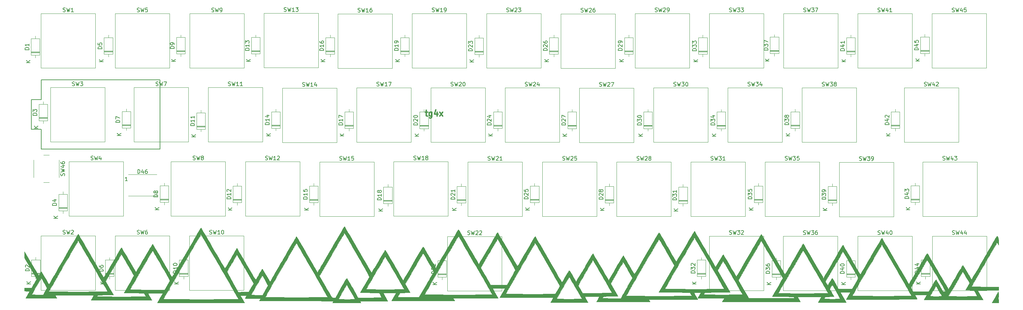
<source format=gto>
G04 #@! TF.GenerationSoftware,KiCad,Pcbnew,(5.0.2)-1*
G04 #@! TF.CreationDate,2019-01-23T12:21:28-05:00*
G04 #@! TF.ProjectId,TG4x,54473478-2e6b-4696-9361-645f70636258,rev?*
G04 #@! TF.SameCoordinates,Original*
G04 #@! TF.FileFunction,Legend,Top*
G04 #@! TF.FilePolarity,Positive*
%FSLAX46Y46*%
G04 Gerber Fmt 4.6, Leading zero omitted, Abs format (unit mm)*
G04 Created by KiCad (PCBNEW (5.0.2)-1) date 1/23/2019 12:21:28 PM*
%MOMM*%
%LPD*%
G01*
G04 APERTURE LIST*
%ADD10C,0.300000*%
%ADD11C,0.120000*%
%ADD12C,0.150000*%
%ADD13C,0.010000*%
G04 APERTURE END LIST*
D10*
X126238285Y-66734571D02*
X126809714Y-66734571D01*
X126452571Y-66234571D02*
X126452571Y-67520285D01*
X126524000Y-67663142D01*
X126666857Y-67734571D01*
X126809714Y-67734571D01*
X127952571Y-66734571D02*
X127952571Y-67948857D01*
X127881142Y-68091714D01*
X127809714Y-68163142D01*
X127666857Y-68234571D01*
X127452571Y-68234571D01*
X127309714Y-68163142D01*
X127952571Y-67663142D02*
X127809714Y-67734571D01*
X127524000Y-67734571D01*
X127381142Y-67663142D01*
X127309714Y-67591714D01*
X127238285Y-67448857D01*
X127238285Y-67020285D01*
X127309714Y-66877428D01*
X127381142Y-66806000D01*
X127524000Y-66734571D01*
X127809714Y-66734571D01*
X127952571Y-66806000D01*
X129309714Y-66734571D02*
X129309714Y-67734571D01*
X128952571Y-66163142D02*
X128595428Y-67234571D01*
X129524000Y-67234571D01*
X129952571Y-67734571D02*
X130738285Y-66734571D01*
X129952571Y-66734571D02*
X130738285Y-67734571D01*
D11*
G04 #@! TO.C,SW12*
X80060800Y-79451200D02*
X94030800Y-79451200D01*
X94030800Y-79451200D02*
X94030800Y-93421200D01*
X94030800Y-93421200D02*
X80060800Y-93421200D01*
X80060800Y-93421200D02*
X80060800Y-79451200D01*
G04 #@! TO.C,SW46*
X25742000Y-78978000D02*
X25742000Y-83478000D01*
X29742000Y-77728000D02*
X28242000Y-77728000D01*
X32242000Y-83478000D02*
X32242000Y-78978000D01*
X28242000Y-84728000D02*
X29742000Y-84728000D01*
G04 #@! TO.C,SW4*
X34798000Y-79451200D02*
X48768000Y-79451200D01*
X48768000Y-79451200D02*
X48768000Y-93421200D01*
X48768000Y-93421200D02*
X34798000Y-93421200D01*
X34798000Y-93421200D02*
X34798000Y-79451200D01*
G04 #@! TO.C,SW3*
X30022800Y-60401200D02*
X43992800Y-60401200D01*
X43992800Y-60401200D02*
X43992800Y-74371200D01*
X43992800Y-74371200D02*
X30022800Y-74371200D01*
X30022800Y-74371200D02*
X30022800Y-60401200D01*
D12*
G04 #@! TO.C,U1*
X58166000Y-76200000D02*
X58166000Y-58420000D01*
X58166000Y-58420000D02*
X27686000Y-58420000D01*
X27686000Y-58420000D02*
X27686000Y-63500000D01*
X27686000Y-63500000D02*
X25146000Y-63500000D01*
X25146000Y-63500000D02*
X25146000Y-71120000D01*
X25146000Y-71120000D02*
X27686000Y-71120000D01*
X27686000Y-71120000D02*
X27686000Y-76200000D01*
X27686000Y-76200000D02*
X58166000Y-76200000D01*
D11*
G04 #@! TO.C,D7*
X48410000Y-70776200D02*
X50650000Y-70776200D01*
X50650000Y-70776200D02*
X50650000Y-66536200D01*
X50650000Y-66536200D02*
X48410000Y-66536200D01*
X48410000Y-66536200D02*
X48410000Y-70776200D01*
X49530000Y-71426200D02*
X49530000Y-70776200D01*
X49530000Y-65886200D02*
X49530000Y-66536200D01*
X48410000Y-70056200D02*
X50650000Y-70056200D01*
X48410000Y-69936200D02*
X50650000Y-69936200D01*
X48410000Y-70176200D02*
X50650000Y-70176200D01*
G04 #@! TO.C,D39*
X229613600Y-89429400D02*
X231853600Y-89429400D01*
X229613600Y-89189400D02*
X231853600Y-89189400D01*
X229613600Y-89309400D02*
X231853600Y-89309400D01*
X230733600Y-85139400D02*
X230733600Y-85789400D01*
X230733600Y-90679400D02*
X230733600Y-90029400D01*
X229613600Y-85789400D02*
X229613600Y-90029400D01*
X231853600Y-85789400D02*
X229613600Y-85789400D01*
X231853600Y-90029400D02*
X231853600Y-85789400D01*
X229613600Y-90029400D02*
X231853600Y-90029400D01*
G04 #@! TO.C,D1*
X25067400Y-52081800D02*
X27307400Y-52081800D01*
X27307400Y-52081800D02*
X27307400Y-47841800D01*
X27307400Y-47841800D02*
X25067400Y-47841800D01*
X25067400Y-47841800D02*
X25067400Y-52081800D01*
X26187400Y-52731800D02*
X26187400Y-52081800D01*
X26187400Y-47191800D02*
X26187400Y-47841800D01*
X25067400Y-51361800D02*
X27307400Y-51361800D01*
X25067400Y-51241800D02*
X27307400Y-51241800D01*
X25067400Y-51481800D02*
X27307400Y-51481800D01*
G04 #@! TO.C,D6*
X44117400Y-108927000D02*
X46357400Y-108927000D01*
X46357400Y-108927000D02*
X46357400Y-104687000D01*
X46357400Y-104687000D02*
X44117400Y-104687000D01*
X44117400Y-104687000D02*
X44117400Y-108927000D01*
X45237400Y-109577000D02*
X45237400Y-108927000D01*
X45237400Y-104037000D02*
X45237400Y-104687000D01*
X44117400Y-108207000D02*
X46357400Y-108207000D01*
X44117400Y-108087000D02*
X46357400Y-108087000D01*
X44117400Y-108327000D02*
X46357400Y-108327000D01*
G04 #@! TO.C,D8*
X58138200Y-89851600D02*
X60378200Y-89851600D01*
X60378200Y-89851600D02*
X60378200Y-85611600D01*
X60378200Y-85611600D02*
X58138200Y-85611600D01*
X58138200Y-85611600D02*
X58138200Y-89851600D01*
X59258200Y-90501600D02*
X59258200Y-89851600D01*
X59258200Y-84961600D02*
X59258200Y-85611600D01*
X58138200Y-89131600D02*
X60378200Y-89131600D01*
X58138200Y-89011600D02*
X60378200Y-89011600D01*
X58138200Y-89251600D02*
X60378200Y-89251600D01*
G04 #@! TO.C,D10*
X63116600Y-108327000D02*
X65356600Y-108327000D01*
X63116600Y-108087000D02*
X65356600Y-108087000D01*
X63116600Y-108207000D02*
X65356600Y-108207000D01*
X64236600Y-104037000D02*
X64236600Y-104687000D01*
X64236600Y-109577000D02*
X64236600Y-108927000D01*
X63116600Y-104687000D02*
X63116600Y-108927000D01*
X65356600Y-104687000D02*
X63116600Y-104687000D01*
X65356600Y-108927000D02*
X65356600Y-104687000D01*
X63116600Y-108927000D02*
X65356600Y-108927000D01*
G04 #@! TO.C,D2*
X25169000Y-108276200D02*
X27409000Y-108276200D01*
X25169000Y-108036200D02*
X27409000Y-108036200D01*
X25169000Y-108156200D02*
X27409000Y-108156200D01*
X26289000Y-103986200D02*
X26289000Y-104636200D01*
X26289000Y-109526200D02*
X26289000Y-108876200D01*
X25169000Y-104636200D02*
X25169000Y-108876200D01*
X27409000Y-104636200D02*
X25169000Y-104636200D01*
X27409000Y-108876200D02*
X27409000Y-104636200D01*
X25169000Y-108876200D02*
X27409000Y-108876200D01*
G04 #@! TO.C,D43*
X250873400Y-89251600D02*
X253113400Y-89251600D01*
X250873400Y-89011600D02*
X253113400Y-89011600D01*
X250873400Y-89131600D02*
X253113400Y-89131600D01*
X251993400Y-84961600D02*
X251993400Y-85611600D01*
X251993400Y-90501600D02*
X251993400Y-89851600D01*
X250873400Y-85611600D02*
X250873400Y-89851600D01*
X253113400Y-85611600D02*
X250873400Y-85611600D01*
X253113400Y-89851600D02*
X253113400Y-85611600D01*
X250873400Y-89851600D02*
X253113400Y-89851600D01*
G04 #@! TO.C,D42*
X245793400Y-70277800D02*
X248033400Y-70277800D01*
X245793400Y-70037800D02*
X248033400Y-70037800D01*
X245793400Y-70157800D02*
X248033400Y-70157800D01*
X246913400Y-65987800D02*
X246913400Y-66637800D01*
X246913400Y-71527800D02*
X246913400Y-70877800D01*
X245793400Y-66637800D02*
X245793400Y-70877800D01*
X248033400Y-66637800D02*
X245793400Y-66637800D01*
X248033400Y-70877800D02*
X248033400Y-66637800D01*
X245793400Y-70877800D02*
X248033400Y-70877800D01*
G04 #@! TO.C,SW38*
X222961200Y-60502800D02*
X236931200Y-60502800D01*
X236931200Y-60502800D02*
X236931200Y-74472800D01*
X236931200Y-74472800D02*
X222961200Y-74472800D01*
X222961200Y-74472800D02*
X222961200Y-60502800D01*
G04 #@! TO.C,D38*
X220063200Y-70877800D02*
X222303200Y-70877800D01*
X222303200Y-70877800D02*
X222303200Y-66637800D01*
X222303200Y-66637800D02*
X220063200Y-66637800D01*
X220063200Y-66637800D02*
X220063200Y-70877800D01*
X221183200Y-71527800D02*
X221183200Y-70877800D01*
X221183200Y-65987800D02*
X221183200Y-66637800D01*
X220063200Y-70157800D02*
X222303200Y-70157800D01*
X220063200Y-70037800D02*
X222303200Y-70037800D01*
X220063200Y-70277800D02*
X222303200Y-70277800D01*
G04 #@! TO.C,D4*
X32154000Y-92036000D02*
X34394000Y-92036000D01*
X34394000Y-92036000D02*
X34394000Y-87796000D01*
X34394000Y-87796000D02*
X32154000Y-87796000D01*
X32154000Y-87796000D02*
X32154000Y-92036000D01*
X33274000Y-92686000D02*
X33274000Y-92036000D01*
X33274000Y-87146000D02*
X33274000Y-87796000D01*
X32154000Y-91316000D02*
X34394000Y-91316000D01*
X32154000Y-91196000D02*
X34394000Y-91196000D01*
X32154000Y-91436000D02*
X34394000Y-91436000D01*
G04 #@! TO.C,D5*
X43812600Y-51253200D02*
X46052600Y-51253200D01*
X43812600Y-51013200D02*
X46052600Y-51013200D01*
X43812600Y-51133200D02*
X46052600Y-51133200D01*
X44932600Y-46963200D02*
X44932600Y-47613200D01*
X44932600Y-52503200D02*
X44932600Y-51853200D01*
X43812600Y-47613200D02*
X43812600Y-51853200D01*
X46052600Y-47613200D02*
X43812600Y-47613200D01*
X46052600Y-51853200D02*
X46052600Y-47613200D01*
X43812600Y-51853200D02*
X46052600Y-51853200D01*
G04 #@! TO.C,SW2*
X27635200Y-112471200D02*
X27635200Y-98501200D01*
X41605200Y-112471200D02*
X27635200Y-112471200D01*
X41605200Y-98501200D02*
X41605200Y-112471200D01*
X27635200Y-98501200D02*
X41605200Y-98501200D01*
G04 #@! TO.C,SW37*
X218186000Y-55397400D02*
X218186000Y-41427400D01*
X232156000Y-55397400D02*
X218186000Y-55397400D01*
X232156000Y-41427400D02*
X232156000Y-55397400D01*
X218186000Y-41427400D02*
X232156000Y-41427400D01*
G04 #@! TO.C,D3*
X27099400Y-68322000D02*
X29339400Y-68322000D01*
X27099400Y-68082000D02*
X29339400Y-68082000D01*
X27099400Y-68202000D02*
X29339400Y-68202000D01*
X28219400Y-64032000D02*
X28219400Y-64682000D01*
X28219400Y-69572000D02*
X28219400Y-68922000D01*
X27099400Y-64682000D02*
X27099400Y-68922000D01*
X29339400Y-64682000D02*
X27099400Y-64682000D01*
X29339400Y-68922000D02*
X29339400Y-64682000D01*
X27099400Y-68922000D02*
X29339400Y-68922000D01*
G04 #@! TO.C,D9*
X62380000Y-51777000D02*
X64620000Y-51777000D01*
X64620000Y-51777000D02*
X64620000Y-47537000D01*
X64620000Y-47537000D02*
X62380000Y-47537000D01*
X62380000Y-47537000D02*
X62380000Y-51777000D01*
X63500000Y-52427000D02*
X63500000Y-51777000D01*
X63500000Y-46887000D02*
X63500000Y-47537000D01*
X62380000Y-51057000D02*
X64620000Y-51057000D01*
X62380000Y-50937000D02*
X64620000Y-50937000D01*
X62380000Y-51177000D02*
X64620000Y-51177000D01*
G04 #@! TO.C,D11*
X67561600Y-70506400D02*
X69801600Y-70506400D01*
X67561600Y-70266400D02*
X69801600Y-70266400D01*
X67561600Y-70386400D02*
X69801600Y-70386400D01*
X68681600Y-66216400D02*
X68681600Y-66866400D01*
X68681600Y-71756400D02*
X68681600Y-71106400D01*
X67561600Y-66866400D02*
X67561600Y-71106400D01*
X69801600Y-66866400D02*
X67561600Y-66866400D01*
X69801600Y-71106400D02*
X69801600Y-66866400D01*
X67561600Y-71106400D02*
X69801600Y-71106400D01*
G04 #@! TO.C,D13*
X81607800Y-51777000D02*
X83847800Y-51777000D01*
X83847800Y-51777000D02*
X83847800Y-47537000D01*
X83847800Y-47537000D02*
X81607800Y-47537000D01*
X81607800Y-47537000D02*
X81607800Y-51777000D01*
X82727800Y-52427000D02*
X82727800Y-51777000D01*
X82727800Y-46887000D02*
X82727800Y-47537000D01*
X81607800Y-51057000D02*
X83847800Y-51057000D01*
X81607800Y-50937000D02*
X83847800Y-50937000D01*
X81607800Y-51177000D02*
X83847800Y-51177000D01*
G04 #@! TO.C,D15*
X96517600Y-89953200D02*
X98757600Y-89953200D01*
X98757600Y-89953200D02*
X98757600Y-85713200D01*
X98757600Y-85713200D02*
X96517600Y-85713200D01*
X96517600Y-85713200D02*
X96517600Y-89953200D01*
X97637600Y-90603200D02*
X97637600Y-89953200D01*
X97637600Y-85063200D02*
X97637600Y-85713200D01*
X96517600Y-89233200D02*
X98757600Y-89233200D01*
X96517600Y-89113200D02*
X98757600Y-89113200D01*
X96517600Y-89353200D02*
X98757600Y-89353200D01*
G04 #@! TO.C,D16*
X100708600Y-51227800D02*
X102948600Y-51227800D01*
X100708600Y-50987800D02*
X102948600Y-50987800D01*
X100708600Y-51107800D02*
X102948600Y-51107800D01*
X101828600Y-46937800D02*
X101828600Y-47587800D01*
X101828600Y-52477800D02*
X101828600Y-51827800D01*
X100708600Y-47587800D02*
X100708600Y-51827800D01*
X102948600Y-47587800D02*
X100708600Y-47587800D01*
X102948600Y-51827800D02*
X102948600Y-47587800D01*
X100708600Y-51827800D02*
X102948600Y-51827800D01*
G04 #@! TO.C,D17*
X105585400Y-70903200D02*
X107825400Y-70903200D01*
X107825400Y-70903200D02*
X107825400Y-66663200D01*
X107825400Y-66663200D02*
X105585400Y-66663200D01*
X105585400Y-66663200D02*
X105585400Y-70903200D01*
X106705400Y-71553200D02*
X106705400Y-70903200D01*
X106705400Y-66013200D02*
X106705400Y-66663200D01*
X105585400Y-70183200D02*
X107825400Y-70183200D01*
X105585400Y-70063200D02*
X107825400Y-70063200D01*
X105585400Y-70303200D02*
X107825400Y-70303200D01*
G04 #@! TO.C,D18*
X115516800Y-89581800D02*
X117756800Y-89581800D01*
X115516800Y-89341800D02*
X117756800Y-89341800D01*
X115516800Y-89461800D02*
X117756800Y-89461800D01*
X116636800Y-85291800D02*
X116636800Y-85941800D01*
X116636800Y-90831800D02*
X116636800Y-90181800D01*
X115516800Y-85941800D02*
X115516800Y-90181800D01*
X117756800Y-85941800D02*
X115516800Y-85941800D01*
X117756800Y-90181800D02*
X117756800Y-85941800D01*
X115516800Y-90181800D02*
X117756800Y-90181800D01*
G04 #@! TO.C,D19*
X119885600Y-51802400D02*
X122125600Y-51802400D01*
X122125600Y-51802400D02*
X122125600Y-47562400D01*
X122125600Y-47562400D02*
X119885600Y-47562400D01*
X119885600Y-47562400D02*
X119885600Y-51802400D01*
X121005600Y-52452400D02*
X121005600Y-51802400D01*
X121005600Y-46912400D02*
X121005600Y-47562400D01*
X119885600Y-51082400D02*
X122125600Y-51082400D01*
X119885600Y-50962400D02*
X122125600Y-50962400D01*
X119885600Y-51202400D02*
X122125600Y-51202400D01*
G04 #@! TO.C,D22*
X129436000Y-108454000D02*
X131676000Y-108454000D01*
X129436000Y-108214000D02*
X131676000Y-108214000D01*
X129436000Y-108334000D02*
X131676000Y-108334000D01*
X130556000Y-104164000D02*
X130556000Y-104814000D01*
X130556000Y-109704000D02*
X130556000Y-109054000D01*
X129436000Y-104814000D02*
X129436000Y-109054000D01*
X131676000Y-104814000D02*
X129436000Y-104814000D01*
X131676000Y-109054000D02*
X131676000Y-104814000D01*
X129436000Y-109054000D02*
X131676000Y-109054000D01*
G04 #@! TO.C,D12*
X76883400Y-89327800D02*
X79123400Y-89327800D01*
X76883400Y-89087800D02*
X79123400Y-89087800D01*
X76883400Y-89207800D02*
X79123400Y-89207800D01*
X78003400Y-85037800D02*
X78003400Y-85687800D01*
X78003400Y-90577800D02*
X78003400Y-89927800D01*
X76883400Y-85687800D02*
X76883400Y-89927800D01*
X79123400Y-85687800D02*
X76883400Y-85687800D01*
X79123400Y-89927800D02*
X79123400Y-85687800D01*
X76883400Y-89927800D02*
X79123400Y-89927800D01*
G04 #@! TO.C,D23*
X138910200Y-51904000D02*
X141150200Y-51904000D01*
X141150200Y-51904000D02*
X141150200Y-47664000D01*
X141150200Y-47664000D02*
X138910200Y-47664000D01*
X138910200Y-47664000D02*
X138910200Y-51904000D01*
X140030200Y-52554000D02*
X140030200Y-51904000D01*
X140030200Y-47014000D02*
X140030200Y-47664000D01*
X138910200Y-51184000D02*
X141150200Y-51184000D01*
X138910200Y-51064000D02*
X141150200Y-51064000D01*
X138910200Y-51304000D02*
X141150200Y-51304000D01*
G04 #@! TO.C,D14*
X86764000Y-70252400D02*
X89004000Y-70252400D01*
X86764000Y-70012400D02*
X89004000Y-70012400D01*
X86764000Y-70132400D02*
X89004000Y-70132400D01*
X87884000Y-65962400D02*
X87884000Y-66612400D01*
X87884000Y-71502400D02*
X87884000Y-70852400D01*
X86764000Y-66612400D02*
X86764000Y-70852400D01*
X89004000Y-66612400D02*
X86764000Y-66612400D01*
X89004000Y-70852400D02*
X89004000Y-66612400D01*
X86764000Y-70852400D02*
X89004000Y-70852400D01*
G04 #@! TO.C,D25*
X153185000Y-89927800D02*
X155425000Y-89927800D01*
X155425000Y-89927800D02*
X155425000Y-85687800D01*
X155425000Y-85687800D02*
X153185000Y-85687800D01*
X153185000Y-85687800D02*
X153185000Y-89927800D01*
X154305000Y-90577800D02*
X154305000Y-89927800D01*
X154305000Y-85037800D02*
X154305000Y-85687800D01*
X153185000Y-89207800D02*
X155425000Y-89207800D01*
X153185000Y-89087800D02*
X155425000Y-89087800D01*
X153185000Y-89327800D02*
X155425000Y-89327800D01*
G04 #@! TO.C,D26*
X158112600Y-51227800D02*
X160352600Y-51227800D01*
X158112600Y-50987800D02*
X160352600Y-50987800D01*
X158112600Y-51107800D02*
X160352600Y-51107800D01*
X159232600Y-46937800D02*
X159232600Y-47587800D01*
X159232600Y-52477800D02*
X159232600Y-51827800D01*
X158112600Y-47587800D02*
X158112600Y-51827800D01*
X160352600Y-47587800D02*
X158112600Y-47587800D01*
X160352600Y-51827800D02*
X160352600Y-47587800D01*
X158112600Y-51827800D02*
X160352600Y-51827800D01*
G04 #@! TO.C,D20*
X124813200Y-70328600D02*
X127053200Y-70328600D01*
X124813200Y-70088600D02*
X127053200Y-70088600D01*
X124813200Y-70208600D02*
X127053200Y-70208600D01*
X125933200Y-66038600D02*
X125933200Y-66688600D01*
X125933200Y-71578600D02*
X125933200Y-70928600D01*
X124813200Y-66688600D02*
X124813200Y-70928600D01*
X127053200Y-66688600D02*
X124813200Y-66688600D01*
X127053200Y-70928600D02*
X127053200Y-66688600D01*
X124813200Y-70928600D02*
X127053200Y-70928600D01*
G04 #@! TO.C,D21*
X134389000Y-90004000D02*
X136629000Y-90004000D01*
X136629000Y-90004000D02*
X136629000Y-85764000D01*
X136629000Y-85764000D02*
X134389000Y-85764000D01*
X134389000Y-85764000D02*
X134389000Y-90004000D01*
X135509000Y-90654000D02*
X135509000Y-90004000D01*
X135509000Y-85114000D02*
X135509000Y-85764000D01*
X134389000Y-89284000D02*
X136629000Y-89284000D01*
X134389000Y-89164000D02*
X136629000Y-89164000D01*
X134389000Y-89404000D02*
X136629000Y-89404000D01*
G04 #@! TO.C,D27*
X162811600Y-70928600D02*
X165051600Y-70928600D01*
X165051600Y-70928600D02*
X165051600Y-66688600D01*
X165051600Y-66688600D02*
X162811600Y-66688600D01*
X162811600Y-66688600D02*
X162811600Y-70928600D01*
X163931600Y-71578600D02*
X163931600Y-70928600D01*
X163931600Y-66038600D02*
X163931600Y-66688600D01*
X162811600Y-70208600D02*
X165051600Y-70208600D01*
X162811600Y-70088600D02*
X165051600Y-70088600D01*
X162811600Y-70328600D02*
X165051600Y-70328600D01*
G04 #@! TO.C,D28*
X172387400Y-89404000D02*
X174627400Y-89404000D01*
X172387400Y-89164000D02*
X174627400Y-89164000D01*
X172387400Y-89284000D02*
X174627400Y-89284000D01*
X173507400Y-85114000D02*
X173507400Y-85764000D01*
X173507400Y-90654000D02*
X173507400Y-90004000D01*
X172387400Y-85764000D02*
X172387400Y-90004000D01*
X174627400Y-85764000D02*
X172387400Y-85764000D01*
X174627400Y-90004000D02*
X174627400Y-85764000D01*
X172387400Y-90004000D02*
X174627400Y-90004000D01*
G04 #@! TO.C,D24*
X143736200Y-70303200D02*
X145976200Y-70303200D01*
X143736200Y-70063200D02*
X145976200Y-70063200D01*
X143736200Y-70183200D02*
X145976200Y-70183200D01*
X144856200Y-66013200D02*
X144856200Y-66663200D01*
X144856200Y-71553200D02*
X144856200Y-70903200D01*
X143736200Y-66663200D02*
X143736200Y-70903200D01*
X145976200Y-66663200D02*
X143736200Y-66663200D01*
X145976200Y-70903200D02*
X145976200Y-66663200D01*
X143736200Y-70903200D02*
X145976200Y-70903200D01*
G04 #@! TO.C,D36*
X215211800Y-108454000D02*
X217451800Y-108454000D01*
X215211800Y-108214000D02*
X217451800Y-108214000D01*
X215211800Y-108334000D02*
X217451800Y-108334000D01*
X216331800Y-104164000D02*
X216331800Y-104814000D01*
X216331800Y-109704000D02*
X216331800Y-109054000D01*
X215211800Y-104814000D02*
X215211800Y-109054000D01*
X217451800Y-104814000D02*
X215211800Y-104814000D01*
X217451800Y-109054000D02*
X217451800Y-104814000D01*
X215211800Y-109054000D02*
X217451800Y-109054000D01*
G04 #@! TO.C,D37*
X214729200Y-51700800D02*
X216969200Y-51700800D01*
X216969200Y-51700800D02*
X216969200Y-47460800D01*
X216969200Y-47460800D02*
X214729200Y-47460800D01*
X214729200Y-47460800D02*
X214729200Y-51700800D01*
X215849200Y-52350800D02*
X215849200Y-51700800D01*
X215849200Y-46810800D02*
X215849200Y-47460800D01*
X214729200Y-50980800D02*
X216969200Y-50980800D01*
X214729200Y-50860800D02*
X216969200Y-50860800D01*
X214729200Y-51100800D02*
X216969200Y-51100800D01*
G04 #@! TO.C,D31*
X191285000Y-90181800D02*
X193525000Y-90181800D01*
X193525000Y-90181800D02*
X193525000Y-85941800D01*
X193525000Y-85941800D02*
X191285000Y-85941800D01*
X191285000Y-85941800D02*
X191285000Y-90181800D01*
X192405000Y-90831800D02*
X192405000Y-90181800D01*
X192405000Y-85291800D02*
X192405000Y-85941800D01*
X191285000Y-89461800D02*
X193525000Y-89461800D01*
X191285000Y-89341800D02*
X193525000Y-89341800D01*
X191285000Y-89581800D02*
X193525000Y-89581800D01*
G04 #@! TO.C,D29*
X177340400Y-51802400D02*
X179580400Y-51802400D01*
X179580400Y-51802400D02*
X179580400Y-47562400D01*
X179580400Y-47562400D02*
X177340400Y-47562400D01*
X177340400Y-47562400D02*
X177340400Y-51802400D01*
X178460400Y-52452400D02*
X178460400Y-51802400D01*
X178460400Y-46912400D02*
X178460400Y-47562400D01*
X177340400Y-51082400D02*
X179580400Y-51082400D01*
X177340400Y-50962400D02*
X179580400Y-50962400D01*
X177340400Y-51202400D02*
X179580400Y-51202400D01*
G04 #@! TO.C,D34*
X201089400Y-70328600D02*
X203329400Y-70328600D01*
X201089400Y-70088600D02*
X203329400Y-70088600D01*
X201089400Y-70208600D02*
X203329400Y-70208600D01*
X202209400Y-66038600D02*
X202209400Y-66688600D01*
X202209400Y-71578600D02*
X202209400Y-70928600D01*
X201089400Y-66688600D02*
X201089400Y-70928600D01*
X203329400Y-66688600D02*
X201089400Y-66688600D01*
X203329400Y-70928600D02*
X203329400Y-66688600D01*
X201089400Y-70928600D02*
X203329400Y-70928600D01*
G04 #@! TO.C,D33*
X196365000Y-51253200D02*
X198605000Y-51253200D01*
X196365000Y-51013200D02*
X198605000Y-51013200D01*
X196365000Y-51133200D02*
X198605000Y-51133200D01*
X197485000Y-46963200D02*
X197485000Y-47613200D01*
X197485000Y-52503200D02*
X197485000Y-51853200D01*
X196365000Y-47613200D02*
X196365000Y-51853200D01*
X198605000Y-47613200D02*
X196365000Y-47613200D01*
X198605000Y-51853200D02*
X198605000Y-47613200D01*
X196365000Y-51853200D02*
X198605000Y-51853200D01*
G04 #@! TO.C,D30*
X182268000Y-70928600D02*
X184508000Y-70928600D01*
X184508000Y-70928600D02*
X184508000Y-66688600D01*
X184508000Y-66688600D02*
X182268000Y-66688600D01*
X182268000Y-66688600D02*
X182268000Y-70928600D01*
X183388000Y-71578600D02*
X183388000Y-70928600D01*
X183388000Y-66038600D02*
X183388000Y-66688600D01*
X182268000Y-70208600D02*
X184508000Y-70208600D01*
X182268000Y-70088600D02*
X184508000Y-70088600D01*
X182268000Y-70328600D02*
X184508000Y-70328600D01*
G04 #@! TO.C,D35*
X210639800Y-89902400D02*
X212879800Y-89902400D01*
X212879800Y-89902400D02*
X212879800Y-85662400D01*
X212879800Y-85662400D02*
X210639800Y-85662400D01*
X210639800Y-85662400D02*
X210639800Y-89902400D01*
X211759800Y-90552400D02*
X211759800Y-89902400D01*
X211759800Y-85012400D02*
X211759800Y-85662400D01*
X210639800Y-89182400D02*
X212879800Y-89182400D01*
X210639800Y-89062400D02*
X212879800Y-89062400D01*
X210639800Y-89302400D02*
X212879800Y-89302400D01*
G04 #@! TO.C,D32*
X196009400Y-108327000D02*
X198249400Y-108327000D01*
X196009400Y-108087000D02*
X198249400Y-108087000D01*
X196009400Y-108207000D02*
X198249400Y-108207000D01*
X197129400Y-104037000D02*
X197129400Y-104687000D01*
X197129400Y-109577000D02*
X197129400Y-108927000D01*
X196009400Y-104687000D02*
X196009400Y-108927000D01*
X198249400Y-104687000D02*
X196009400Y-104687000D01*
X198249400Y-108927000D02*
X198249400Y-104687000D01*
X196009400Y-108927000D02*
X198249400Y-108927000D01*
G04 #@! TO.C,D46*
X50034000Y-82772000D02*
X57334000Y-82772000D01*
X50034000Y-88272000D02*
X57334000Y-88272000D01*
X57334000Y-88272000D02*
X57334000Y-87122000D01*
G04 #@! TO.C,SW22*
X131953000Y-112598200D02*
X131953000Y-98628200D01*
X145923000Y-112598200D02*
X131953000Y-112598200D01*
X145923000Y-98628200D02*
X145923000Y-112598200D01*
X131953000Y-98628200D02*
X145923000Y-98628200D01*
G04 #@! TO.C,SW20*
X127685800Y-74447400D02*
X127685800Y-60477400D01*
X141655800Y-74447400D02*
X127685800Y-74447400D01*
X141655800Y-60477400D02*
X141655800Y-74447400D01*
X127685800Y-60477400D02*
X141655800Y-60477400D01*
G04 #@! TO.C,SW11*
X70535800Y-74371200D02*
X70535800Y-60401200D01*
X84505800Y-74371200D02*
X70535800Y-74371200D01*
X84505800Y-60401200D02*
X84505800Y-74371200D01*
X70535800Y-60401200D02*
X84505800Y-60401200D01*
G04 #@! TO.C,SW15*
X99110800Y-79527400D02*
X113080800Y-79527400D01*
X113080800Y-79527400D02*
X113080800Y-93497400D01*
X113080800Y-93497400D02*
X99110800Y-93497400D01*
X99110800Y-93497400D02*
X99110800Y-79527400D01*
G04 #@! TO.C,SW14*
X89585800Y-74523600D02*
X89585800Y-60553600D01*
X103555800Y-74523600D02*
X89585800Y-74523600D01*
X103555800Y-60553600D02*
X103555800Y-74523600D01*
X89585800Y-60553600D02*
X103555800Y-60553600D01*
G04 #@! TO.C,SW18*
X118135400Y-93395800D02*
X118135400Y-79425800D01*
X132105400Y-93395800D02*
X118135400Y-93395800D01*
X132105400Y-79425800D02*
X132105400Y-93395800D01*
X118135400Y-79425800D02*
X132105400Y-79425800D01*
G04 #@! TO.C,SW21*
X137185400Y-79527400D02*
X151155400Y-79527400D01*
X151155400Y-79527400D02*
X151155400Y-93497400D01*
X151155400Y-93497400D02*
X137185400Y-93497400D01*
X137185400Y-93497400D02*
X137185400Y-79527400D01*
G04 #@! TO.C,SW36*
X218135200Y-98602800D02*
X232105200Y-98602800D01*
X232105200Y-98602800D02*
X232105200Y-112572800D01*
X232105200Y-112572800D02*
X218135200Y-112572800D01*
X218135200Y-112572800D02*
X218135200Y-98602800D01*
G04 #@! TO.C,D41*
X234363400Y-51853200D02*
X236603400Y-51853200D01*
X236603400Y-51853200D02*
X236603400Y-47613200D01*
X236603400Y-47613200D02*
X234363400Y-47613200D01*
X234363400Y-47613200D02*
X234363400Y-51853200D01*
X235483400Y-52503200D02*
X235483400Y-51853200D01*
X235483400Y-46963200D02*
X235483400Y-47613200D01*
X234363400Y-51133200D02*
X236603400Y-51133200D01*
X234363400Y-51013200D02*
X236603400Y-51013200D01*
X234363400Y-51253200D02*
X236603400Y-51253200D01*
G04 #@! TO.C,D44*
X253515000Y-108927000D02*
X255755000Y-108927000D01*
X255755000Y-108927000D02*
X255755000Y-104687000D01*
X255755000Y-104687000D02*
X253515000Y-104687000D01*
X253515000Y-104687000D02*
X253515000Y-108927000D01*
X254635000Y-109577000D02*
X254635000Y-108927000D01*
X254635000Y-104037000D02*
X254635000Y-104687000D01*
X253515000Y-108207000D02*
X255755000Y-108207000D01*
X253515000Y-108087000D02*
X255755000Y-108087000D01*
X253515000Y-108327000D02*
X255755000Y-108327000D01*
G04 #@! TO.C,SW19*
X122859800Y-41402000D02*
X136829800Y-41402000D01*
X136829800Y-41402000D02*
X136829800Y-55372000D01*
X136829800Y-55372000D02*
X122859800Y-55372000D01*
X122859800Y-55372000D02*
X122859800Y-41402000D01*
G04 #@! TO.C,SW27*
X165785800Y-60528200D02*
X179755800Y-60528200D01*
X179755800Y-60528200D02*
X179755800Y-74498200D01*
X179755800Y-74498200D02*
X165785800Y-74498200D01*
X165785800Y-74498200D02*
X165785800Y-60528200D01*
G04 #@! TO.C,SW40*
X237261400Y-98602800D02*
X251231400Y-98602800D01*
X251231400Y-98602800D02*
X251231400Y-112572800D01*
X251231400Y-112572800D02*
X237261400Y-112572800D01*
X237261400Y-112572800D02*
X237261400Y-98602800D01*
G04 #@! TO.C,SW33*
X199136000Y-55397400D02*
X199136000Y-41427400D01*
X213106000Y-55397400D02*
X199136000Y-55397400D01*
X213106000Y-41427400D02*
X213106000Y-55397400D01*
X199136000Y-41427400D02*
X213106000Y-41427400D01*
G04 #@! TO.C,D45*
X253337200Y-51675400D02*
X255577200Y-51675400D01*
X255577200Y-51675400D02*
X255577200Y-47435400D01*
X255577200Y-47435400D02*
X253337200Y-47435400D01*
X253337200Y-47435400D02*
X253337200Y-51675400D01*
X254457200Y-52325400D02*
X254457200Y-51675400D01*
X254457200Y-46785400D02*
X254457200Y-47435400D01*
X253337200Y-50955400D02*
X255577200Y-50955400D01*
X253337200Y-50835400D02*
X255577200Y-50835400D01*
X253337200Y-51075400D02*
X255577200Y-51075400D01*
G04 #@! TO.C,SW9*
X65786000Y-55422800D02*
X65786000Y-41452800D01*
X79756000Y-55422800D02*
X65786000Y-55422800D01*
X79756000Y-41452800D02*
X79756000Y-55422800D01*
X65786000Y-41452800D02*
X79756000Y-41452800D01*
G04 #@! TO.C,SW8*
X60985400Y-79425800D02*
X74955400Y-79425800D01*
X74955400Y-79425800D02*
X74955400Y-93395800D01*
X74955400Y-93395800D02*
X60985400Y-93395800D01*
X60985400Y-93395800D02*
X60985400Y-79425800D01*
G04 #@! TO.C,SW30*
X184861200Y-74472800D02*
X184861200Y-60502800D01*
X198831200Y-74472800D02*
X184861200Y-74472800D01*
X198831200Y-60502800D02*
X198831200Y-74472800D01*
X184861200Y-60502800D02*
X198831200Y-60502800D01*
G04 #@! TO.C,SW32*
X199136000Y-98552000D02*
X213106000Y-98552000D01*
X213106000Y-98552000D02*
X213106000Y-112522000D01*
X213106000Y-112522000D02*
X199136000Y-112522000D01*
X199136000Y-112522000D02*
X199136000Y-98552000D01*
G04 #@! TO.C,SW17*
X108661200Y-60452000D02*
X122631200Y-60452000D01*
X122631200Y-60452000D02*
X122631200Y-74422000D01*
X122631200Y-74422000D02*
X108661200Y-74422000D01*
X108661200Y-74422000D02*
X108661200Y-60452000D01*
G04 #@! TO.C,SW31*
X194411600Y-79527400D02*
X208381600Y-79527400D01*
X208381600Y-79527400D02*
X208381600Y-93497400D01*
X208381600Y-93497400D02*
X194411600Y-93497400D01*
X194411600Y-93497400D02*
X194411600Y-79527400D01*
G04 #@! TO.C,SW16*
X103809800Y-55448200D02*
X103809800Y-41478200D01*
X117779800Y-55448200D02*
X103809800Y-55448200D01*
X117779800Y-41478200D02*
X117779800Y-55448200D01*
X103809800Y-41478200D02*
X117779800Y-41478200D01*
G04 #@! TO.C,SW28*
X175387000Y-93522800D02*
X175387000Y-79552800D01*
X189357000Y-93522800D02*
X175387000Y-93522800D01*
X189357000Y-79552800D02*
X189357000Y-93522800D01*
X175387000Y-79552800D02*
X189357000Y-79552800D01*
G04 #@! TO.C,D40*
X234338000Y-108454000D02*
X236578000Y-108454000D01*
X234338000Y-108214000D02*
X236578000Y-108214000D01*
X234338000Y-108334000D02*
X236578000Y-108334000D01*
X235458000Y-104164000D02*
X235458000Y-104814000D01*
X235458000Y-109704000D02*
X235458000Y-109054000D01*
X234338000Y-104814000D02*
X234338000Y-109054000D01*
X236578000Y-104814000D02*
X234338000Y-104814000D01*
X236578000Y-109054000D02*
X236578000Y-104814000D01*
X234338000Y-109054000D02*
X236578000Y-109054000D01*
G04 #@! TO.C,SW7*
X51460400Y-74371200D02*
X51460400Y-60401200D01*
X65430400Y-74371200D02*
X51460400Y-74371200D01*
X65430400Y-60401200D02*
X65430400Y-74371200D01*
X51460400Y-60401200D02*
X65430400Y-60401200D01*
G04 #@! TO.C,SW10*
X65735200Y-112471200D02*
X65735200Y-98501200D01*
X79705200Y-112471200D02*
X65735200Y-112471200D01*
X79705200Y-98501200D02*
X79705200Y-112471200D01*
X65735200Y-98501200D02*
X79705200Y-98501200D01*
G04 #@! TO.C,SW35*
X213436200Y-93472000D02*
X213436200Y-79502000D01*
X227406200Y-93472000D02*
X213436200Y-93472000D01*
X227406200Y-79502000D02*
X227406200Y-93472000D01*
X213436200Y-79502000D02*
X227406200Y-79502000D01*
G04 #@! TO.C,SW24*
X146735800Y-74472800D02*
X146735800Y-60502800D01*
X160705800Y-74472800D02*
X146735800Y-74472800D01*
X160705800Y-60502800D02*
X160705800Y-74472800D01*
X146735800Y-60502800D02*
X160705800Y-60502800D01*
G04 #@! TO.C,SW5*
X46659800Y-41452800D02*
X60629800Y-41452800D01*
X60629800Y-41452800D02*
X60629800Y-55422800D01*
X60629800Y-55422800D02*
X46659800Y-55422800D01*
X46659800Y-55422800D02*
X46659800Y-41452800D01*
G04 #@! TO.C,SW13*
X84836000Y-41325800D02*
X98806000Y-41325800D01*
X98806000Y-41325800D02*
X98806000Y-55295800D01*
X98806000Y-55295800D02*
X84836000Y-55295800D01*
X84836000Y-55295800D02*
X84836000Y-41325800D01*
G04 #@! TO.C,SW1*
X27635200Y-41402000D02*
X41605200Y-41402000D01*
X41605200Y-41402000D02*
X41605200Y-55372000D01*
X41605200Y-55372000D02*
X27635200Y-55372000D01*
X27635200Y-55372000D02*
X27635200Y-41402000D01*
G04 #@! TO.C,SW26*
X161061400Y-55448200D02*
X161061400Y-41478200D01*
X175031400Y-55448200D02*
X161061400Y-55448200D01*
X175031400Y-41478200D02*
X175031400Y-55448200D01*
X161061400Y-41478200D02*
X175031400Y-41478200D01*
G04 #@! TO.C,SW29*
X180060600Y-41402000D02*
X194030600Y-41402000D01*
X194030600Y-41402000D02*
X194030600Y-55372000D01*
X194030600Y-55372000D02*
X180060600Y-55372000D01*
X180060600Y-55372000D02*
X180060600Y-41402000D01*
G04 #@! TO.C,SW43*
X253898400Y-93472000D02*
X253898400Y-79502000D01*
X267868400Y-93472000D02*
X253898400Y-93472000D01*
X267868400Y-79502000D02*
X267868400Y-93472000D01*
X253898400Y-79502000D02*
X267868400Y-79502000D01*
G04 #@! TO.C,SW41*
X237236000Y-55422800D02*
X237236000Y-41452800D01*
X251206000Y-55422800D02*
X237236000Y-55422800D01*
X251206000Y-41452800D02*
X251206000Y-55422800D01*
X237236000Y-41452800D02*
X251206000Y-41452800D01*
G04 #@! TO.C,SW23*
X141960600Y-41427400D02*
X155930600Y-41427400D01*
X155930600Y-41427400D02*
X155930600Y-55397400D01*
X155930600Y-55397400D02*
X141960600Y-55397400D01*
X141960600Y-55397400D02*
X141960600Y-41427400D01*
G04 #@! TO.C,SW25*
X156337000Y-79527400D02*
X170307000Y-79527400D01*
X170307000Y-79527400D02*
X170307000Y-93497400D01*
X170307000Y-93497400D02*
X156337000Y-93497400D01*
X156337000Y-93497400D02*
X156337000Y-79527400D01*
G04 #@! TO.C,SW34*
X203911200Y-60452000D02*
X217881200Y-60452000D01*
X217881200Y-60452000D02*
X217881200Y-74422000D01*
X217881200Y-74422000D02*
X203911200Y-74422000D01*
X203911200Y-74422000D02*
X203911200Y-60452000D01*
G04 #@! TO.C,SW39*
X232511600Y-93548200D02*
X232511600Y-79578200D01*
X246481600Y-93548200D02*
X232511600Y-93548200D01*
X246481600Y-79578200D02*
X246481600Y-93548200D01*
X232511600Y-79578200D02*
X246481600Y-79578200D01*
G04 #@! TO.C,SW42*
X249148600Y-74447400D02*
X249148600Y-60477400D01*
X263118600Y-74447400D02*
X249148600Y-74447400D01*
X263118600Y-60477400D02*
X263118600Y-74447400D01*
X249148600Y-60477400D02*
X263118600Y-60477400D01*
G04 #@! TO.C,SW45*
X256311400Y-41452800D02*
X270281400Y-41452800D01*
X270281400Y-41452800D02*
X270281400Y-55422800D01*
X270281400Y-55422800D02*
X256311400Y-55422800D01*
X256311400Y-55422800D02*
X256311400Y-41452800D01*
G04 #@! TO.C,SW44*
X256362200Y-112547400D02*
X256362200Y-98577400D01*
X270332200Y-112547400D02*
X256362200Y-112547400D01*
X270332200Y-98577400D02*
X270332200Y-112547400D01*
X256362200Y-98577400D02*
X270332200Y-98577400D01*
G04 #@! TO.C,SW6*
X46672500Y-98488500D02*
X60642500Y-98488500D01*
X60642500Y-98488500D02*
X60642500Y-112458500D01*
X60642500Y-112458500D02*
X46672500Y-112458500D01*
X46672500Y-112458500D02*
X46672500Y-98488500D01*
D13*
G04 #@! TO.C,G\002A\002A\002A*
G36*
X273370564Y-113563052D02*
X273371588Y-114011639D01*
X273346120Y-114349011D01*
X273296308Y-114547152D01*
X273294922Y-114549794D01*
X273238445Y-114703191D01*
X273291858Y-114768675D01*
X273349907Y-114866765D01*
X273384011Y-115082980D01*
X273388666Y-115217222D01*
X273388666Y-115633500D01*
X271706694Y-115633500D01*
X272526514Y-114198211D01*
X273346333Y-112762923D01*
X273370564Y-113563052D01*
X273370564Y-113563052D01*
G37*
X273370564Y-113563052D02*
X273371588Y-114011639D01*
X273346120Y-114349011D01*
X273296308Y-114547152D01*
X273294922Y-114549794D01*
X273238445Y-114703191D01*
X273291858Y-114768675D01*
X273349907Y-114866765D01*
X273384011Y-115082980D01*
X273388666Y-115217222D01*
X273388666Y-115633500D01*
X271706694Y-115633500D01*
X272526514Y-114198211D01*
X273346333Y-112762923D01*
X273370564Y-113563052D01*
G36*
X105543149Y-96147073D02*
X105669147Y-96354504D01*
X105866794Y-96686859D01*
X106129707Y-97133208D01*
X106451500Y-97682616D01*
X106825789Y-98324153D01*
X107246190Y-99046885D01*
X107706318Y-99839880D01*
X108199789Y-100692205D01*
X108720218Y-101592929D01*
X108957855Y-102004803D01*
X109488748Y-102924534D01*
X109995873Y-103801505D01*
X110472801Y-104624692D01*
X110913104Y-105383072D01*
X111310352Y-106065622D01*
X111658115Y-106661318D01*
X111949964Y-107159137D01*
X112179471Y-107548055D01*
X112340205Y-107817049D01*
X112425738Y-107955096D01*
X112437857Y-107971491D01*
X112491813Y-107908882D01*
X112620313Y-107714482D01*
X112814085Y-107403635D01*
X113063858Y-106991685D01*
X113360361Y-106493977D01*
X113694323Y-105925856D01*
X114056472Y-105302664D01*
X114185151Y-105079618D01*
X114555738Y-104439377D01*
X114902040Y-103847448D01*
X115214650Y-103319434D01*
X115484164Y-102870940D01*
X115701177Y-102517571D01*
X115856283Y-102274931D01*
X115940077Y-102158625D01*
X115950514Y-102150628D01*
X116006476Y-102221947D01*
X116138374Y-102426797D01*
X116338160Y-102751666D01*
X116597788Y-103183045D01*
X116909209Y-103707426D01*
X117264375Y-104311298D01*
X117655238Y-104981153D01*
X118073751Y-105703480D01*
X118276036Y-106054343D01*
X118703839Y-106796183D01*
X119106530Y-107491884D01*
X119476199Y-108127957D01*
X119804933Y-108690911D01*
X120084822Y-109167256D01*
X120307952Y-109543503D01*
X120466413Y-109806161D01*
X120552293Y-109941741D01*
X120565333Y-109957727D01*
X120614170Y-109886483D01*
X120740011Y-109681300D01*
X120935335Y-109354970D01*
X121192619Y-108920283D01*
X121504345Y-108390030D01*
X121862990Y-107777001D01*
X122261033Y-107093988D01*
X122690953Y-106353780D01*
X123109311Y-105631295D01*
X123562655Y-104849088D01*
X123991886Y-104111985D01*
X124389389Y-103432829D01*
X124747550Y-102824465D01*
X125058754Y-102299735D01*
X125315387Y-101871484D01*
X125509834Y-101552555D01*
X125634480Y-101355793D01*
X125680931Y-101293714D01*
X125737631Y-101361927D01*
X125868638Y-101561085D01*
X126064217Y-101875126D01*
X126314635Y-102287986D01*
X126610158Y-102783604D01*
X126941051Y-103345918D01*
X127297581Y-103958867D01*
X127327953Y-104011398D01*
X127685470Y-104628113D01*
X128016910Y-105196145D01*
X128312697Y-105699360D01*
X128563252Y-106121624D01*
X128758996Y-106446801D01*
X128890352Y-106658758D01*
X128947741Y-106741359D01*
X128948883Y-106741898D01*
X128997526Y-106670777D01*
X129123542Y-106464855D01*
X129319901Y-106136129D01*
X129579572Y-105696596D01*
X129895522Y-105158252D01*
X130260721Y-104533095D01*
X130668137Y-103833121D01*
X131110738Y-103070326D01*
X131581494Y-102256708D01*
X131831858Y-101823106D01*
X132314949Y-100987472D01*
X132774196Y-100196194D01*
X133202492Y-99461316D01*
X133592733Y-98794885D01*
X133937810Y-98208946D01*
X134230618Y-97715546D01*
X134464050Y-97326730D01*
X134631001Y-97054544D01*
X134724363Y-96911033D01*
X134741340Y-96891273D01*
X134795083Y-96960525D01*
X134925531Y-97164045D01*
X135125171Y-97489199D01*
X135386489Y-97923348D01*
X135701971Y-98453859D01*
X136064104Y-99068094D01*
X136465373Y-99753418D01*
X136898265Y-100497194D01*
X137355266Y-101286788D01*
X137361699Y-101297934D01*
X137818984Y-102089648D01*
X138251520Y-102837383D01*
X138651839Y-103528306D01*
X139012475Y-104149582D01*
X139325961Y-104688380D01*
X139584830Y-105131865D01*
X139781615Y-105467205D01*
X139908850Y-105681565D01*
X139959068Y-105762113D01*
X139959123Y-105762169D01*
X140008901Y-105699602D01*
X140135080Y-105503037D01*
X140329952Y-105185440D01*
X140585807Y-104759778D01*
X140894934Y-104239018D01*
X141249625Y-103636127D01*
X141642169Y-102964072D01*
X142064857Y-102235820D01*
X142372038Y-101703902D01*
X142811446Y-100942791D01*
X143225899Y-100227466D01*
X143607676Y-99571076D01*
X143949059Y-98986773D01*
X144242329Y-98487704D01*
X144479765Y-98087021D01*
X144653649Y-97797873D01*
X144756262Y-97633409D01*
X144781447Y-97599500D01*
X144830502Y-97670786D01*
X144956325Y-97876075D01*
X145151378Y-98202518D01*
X145408123Y-98637263D01*
X145719022Y-99167459D01*
X146076536Y-99780256D01*
X146473128Y-100462802D01*
X146901259Y-101202247D01*
X147301872Y-101896334D01*
X147753094Y-102679057D01*
X148180055Y-103419362D01*
X148575097Y-104103991D01*
X148930559Y-104719686D01*
X149238783Y-105253187D01*
X149492109Y-105691236D01*
X149682877Y-106020575D01*
X149803428Y-106227945D01*
X149845199Y-106298778D01*
X149902477Y-106251962D01*
X150038857Y-106060749D01*
X150251901Y-105729150D01*
X150539168Y-105261174D01*
X150898220Y-104660833D01*
X151326617Y-103932137D01*
X151821920Y-103079096D01*
X152149805Y-102509945D01*
X152576488Y-101768799D01*
X152978173Y-101073832D01*
X153346938Y-100438561D01*
X153674861Y-99876502D01*
X153954020Y-99401170D01*
X154176492Y-99026082D01*
X154334356Y-98764754D01*
X154419690Y-98630703D01*
X154432390Y-98615500D01*
X154480580Y-98687113D01*
X154606528Y-98894574D01*
X154803786Y-99226818D01*
X155065909Y-99672782D01*
X155386449Y-100221398D01*
X155758962Y-100861604D01*
X156176999Y-101582334D01*
X156634116Y-102372522D01*
X157123865Y-103221104D01*
X157639801Y-104117015D01*
X157813030Y-104418249D01*
X158337948Y-105330918D01*
X158839861Y-106202731D01*
X159312178Y-107022292D01*
X159748312Y-107778207D01*
X160141672Y-108459084D01*
X160485669Y-109053527D01*
X160773714Y-109550144D01*
X160999218Y-109937539D01*
X161155590Y-110204320D01*
X161236242Y-110339091D01*
X161244733Y-110352140D01*
X161290350Y-110373748D01*
X161360563Y-110327953D01*
X161465797Y-110199790D01*
X161616480Y-109974292D01*
X161823038Y-109636495D01*
X162095898Y-109171430D01*
X162234887Y-108930892D01*
X162502841Y-108470659D01*
X162744661Y-108064637D01*
X162947106Y-107734302D01*
X163096933Y-107501130D01*
X163180902Y-107386600D01*
X163191988Y-107378500D01*
X163251917Y-107448323D01*
X163381641Y-107642812D01*
X163567137Y-107939497D01*
X163794387Y-108315908D01*
X164049368Y-108749576D01*
X164073997Y-108792027D01*
X164330475Y-109232974D01*
X164558814Y-109622470D01*
X164745191Y-109937183D01*
X164875780Y-110153782D01*
X164936758Y-110248938D01*
X164938252Y-110250641D01*
X164988212Y-110188637D01*
X165114448Y-109993613D01*
X165308726Y-109679286D01*
X165562815Y-109259377D01*
X165868483Y-108747602D01*
X166217498Y-108157681D01*
X166601627Y-107503332D01*
X167012640Y-106798273D01*
X167094696Y-106656947D01*
X167510327Y-105942077D01*
X167900530Y-105273723D01*
X168257058Y-104665819D01*
X168571661Y-104132296D01*
X168836092Y-103687088D01*
X169042102Y-103344128D01*
X169181443Y-103117346D01*
X169245866Y-103020677D01*
X169248919Y-103018167D01*
X169298731Y-103089101D01*
X169424690Y-103292334D01*
X169618292Y-103613508D01*
X169871031Y-104038269D01*
X170174398Y-104552260D01*
X170519890Y-105141126D01*
X170899000Y-105790510D01*
X171280666Y-106447167D01*
X171683723Y-107140526D01*
X172061200Y-107786901D01*
X172404594Y-108371943D01*
X172705398Y-108881300D01*
X172955109Y-109300624D01*
X173145221Y-109615563D01*
X173267230Y-109811767D01*
X173312273Y-109875114D01*
X173361978Y-109803833D01*
X173486756Y-109600444D01*
X173677814Y-109279942D01*
X173926358Y-108857327D01*
X174223596Y-108347594D01*
X174560734Y-107765741D01*
X174928979Y-107126766D01*
X175173858Y-106700114D01*
X175557319Y-106032771D01*
X175915376Y-105413116D01*
X176239218Y-104856141D01*
X176520035Y-104376841D01*
X176749016Y-103990209D01*
X176917352Y-103711238D01*
X177016231Y-103554921D01*
X177038917Y-103526167D01*
X177090511Y-103596907D01*
X177215606Y-103797661D01*
X177404025Y-104111230D01*
X177645588Y-104520417D01*
X177930119Y-105008022D01*
X178247440Y-105556847D01*
X178469020Y-105942735D01*
X178803297Y-106521507D01*
X179113375Y-107048939D01*
X179388835Y-107508039D01*
X179619258Y-107881815D01*
X179794224Y-108153272D01*
X179903315Y-108305418D01*
X179934149Y-108332228D01*
X179988679Y-108256195D01*
X180120585Y-108044890D01*
X180323025Y-107709946D01*
X180589153Y-107262995D01*
X180912127Y-106715669D01*
X181285104Y-106079602D01*
X181701240Y-105366426D01*
X182153690Y-104587772D01*
X182635613Y-103755274D01*
X183080490Y-102984176D01*
X183582462Y-102114294D01*
X184060784Y-101288361D01*
X184508642Y-100517962D01*
X184919219Y-99814683D01*
X185285699Y-99190107D01*
X185601268Y-98655821D01*
X185859109Y-98223407D01*
X186052407Y-97904452D01*
X186174345Y-97710540D01*
X186217295Y-97652517D01*
X186272214Y-97721611D01*
X186402888Y-97923972D01*
X186601096Y-98245820D01*
X186858618Y-98673379D01*
X187167232Y-99192872D01*
X187518718Y-99790521D01*
X187904853Y-100452549D01*
X188317418Y-101165178D01*
X188433112Y-101365928D01*
X188851945Y-102091285D01*
X189246777Y-102771009D01*
X189609337Y-103391146D01*
X189931358Y-103937745D01*
X190204569Y-104396853D01*
X190420702Y-104754518D01*
X190571488Y-104996787D01*
X190648658Y-105109708D01*
X190655713Y-105116182D01*
X190711620Y-105049975D01*
X190843586Y-104850095D01*
X191043605Y-104529860D01*
X191303672Y-104102589D01*
X191615782Y-103581603D01*
X191971928Y-102980219D01*
X192364104Y-102311757D01*
X192784306Y-101589536D01*
X193008671Y-101201587D01*
X193439573Y-100456349D01*
X193845351Y-99757148D01*
X194218119Y-99117398D01*
X194549989Y-98550512D01*
X194833074Y-98069902D01*
X195059488Y-97688982D01*
X195221343Y-97421165D01*
X195310751Y-97279862D01*
X195325940Y-97260834D01*
X195374622Y-97332151D01*
X195500497Y-97537843D01*
X195696293Y-97865521D01*
X195954741Y-98302796D01*
X196268569Y-98837277D01*
X196630508Y-99456575D01*
X197033286Y-100148302D01*
X197469634Y-100900067D01*
X197932280Y-101699482D01*
X198033780Y-101875167D01*
X198501172Y-102683180D01*
X198943921Y-103446185D01*
X199354745Y-104151793D01*
X199726364Y-104787611D01*
X200051495Y-105341249D01*
X200322859Y-105800316D01*
X200533175Y-106152422D01*
X200675161Y-106385175D01*
X200741536Y-106486185D01*
X200745214Y-106489500D01*
X200799086Y-106419444D01*
X200924035Y-106223317D01*
X201107322Y-105922182D01*
X201336205Y-105537100D01*
X201597942Y-105089135D01*
X201718333Y-104880834D01*
X201990321Y-104412170D01*
X202234934Y-103997264D01*
X202439437Y-103657175D01*
X202591098Y-103412965D01*
X202677182Y-103285695D01*
X202690913Y-103272167D01*
X202741995Y-103342946D01*
X202868040Y-103544745D01*
X203059658Y-103861761D01*
X203307456Y-104278189D01*
X203602042Y-104778224D01*
X203934023Y-105346062D01*
X204294008Y-105965898D01*
X204378131Y-106111305D01*
X204743830Y-106739907D01*
X205085099Y-107318919D01*
X205392376Y-107832688D01*
X205656104Y-108265564D01*
X205866722Y-108601898D01*
X206014672Y-108826036D01*
X206090394Y-108922330D01*
X206096540Y-108924764D01*
X206150255Y-108848962D01*
X206281348Y-108637763D01*
X206483044Y-108302715D01*
X206748569Y-107855363D01*
X207071148Y-107307255D01*
X207444006Y-106669936D01*
X207860369Y-105954954D01*
X208313463Y-105173853D01*
X208796511Y-104338182D01*
X209279954Y-103499100D01*
X209785225Y-102622554D01*
X210267134Y-101790010D01*
X210718904Y-101012965D01*
X211133757Y-100302913D01*
X211504914Y-99671350D01*
X211825598Y-99129771D01*
X212089030Y-98689671D01*
X212288432Y-98362546D01*
X212417027Y-98159890D01*
X212467549Y-98093115D01*
X212522082Y-98163697D01*
X212653562Y-98369659D01*
X212855068Y-98699275D01*
X213119681Y-99140817D01*
X213440478Y-99682560D01*
X213810542Y-100312776D01*
X214222951Y-101019741D01*
X214670785Y-101791727D01*
X215147124Y-102617007D01*
X215515549Y-103258008D01*
X216008201Y-104114859D01*
X216477082Y-104926861D01*
X216915314Y-105682326D01*
X217316023Y-106369566D01*
X217672332Y-106976892D01*
X217977366Y-107492618D01*
X218224248Y-107905054D01*
X218406102Y-108202514D01*
X218516053Y-108373308D01*
X218547157Y-108411259D01*
X218600579Y-108336672D01*
X218730365Y-108128758D01*
X218928531Y-107801021D01*
X219187091Y-107366963D01*
X219498059Y-106840087D01*
X219853451Y-106233896D01*
X220245281Y-105561892D01*
X220665563Y-104837580D01*
X220885593Y-104457059D01*
X221317081Y-103712402D01*
X221724386Y-103014163D01*
X222099515Y-102375724D01*
X222434472Y-101810471D01*
X222721264Y-101331787D01*
X222951896Y-100953058D01*
X223118373Y-100687666D01*
X223212701Y-100548997D01*
X223230429Y-100531378D01*
X223284335Y-100604704D01*
X223414927Y-100812208D01*
X223614677Y-101141158D01*
X223876060Y-101578823D01*
X224191548Y-102112473D01*
X224553616Y-102729375D01*
X224954737Y-103416798D01*
X225387384Y-104162012D01*
X225844031Y-104952286D01*
X225844993Y-104953955D01*
X226300973Y-105743695D01*
X226732119Y-106488090D01*
X227131002Y-107174463D01*
X227490190Y-107790141D01*
X227802251Y-108322446D01*
X228059755Y-108758704D01*
X228255270Y-109086239D01*
X228381366Y-109292374D01*
X228430610Y-109364435D01*
X228430666Y-109364437D01*
X228479344Y-109292875D01*
X228604585Y-109087248D01*
X228798849Y-108760463D01*
X229054598Y-108325427D01*
X229364291Y-107795045D01*
X229720390Y-107182225D01*
X230115355Y-106499872D01*
X230541647Y-105760895D01*
X230927508Y-105090026D01*
X231374724Y-104312707D01*
X231797133Y-103580952D01*
X232187193Y-102907664D01*
X232537360Y-102305745D01*
X232840093Y-101788098D01*
X233087849Y-101367626D01*
X233273085Y-101057231D01*
X233388259Y-100869814D01*
X233425521Y-100816833D01*
X233474887Y-100888001D01*
X233600483Y-101092404D01*
X233794289Y-101416390D01*
X234048283Y-101846307D01*
X234354445Y-102368504D01*
X234704753Y-102969329D01*
X235091188Y-103635132D01*
X235505728Y-104352259D01*
X235664028Y-104626834D01*
X236087009Y-105359438D01*
X236485007Y-106045703D01*
X236849985Y-106671980D01*
X237173902Y-107224621D01*
X237448720Y-107689976D01*
X237666401Y-108054398D01*
X237818905Y-108304238D01*
X237898193Y-108425847D01*
X237907348Y-108435610D01*
X237956891Y-108364022D01*
X238083557Y-108157888D01*
X238280132Y-107829501D01*
X238539404Y-107391152D01*
X238854163Y-106855135D01*
X239217194Y-106233742D01*
X239621286Y-105539265D01*
X240059227Y-104783996D01*
X240523805Y-103980229D01*
X240664336Y-103736610D01*
X241135285Y-102920994D01*
X241581612Y-102150294D01*
X241996117Y-101436797D01*
X242371597Y-100792790D01*
X242700853Y-100230559D01*
X242976683Y-99762392D01*
X243191885Y-99400576D01*
X243339260Y-99157398D01*
X243411605Y-99045145D01*
X243417559Y-99038833D01*
X243465763Y-99110395D01*
X243592034Y-99317791D01*
X243789980Y-99650090D01*
X244053210Y-100096359D01*
X244375332Y-100645666D01*
X244749955Y-101287078D01*
X245170687Y-102009664D01*
X245631137Y-102802490D01*
X246124913Y-103654626D01*
X246645623Y-104555137D01*
X246882562Y-104965500D01*
X247413283Y-105883967D01*
X247920096Y-106758878D01*
X248396593Y-107579301D01*
X248836363Y-108334300D01*
X249232997Y-109012941D01*
X249580084Y-109604288D01*
X249871216Y-110097408D01*
X250099983Y-110481364D01*
X250259975Y-110745224D01*
X250344782Y-110878051D01*
X250356635Y-110892167D01*
X250407967Y-110821037D01*
X250535882Y-110616584D01*
X250732438Y-110292209D01*
X250989690Y-109861315D01*
X251299694Y-109337306D01*
X251654505Y-108733583D01*
X252046180Y-108063550D01*
X252466774Y-107340609D01*
X252691962Y-106952212D01*
X253124994Y-106206467D01*
X253533867Y-105506182D01*
X253910550Y-104864846D01*
X254247014Y-104295951D01*
X254535226Y-103812986D01*
X254767157Y-103429443D01*
X254934776Y-103158811D01*
X255030052Y-103014582D01*
X255048190Y-102994045D01*
X255102451Y-103062159D01*
X255233686Y-103264802D01*
X255434548Y-103589659D01*
X255697687Y-104024416D01*
X256015754Y-104556758D01*
X256381401Y-105174369D01*
X256787277Y-105864936D01*
X257226033Y-106616143D01*
X257690322Y-107415675D01*
X257799857Y-107604954D01*
X258268413Y-108412457D01*
X258712896Y-109173267D01*
X259126003Y-109875223D01*
X259500430Y-110506160D01*
X259828874Y-111053916D01*
X260104032Y-111506328D01*
X260318599Y-111851234D01*
X260465271Y-112076469D01*
X260536747Y-112169872D01*
X260541879Y-112171341D01*
X260597069Y-112086754D01*
X260727731Y-111871249D01*
X260924616Y-111540526D01*
X261178474Y-111110283D01*
X261480057Y-110596218D01*
X261820115Y-110014030D01*
X262189400Y-109379417D01*
X262362212Y-109081673D01*
X262741534Y-108431060D01*
X263096728Y-107828459D01*
X263418486Y-107289176D01*
X263697497Y-106828517D01*
X263924454Y-106461786D01*
X264090047Y-106204289D01*
X264184969Y-106071331D01*
X264202333Y-106056205D01*
X264266350Y-106126876D01*
X264401837Y-106324854D01*
X264596395Y-106630343D01*
X264837627Y-107023543D01*
X265113133Y-107484658D01*
X265345333Y-107881301D01*
X265637153Y-108381306D01*
X265901617Y-108829038D01*
X266126816Y-109204771D01*
X266300839Y-109488779D01*
X266411776Y-109661335D01*
X266446996Y-109705882D01*
X266495084Y-109634475D01*
X266620859Y-109427455D01*
X266817747Y-109096093D01*
X267079176Y-108651657D01*
X267398573Y-108105417D01*
X267769365Y-107468642D01*
X268184980Y-106752601D01*
X268638843Y-105968565D01*
X269124384Y-105127801D01*
X269635027Y-104241580D01*
X269705666Y-104118834D01*
X270219303Y-103227262D01*
X270708858Y-102379608D01*
X271167745Y-101587143D01*
X271589378Y-100861141D01*
X271967173Y-100212876D01*
X272294544Y-99653620D01*
X272564905Y-99194647D01*
X272771672Y-98847231D01*
X272908259Y-98622644D01*
X272968080Y-98532160D01*
X272969913Y-98530833D01*
X273036966Y-98597709D01*
X273149240Y-98766479D01*
X273203742Y-98859861D01*
X273292859Y-99044900D01*
X273347969Y-99244764D01*
X273376297Y-99505873D01*
X273385067Y-99874645D01*
X273384918Y-100024028D01*
X273381170Y-100859167D01*
X273194418Y-100542496D01*
X273071896Y-100349698D01*
X272983538Y-100237525D01*
X272965333Y-100225924D01*
X272918852Y-100297084D01*
X272795981Y-100501411D01*
X272604627Y-100825212D01*
X272352701Y-101254797D01*
X272048110Y-101776472D01*
X271698764Y-102376547D01*
X271312571Y-103041329D01*
X270897440Y-103757126D01*
X270461280Y-104510247D01*
X270012000Y-105287000D01*
X269557508Y-106073693D01*
X269105714Y-106856634D01*
X268664525Y-107622131D01*
X268241852Y-108356492D01*
X267845602Y-109046027D01*
X267483685Y-109677042D01*
X267164009Y-110235845D01*
X266894483Y-110708747D01*
X266683016Y-111082053D01*
X266537516Y-111342072D01*
X266465893Y-111475114D01*
X266460111Y-111487872D01*
X266535675Y-111509299D01*
X266773432Y-111527747D01*
X267166264Y-111543046D01*
X267707053Y-111555028D01*
X268388681Y-111563524D01*
X269204032Y-111568367D01*
X269910277Y-111569500D01*
X273388666Y-111569500D01*
X273388666Y-112416167D01*
X267978514Y-112416167D01*
X268691090Y-113643834D01*
X269403665Y-114871500D01*
X254256883Y-114871500D01*
X254799092Y-113954391D01*
X255792111Y-113954391D01*
X255863065Y-113976753D01*
X256077398Y-113996188D01*
X256409164Y-114011486D01*
X256832418Y-114021436D01*
X257302000Y-114024834D01*
X257788804Y-114021174D01*
X258209094Y-114011001D01*
X258536924Y-113995526D01*
X258602853Y-113989366D01*
X260519333Y-113989366D01*
X260601138Y-113996787D01*
X260835105Y-114003681D01*
X261204066Y-114009884D01*
X261690850Y-114015229D01*
X262278287Y-114019553D01*
X262949207Y-114022691D01*
X263686440Y-114024476D01*
X264209388Y-114024834D01*
X264980211Y-114023331D01*
X265695179Y-114019035D01*
X266337300Y-114012259D01*
X266889576Y-114003319D01*
X267335013Y-113992530D01*
X267656617Y-113980207D01*
X267837391Y-113966664D01*
X267871222Y-113956961D01*
X267819728Y-113858425D01*
X267703861Y-113647903D01*
X267543083Y-113360532D01*
X267427046Y-113155055D01*
X267011092Y-112421020D01*
X264928924Y-112373834D01*
X265440907Y-111500667D01*
X265952891Y-110627501D01*
X265506014Y-109849667D01*
X265135234Y-109206783D01*
X264838517Y-108698735D01*
X264607529Y-108312423D01*
X264433940Y-108034749D01*
X264309416Y-107852612D01*
X264225626Y-107752913D01*
X264174238Y-107722553D01*
X264157626Y-107729747D01*
X264102467Y-107814828D01*
X263974280Y-108026881D01*
X263783795Y-108347443D01*
X263541745Y-108758051D01*
X263258861Y-109240241D01*
X262945873Y-109775551D01*
X262613515Y-110345517D01*
X262272517Y-110931675D01*
X261933610Y-111515563D01*
X261607526Y-112078717D01*
X261304998Y-112602673D01*
X261036755Y-113068968D01*
X260813530Y-113459140D01*
X260646053Y-113754724D01*
X260545058Y-113937257D01*
X260519333Y-113989366D01*
X258602853Y-113989366D01*
X258746346Y-113975959D01*
X258811888Y-113954391D01*
X258747979Y-113827516D01*
X258619513Y-113595704D01*
X258443435Y-113287623D01*
X258236694Y-112931941D01*
X258016235Y-112557326D01*
X257799007Y-112192448D01*
X257601955Y-111865975D01*
X257442027Y-111606574D01*
X257336170Y-111442915D01*
X257302000Y-111400167D01*
X257250325Y-111468820D01*
X257131307Y-111655669D01*
X256961893Y-111932044D01*
X256759028Y-112269278D01*
X256539661Y-112638700D01*
X256320738Y-113011644D01*
X256119205Y-113359441D01*
X255952010Y-113653421D01*
X255836100Y-113864918D01*
X255792111Y-113954391D01*
X254799092Y-113954391D01*
X255007727Y-113601500D01*
X251870905Y-113601500D01*
X252144548Y-114088333D01*
X252298250Y-114356049D01*
X252428164Y-114572221D01*
X252499795Y-114681000D01*
X252483274Y-114698233D01*
X252400352Y-114713605D01*
X252243071Y-114727212D01*
X252003475Y-114739144D01*
X251673609Y-114749495D01*
X251245514Y-114758359D01*
X250711236Y-114765827D01*
X250062817Y-114771992D01*
X249292301Y-114776948D01*
X248391732Y-114780787D01*
X247353153Y-114783602D01*
X246168608Y-114785486D01*
X244830140Y-114786532D01*
X243429690Y-114786833D01*
X234277979Y-114786833D01*
X234815248Y-113862438D01*
X235810777Y-113862438D01*
X235889219Y-113875515D01*
X236129130Y-113887625D01*
X236522652Y-113898688D01*
X237061924Y-113908622D01*
X237739084Y-113917349D01*
X238546274Y-113924786D01*
X239475631Y-113930855D01*
X240519296Y-113935474D01*
X241669408Y-113938564D01*
X242918107Y-113940043D01*
X243416666Y-113940167D01*
X244733422Y-113939307D01*
X245944969Y-113936775D01*
X247044378Y-113932643D01*
X248024721Y-113926983D01*
X248879069Y-113919866D01*
X249600492Y-113911365D01*
X250182064Y-113901550D01*
X250616854Y-113890494D01*
X250897935Y-113878269D01*
X251018377Y-113864945D01*
X251022555Y-113861388D01*
X250973377Y-113768088D01*
X250847253Y-113542744D01*
X250651521Y-113198019D01*
X250393516Y-112746576D01*
X250080575Y-112201076D01*
X249858230Y-111814471D01*
X250860789Y-111814471D01*
X251126143Y-112284652D01*
X251391497Y-112754834D01*
X253436582Y-112754315D01*
X255481666Y-112753796D01*
X256360447Y-111230315D01*
X256626145Y-110774669D01*
X256865618Y-110373418D01*
X257065476Y-110048232D01*
X257212330Y-109820782D01*
X257292791Y-109712739D01*
X257301702Y-109706834D01*
X257360806Y-109776834D01*
X257490170Y-109972388D01*
X257676392Y-110271826D01*
X257906073Y-110653479D01*
X258165811Y-111095677D01*
X258243255Y-111229393D01*
X259122333Y-112751952D01*
X259448891Y-112753393D01*
X259669084Y-112735136D01*
X259738061Y-112674295D01*
X259732202Y-112649000D01*
X259668064Y-112522891D01*
X259530130Y-112273154D01*
X259327927Y-111916011D01*
X259070982Y-111467685D01*
X258768823Y-110944399D01*
X258430976Y-110362375D01*
X258066968Y-109737836D01*
X257686328Y-109087003D01*
X257298581Y-108426099D01*
X256913255Y-107771347D01*
X256539877Y-107138970D01*
X256187975Y-106545189D01*
X255867075Y-106006227D01*
X255586705Y-105538306D01*
X255356391Y-105157650D01*
X255185661Y-104880480D01*
X255084042Y-104723019D01*
X255059526Y-104692546D01*
X255003461Y-104763752D01*
X254871524Y-104967673D01*
X254672186Y-105290193D01*
X254413920Y-105717194D01*
X254105195Y-106234557D01*
X253754482Y-106828166D01*
X253370253Y-107483903D01*
X252960979Y-108187650D01*
X252922629Y-108253856D01*
X250860789Y-111814471D01*
X249858230Y-111814471D01*
X249720033Y-111574182D01*
X249319227Y-110878556D01*
X248885493Y-110126862D01*
X248426168Y-109331760D01*
X247948587Y-108505914D01*
X247460086Y-107661986D01*
X246968003Y-106812638D01*
X246479672Y-105970532D01*
X246002431Y-105148332D01*
X245543615Y-104358699D01*
X245110561Y-103614295D01*
X244710605Y-102927784D01*
X244351082Y-102311827D01*
X244039330Y-101779087D01*
X243782685Y-101342225D01*
X243588482Y-101013906D01*
X243464057Y-100806790D01*
X243416748Y-100733541D01*
X243416666Y-100733526D01*
X243370567Y-100804781D01*
X243247247Y-101010086D01*
X243054044Y-101336777D01*
X242798291Y-101772193D01*
X242487325Y-102303672D01*
X242128481Y-102918551D01*
X241729094Y-103604168D01*
X241296501Y-104347861D01*
X240838036Y-105136968D01*
X240361035Y-105958827D01*
X239872834Y-106800776D01*
X239380767Y-107650151D01*
X238892172Y-108494292D01*
X238414382Y-109320536D01*
X237954733Y-110116221D01*
X237520562Y-110868685D01*
X237119203Y-111565265D01*
X236757992Y-112193300D01*
X236444264Y-112740127D01*
X236185355Y-113193084D01*
X235988601Y-113539509D01*
X235861336Y-113766740D01*
X235810897Y-113862114D01*
X235810777Y-113862438D01*
X234815248Y-113862438D01*
X235360583Y-112924167D01*
X232758408Y-112924167D01*
X234262924Y-115548833D01*
X230673318Y-115548833D01*
X227083712Y-115548834D01*
X227601806Y-114651730D01*
X228600000Y-114651730D01*
X228680848Y-114665650D01*
X228908128Y-114678098D01*
X229258938Y-114688518D01*
X229710378Y-114696353D01*
X230239549Y-114701045D01*
X230674333Y-114702167D01*
X231246829Y-114700323D01*
X231758795Y-114695141D01*
X232187332Y-114687143D01*
X232509539Y-114676850D01*
X232702516Y-114664784D01*
X232748666Y-114654871D01*
X232708313Y-114570251D01*
X232596791Y-114364366D01*
X232428404Y-114062128D01*
X232217456Y-113688451D01*
X231978251Y-113268247D01*
X231725093Y-112826429D01*
X231472287Y-112387909D01*
X231234136Y-111977601D01*
X231024946Y-111620418D01*
X230859020Y-111341271D01*
X230750662Y-111165075D01*
X230717258Y-111116881D01*
X230652510Y-111154201D01*
X230532604Y-111298031D01*
X230384791Y-111506954D01*
X230236324Y-111739554D01*
X230114456Y-111954416D01*
X230046439Y-112110122D01*
X230040387Y-112145536D01*
X230081290Y-112236996D01*
X230192271Y-112444480D01*
X230357005Y-112738380D01*
X230559165Y-113089090D01*
X230586479Y-113135834D01*
X231131516Y-114067167D01*
X228887816Y-114114059D01*
X228743908Y-114357676D01*
X228645613Y-114537758D01*
X228600339Y-114647687D01*
X228600000Y-114651730D01*
X227601806Y-114651730D01*
X227914954Y-114109500D01*
X224870810Y-114109500D01*
X224171827Y-114110974D01*
X223529377Y-114115166D01*
X222962364Y-114121737D01*
X222489692Y-114130343D01*
X222130265Y-114140643D01*
X221902985Y-114152296D01*
X221826666Y-114164528D01*
X221866196Y-114258968D01*
X221971040Y-114460156D01*
X222120576Y-114728933D01*
X222161045Y-114799528D01*
X222495423Y-115379500D01*
X202442393Y-115379500D01*
X202694196Y-114952441D01*
X202829325Y-114717192D01*
X202920720Y-114546460D01*
X202946000Y-114486774D01*
X202864322Y-114478349D01*
X202631244Y-114470559D01*
X202264699Y-114463607D01*
X202159783Y-114462321D01*
X206166554Y-114462321D01*
X206206213Y-114468565D01*
X206394034Y-114474758D01*
X206722960Y-114480823D01*
X207185934Y-114486686D01*
X207775898Y-114492269D01*
X208485797Y-114497497D01*
X209308573Y-114502293D01*
X210237168Y-114506582D01*
X211264527Y-114510287D01*
X212383590Y-114513332D01*
X212449833Y-114513484D01*
X213635978Y-114515510D01*
X214773200Y-114516156D01*
X215850208Y-114515487D01*
X216855708Y-114513569D01*
X217778407Y-114510466D01*
X218607012Y-114506244D01*
X219330231Y-114500967D01*
X219936771Y-114494700D01*
X220415339Y-114487509D01*
X220754642Y-114479459D01*
X220943388Y-114470614D01*
X220980000Y-114464349D01*
X220934543Y-114346898D01*
X220874166Y-114253172D01*
X220830735Y-114213388D01*
X220753943Y-114181320D01*
X220626178Y-114155944D01*
X220429827Y-114136237D01*
X220147279Y-114121177D01*
X219760921Y-114109741D01*
X219253142Y-114100905D01*
X218606330Y-114093648D01*
X218044309Y-114088823D01*
X215320286Y-114067167D01*
X215847649Y-113157000D01*
X216856641Y-113157000D01*
X216879245Y-113177412D01*
X216971226Y-113195191D01*
X217142024Y-113210496D01*
X217401083Y-113223482D01*
X217757843Y-113234307D01*
X218221747Y-113243128D01*
X218802235Y-113250102D01*
X219508751Y-113255385D01*
X220350736Y-113259135D01*
X221337630Y-113261508D01*
X222478878Y-113262661D01*
X223223666Y-113262834D01*
X224459757Y-113262322D01*
X225535959Y-113260684D01*
X226461714Y-113257762D01*
X227246464Y-113253399D01*
X227899649Y-113247437D01*
X228430713Y-113239721D01*
X228849097Y-113230093D01*
X229164241Y-113218397D01*
X229385589Y-113204474D01*
X229522582Y-113188169D01*
X229584661Y-113169324D01*
X229589994Y-113157000D01*
X229527953Y-113036463D01*
X229390644Y-112788264D01*
X229186140Y-112426247D01*
X228922513Y-111964255D01*
X228607833Y-111416132D01*
X228250172Y-110795721D01*
X227913295Y-110213170D01*
X228956975Y-110213170D01*
X228980616Y-110316309D01*
X229069332Y-110503850D01*
X229195897Y-110730200D01*
X229333082Y-110949765D01*
X229453662Y-111116952D01*
X229530410Y-111186167D01*
X229537230Y-111184856D01*
X229601066Y-111100444D01*
X229728499Y-110899729D01*
X229900191Y-110614042D01*
X230070107Y-110321472D01*
X230266793Y-109979289D01*
X230436887Y-109686135D01*
X230560238Y-109476574D01*
X230612944Y-109390490D01*
X230681117Y-109419823D01*
X230822931Y-109599650D01*
X231037375Y-109928472D01*
X231323440Y-110404793D01*
X231482948Y-110680243D01*
X232283000Y-112074673D01*
X234061000Y-112074422D01*
X235839000Y-112074172D01*
X236622905Y-110710440D01*
X237406811Y-109346708D01*
X235437572Y-105929649D01*
X235037494Y-105236946D01*
X234662893Y-104591287D01*
X234322258Y-104007089D01*
X234024074Y-103498770D01*
X233776827Y-103080748D01*
X233589004Y-102767440D01*
X233469092Y-102573263D01*
X233426000Y-102512228D01*
X233379337Y-102582799D01*
X233257796Y-102783590D01*
X233070973Y-103098065D01*
X232828465Y-103509686D01*
X232539867Y-104001916D01*
X232214778Y-104558220D01*
X231862794Y-105162059D01*
X231493511Y-105796897D01*
X231116526Y-106446198D01*
X230741436Y-107093423D01*
X230377838Y-107722037D01*
X230035328Y-108315502D01*
X229723503Y-108857282D01*
X229451960Y-109330840D01*
X229230295Y-109719638D01*
X229068106Y-110007140D01*
X228974988Y-110176809D01*
X228956975Y-110213170D01*
X227913295Y-110213170D01*
X227857603Y-110116865D01*
X227438196Y-109393408D01*
X227000024Y-108639193D01*
X226551158Y-107868064D01*
X226099669Y-107093864D01*
X225653630Y-106330436D01*
X225221112Y-105591625D01*
X224810187Y-104891273D01*
X224428927Y-104243223D01*
X224085402Y-103661320D01*
X223787685Y-103159407D01*
X223543847Y-102751326D01*
X223361961Y-102450922D01*
X223250097Y-102272038D01*
X223216320Y-102225732D01*
X223167121Y-102298214D01*
X223041378Y-102503480D01*
X222847171Y-102827644D01*
X222592580Y-103256816D01*
X222285684Y-103777111D01*
X221934563Y-104374639D01*
X221547297Y-105035515D01*
X221131965Y-105745850D01*
X220696646Y-106491756D01*
X220249421Y-107259346D01*
X219798369Y-108034733D01*
X219351569Y-108804029D01*
X218917101Y-109553346D01*
X218503045Y-110268797D01*
X218117481Y-110936495D01*
X217768487Y-111542551D01*
X217464145Y-112073078D01*
X217212532Y-112514189D01*
X217021729Y-112851997D01*
X216899816Y-113072612D01*
X216856641Y-113157000D01*
X215847649Y-113157000D01*
X216669356Y-111738834D01*
X216998238Y-111165556D01*
X217296002Y-110635593D01*
X217552709Y-110167503D01*
X217758422Y-109779842D01*
X217903203Y-109491169D01*
X217977113Y-109320043D01*
X217984195Y-109283500D01*
X217933586Y-109177471D01*
X217807470Y-108943340D01*
X217614484Y-108595993D01*
X217363264Y-108150313D01*
X217062445Y-107621185D01*
X216720663Y-107023492D01*
X216346554Y-106372119D01*
X215948755Y-105681949D01*
X215535900Y-104967867D01*
X215116627Y-104244757D01*
X214699571Y-103527502D01*
X214293367Y-102830988D01*
X213906652Y-102170097D01*
X213548062Y-101559715D01*
X213226233Y-101014725D01*
X212949800Y-100550011D01*
X212727399Y-100180457D01*
X212567667Y-99920948D01*
X212479239Y-99786367D01*
X212464644Y-99770515D01*
X212412126Y-99844064D01*
X212282454Y-100052663D01*
X212082614Y-100384414D01*
X211819594Y-100827419D01*
X211500384Y-101369780D01*
X211131969Y-101999598D01*
X210721338Y-102704976D01*
X210275479Y-103474015D01*
X209801379Y-104294817D01*
X209489405Y-104836511D01*
X206581960Y-109890491D01*
X207891098Y-112148162D01*
X209200237Y-114405834D01*
X206559951Y-114449984D01*
X206282115Y-114456102D01*
X206166554Y-114462321D01*
X202159783Y-114462321D01*
X201782620Y-114457698D01*
X201202938Y-114453038D01*
X200543588Y-114449830D01*
X199822501Y-114448280D01*
X199563189Y-114448167D01*
X196180379Y-114448167D01*
X196596000Y-113728500D01*
X196698472Y-113551064D01*
X197696666Y-113551064D01*
X197778875Y-113560167D01*
X198015670Y-113568743D01*
X198392304Y-113576642D01*
X198894031Y-113583715D01*
X199506103Y-113589814D01*
X200213775Y-113594791D01*
X201002299Y-113598496D01*
X201856928Y-113600780D01*
X202699055Y-113601500D01*
X203744835Y-113600197D01*
X204687121Y-113596381D01*
X205516948Y-113590194D01*
X206225351Y-113581778D01*
X206803366Y-113571276D01*
X207242026Y-113558828D01*
X207532367Y-113544576D01*
X207665424Y-113528662D01*
X207673222Y-113522841D01*
X207621849Y-113423716D01*
X207495369Y-113196865D01*
X207302907Y-112857957D01*
X207053591Y-112422666D01*
X206756546Y-111906661D01*
X206420898Y-111325615D01*
X206055773Y-110695197D01*
X205670298Y-110031080D01*
X205273598Y-109348934D01*
X204874799Y-108664431D01*
X204483029Y-107993241D01*
X204107412Y-107351037D01*
X203757074Y-106753488D01*
X203441143Y-106216267D01*
X203168743Y-105755045D01*
X202949002Y-105385491D01*
X202791045Y-105123279D01*
X202703998Y-104984078D01*
X202689861Y-104965500D01*
X202634655Y-105035135D01*
X202510841Y-105227884D01*
X202333254Y-105519514D01*
X202116725Y-105885789D01*
X201942819Y-106185988D01*
X201241515Y-107406475D01*
X202850173Y-110186488D01*
X204458830Y-112966500D01*
X201222425Y-112988645D01*
X197986020Y-113010789D01*
X197841343Y-113255708D01*
X197742737Y-113436246D01*
X197697051Y-113546727D01*
X197696666Y-113551064D01*
X196698472Y-113551064D01*
X197011620Y-113008833D01*
X196081164Y-113008834D01*
X195675535Y-113010780D01*
X195412850Y-113019688D01*
X195266734Y-113040165D01*
X195210814Y-113076817D01*
X195218716Y-113134250D01*
X195230241Y-113157441D01*
X195305267Y-113291998D01*
X195442568Y-113533401D01*
X195619518Y-113841985D01*
X195737363Y-114046441D01*
X196164954Y-114786833D01*
X183540607Y-114786833D01*
X183715448Y-115083167D01*
X183890289Y-115379500D01*
X170191104Y-115379500D01*
X170565151Y-114723334D01*
X170716662Y-114457547D01*
X171704000Y-114457547D01*
X171785267Y-114477564D01*
X172015482Y-114495463D01*
X172374267Y-114510590D01*
X172841244Y-114522294D01*
X173396033Y-114529923D01*
X174018256Y-114532824D01*
X174056826Y-114532834D01*
X176409652Y-114532834D01*
X176666254Y-114088334D01*
X176774823Y-113900078D01*
X176812711Y-113834334D01*
X177824128Y-113834334D01*
X177847483Y-113852276D01*
X177938226Y-113868201D01*
X178104637Y-113882213D01*
X178354997Y-113894418D01*
X178697586Y-113904919D01*
X179140684Y-113913821D01*
X179692571Y-113921228D01*
X180361529Y-113927245D01*
X181155837Y-113931976D01*
X182083775Y-113935526D01*
X183153625Y-113937999D01*
X184373667Y-113939499D01*
X185752180Y-113940131D01*
X186215274Y-113940167D01*
X187394548Y-113939752D01*
X188524833Y-113938545D01*
X189594774Y-113936602D01*
X190593013Y-113933981D01*
X191508192Y-113930739D01*
X192328953Y-113926933D01*
X193043940Y-113922619D01*
X193641793Y-113917855D01*
X194111157Y-113912697D01*
X194440672Y-113907203D01*
X194618982Y-113901429D01*
X194648666Y-113897878D01*
X194610949Y-113806593D01*
X194513518Y-113614852D01*
X194415833Y-113434084D01*
X194183000Y-113012579D01*
X190190245Y-112989539D01*
X186197491Y-112966500D01*
X186706932Y-112083896D01*
X187720111Y-112083896D01*
X187798559Y-112097237D01*
X188038953Y-112109554D01*
X188433907Y-112120771D01*
X188976037Y-112130810D01*
X189657958Y-112139597D01*
X190472284Y-112147055D01*
X191411630Y-112153109D01*
X192468612Y-112157682D01*
X193635844Y-112160698D01*
X194905941Y-112162081D01*
X195326000Y-112162167D01*
X196642755Y-112161307D01*
X197854302Y-112158775D01*
X198953711Y-112154643D01*
X199934054Y-112148983D01*
X200788402Y-112141866D01*
X201509826Y-112133365D01*
X202091397Y-112123550D01*
X202526188Y-112112494D01*
X202807268Y-112100269D01*
X202927711Y-112086945D01*
X202931888Y-112083388D01*
X202882684Y-111990017D01*
X202756537Y-111764613D01*
X202560784Y-111419838D01*
X202302760Y-110968353D01*
X201989802Y-110422821D01*
X201629246Y-109795904D01*
X201228429Y-109100264D01*
X200794686Y-108348562D01*
X200335353Y-107553462D01*
X199857768Y-106727624D01*
X199369265Y-105883712D01*
X198877181Y-105034386D01*
X198388853Y-104192309D01*
X197911617Y-103370144D01*
X197452808Y-102580551D01*
X197019763Y-101836193D01*
X196619819Y-101149733D01*
X196260310Y-100533832D01*
X195948574Y-100001151D01*
X195691947Y-99564354D01*
X195497765Y-99236102D01*
X195373364Y-99029057D01*
X195326080Y-98955882D01*
X195326000Y-98955868D01*
X195279865Y-99027163D01*
X195156507Y-99232505D01*
X194963263Y-99559231D01*
X194707469Y-99994676D01*
X194396462Y-100526180D01*
X194037577Y-101141079D01*
X193638151Y-101826711D01*
X193205521Y-102570411D01*
X192747023Y-103359519D01*
X192269992Y-104181370D01*
X191781766Y-105023303D01*
X191289681Y-105872654D01*
X190801073Y-106716760D01*
X190323278Y-107542960D01*
X189863634Y-108338589D01*
X189429475Y-109090985D01*
X189028139Y-109787486D01*
X188666962Y-110415428D01*
X188353280Y-110962149D01*
X188094430Y-111414987D01*
X187897748Y-111761277D01*
X187770570Y-111988358D01*
X187720232Y-112083566D01*
X187720111Y-112083896D01*
X186706932Y-112083896D01*
X190172487Y-106079840D01*
X188240743Y-102727805D01*
X187843497Y-102041248D01*
X187470338Y-101401631D01*
X187130020Y-100823580D01*
X186831300Y-100321720D01*
X186582931Y-99910677D01*
X186393668Y-99605075D01*
X186272266Y-99419541D01*
X186229077Y-99367173D01*
X186179955Y-99437664D01*
X186053302Y-99642826D01*
X185856121Y-99970607D01*
X185595416Y-100408954D01*
X185278187Y-100945815D01*
X184911437Y-101569136D01*
X184502168Y-102266865D01*
X184057383Y-103026950D01*
X183584084Y-103837336D01*
X183089274Y-104685972D01*
X182579953Y-105560804D01*
X182063126Y-106449781D01*
X181545794Y-107340848D01*
X181034958Y-108221954D01*
X180537623Y-109081046D01*
X180060789Y-109906070D01*
X179611460Y-110684975D01*
X179196636Y-111405706D01*
X178823322Y-112056213D01*
X178498518Y-112624440D01*
X178229228Y-113098337D01*
X178022453Y-113465850D01*
X177885196Y-113714926D01*
X177824459Y-113833513D01*
X177824128Y-113834334D01*
X176812711Y-113834334D01*
X176954443Y-113588403D01*
X177191677Y-113176634D01*
X177473085Y-112688101D01*
X177785230Y-112146132D01*
X178114673Y-111574053D01*
X178173180Y-111472446D01*
X179423504Y-109301059D01*
X178251918Y-107261672D01*
X177945646Y-106731062D01*
X177666237Y-106251810D01*
X177424825Y-105842627D01*
X177232546Y-105522225D01*
X177100532Y-105309317D01*
X177039919Y-105222614D01*
X177038000Y-105221580D01*
X176987890Y-105292319D01*
X176863403Y-105494184D01*
X176673960Y-105811158D01*
X176428985Y-106227224D01*
X176137901Y-106726363D01*
X175810132Y-107292560D01*
X175455100Y-107909797D01*
X175402690Y-108001233D01*
X173809713Y-110781589D01*
X174741218Y-112382045D01*
X175672723Y-113982500D01*
X173836528Y-114003682D01*
X173232281Y-114011406D01*
X172774622Y-114020298D01*
X172440810Y-114032649D01*
X172208105Y-114050750D01*
X172053764Y-114076890D01*
X171955047Y-114113362D01*
X171889213Y-114162455D01*
X171852166Y-114203562D01*
X171742110Y-114361310D01*
X171704000Y-114457547D01*
X170716662Y-114457547D01*
X170939198Y-114067167D01*
X169065474Y-114044347D01*
X168520308Y-114039133D01*
X168034609Y-114037209D01*
X167633029Y-114038450D01*
X167340221Y-114042728D01*
X167180837Y-114049917D01*
X167159153Y-114054124D01*
X167184899Y-114136184D01*
X167280405Y-114331253D01*
X167429028Y-114606709D01*
X167548755Y-114817777D01*
X167970954Y-115548834D01*
X158419909Y-115548834D01*
X158754288Y-114968861D01*
X158911520Y-114689640D01*
X158961116Y-114596334D01*
X159959865Y-114596334D01*
X159981401Y-114624175D01*
X160079176Y-114646996D01*
X160266076Y-114665219D01*
X160554988Y-114679266D01*
X160958800Y-114689557D01*
X161490397Y-114696515D01*
X162162668Y-114700561D01*
X162988498Y-114702117D01*
X163195000Y-114702167D01*
X164056848Y-114701109D01*
X164762262Y-114697655D01*
X165324127Y-114691384D01*
X165755332Y-114681872D01*
X166068762Y-114668700D01*
X166277305Y-114651445D01*
X166393847Y-114629686D01*
X166431275Y-114603002D01*
X166430134Y-114596334D01*
X166363234Y-114462535D01*
X166225324Y-114210966D01*
X166027892Y-113861162D01*
X165782430Y-113432657D01*
X165500425Y-112944987D01*
X165193369Y-112417686D01*
X164872750Y-111870289D01*
X164550059Y-111322331D01*
X164525719Y-111281231D01*
X165542333Y-111281231D01*
X165556137Y-111339680D01*
X165563335Y-111352818D01*
X165648585Y-111495307D01*
X165796355Y-111746293D01*
X165984316Y-112067733D01*
X166150141Y-112352667D01*
X166629539Y-113178167D01*
X170401491Y-113178167D01*
X171229278Y-113176530D01*
X171982452Y-113171813D01*
X172646559Y-113164306D01*
X173207147Y-113154300D01*
X173649762Y-113142086D01*
X173959952Y-113127954D01*
X174123264Y-113112195D01*
X174145222Y-113102882D01*
X174093229Y-113003501D01*
X173966190Y-112776691D01*
X173773331Y-112438264D01*
X173523877Y-112004030D01*
X173227055Y-111489802D01*
X172892089Y-110911389D01*
X172528206Y-110284603D01*
X172144632Y-109625255D01*
X171750591Y-108949157D01*
X171355311Y-108272118D01*
X170968015Y-107609952D01*
X170597931Y-106978468D01*
X170254284Y-106393477D01*
X169946299Y-105870792D01*
X169683203Y-105426222D01*
X169474221Y-105075580D01*
X169328578Y-104834676D01*
X169255501Y-104719321D01*
X169248891Y-104711500D01*
X169198747Y-104782377D01*
X169072769Y-104985147D01*
X168879731Y-105305025D01*
X168628405Y-105727220D01*
X168327564Y-106236947D01*
X167985982Y-106819417D01*
X167612430Y-107459842D01*
X167330658Y-107944985D01*
X166879875Y-108723736D01*
X166508071Y-109369700D01*
X166208407Y-109896065D01*
X165974042Y-110316020D01*
X165798138Y-110642752D01*
X165673855Y-110889451D01*
X165594353Y-111069305D01*
X165552792Y-111195502D01*
X165542333Y-111281231D01*
X164525719Y-111281231D01*
X164236786Y-110793347D01*
X163944419Y-110302871D01*
X163684449Y-109870439D01*
X163468365Y-109515586D01*
X163307657Y-109257845D01*
X163213815Y-109116753D01*
X163195000Y-109095942D01*
X163141973Y-109166044D01*
X163015886Y-109363325D01*
X162828228Y-109668250D01*
X162590490Y-110061286D01*
X162314162Y-110522896D01*
X162010732Y-111033547D01*
X161691690Y-111573703D01*
X161368527Y-112123829D01*
X161052732Y-112664391D01*
X160755794Y-113175854D01*
X160489204Y-113638682D01*
X160264451Y-114033342D01*
X160093024Y-114340297D01*
X159986414Y-114540014D01*
X159959865Y-114596334D01*
X158961116Y-114596334D01*
X159029035Y-114468559D01*
X159086213Y-114344777D01*
X159088666Y-114333861D01*
X159006099Y-114325344D01*
X158766799Y-114317229D01*
X158383363Y-114309619D01*
X157868392Y-114302615D01*
X157234484Y-114296317D01*
X156494239Y-114290827D01*
X155660255Y-114286247D01*
X154745132Y-114282677D01*
X153761469Y-114280218D01*
X152721865Y-114278972D01*
X152235477Y-114278834D01*
X145382288Y-114278834D01*
X145914527Y-113351230D01*
X146910777Y-113351230D01*
X146988709Y-113367151D01*
X147230555Y-113381433D01*
X147630906Y-113394009D01*
X148184350Y-113404810D01*
X148885476Y-113413772D01*
X149728873Y-113420825D01*
X150709131Y-113425905D01*
X151820838Y-113428942D01*
X153058584Y-113429872D01*
X153260777Y-113429823D01*
X159639000Y-113427479D01*
X160210500Y-112425749D01*
X160419679Y-112054211D01*
X160594501Y-111734388D01*
X160719474Y-111495331D01*
X160779108Y-111366090D01*
X160782000Y-111353975D01*
X160741036Y-111270011D01*
X160623460Y-111054066D01*
X160437241Y-110720002D01*
X160190350Y-110281683D01*
X159890758Y-109752969D01*
X159546434Y-109147724D01*
X159165350Y-108479809D01*
X158755475Y-107763086D01*
X158324781Y-107011418D01*
X157881238Y-106238666D01*
X157432815Y-105458693D01*
X156987485Y-104685360D01*
X156553216Y-103932531D01*
X156137981Y-103214066D01*
X155749748Y-102543829D01*
X155396489Y-101935681D01*
X155086174Y-101403484D01*
X154826773Y-100961100D01*
X154626257Y-100622392D01*
X154492597Y-100401222D01*
X154433762Y-100311452D01*
X154432000Y-100310155D01*
X154385886Y-100381504D01*
X154262854Y-100587007D01*
X154070244Y-100913938D01*
X153815395Y-101349569D01*
X153505648Y-101881173D01*
X153148343Y-102496023D01*
X152750821Y-103181392D01*
X152320421Y-103924552D01*
X151864483Y-104712778D01*
X151390349Y-105533341D01*
X150905357Y-106373514D01*
X150416848Y-107220570D01*
X149932162Y-108061782D01*
X149458640Y-108884424D01*
X149003621Y-109675767D01*
X148574447Y-110423085D01*
X148178456Y-111113650D01*
X147822989Y-111734735D01*
X147515386Y-112273614D01*
X147262987Y-112717559D01*
X147073134Y-113053843D01*
X146953164Y-113269739D01*
X146910777Y-113351230D01*
X145914527Y-113351230D01*
X146050262Y-113114667D01*
X146718237Y-111950500D01*
X145918451Y-111926268D01*
X145434189Y-111917620D01*
X144887383Y-111916975D01*
X144384634Y-111924333D01*
X144314922Y-111926268D01*
X143511178Y-111950500D01*
X144224424Y-113199334D01*
X144937669Y-114448167D01*
X139186168Y-114448167D01*
X138216308Y-114449076D01*
X137297840Y-114451703D01*
X136444513Y-114455896D01*
X135670081Y-114461503D01*
X134988294Y-114468372D01*
X134412906Y-114476352D01*
X133957667Y-114485290D01*
X133636330Y-114495034D01*
X133462646Y-114505434D01*
X133434983Y-114511667D01*
X133475632Y-114619235D01*
X133575727Y-114804644D01*
X133603072Y-114850334D01*
X133770844Y-115125500D01*
X117606649Y-115125500D01*
X118136837Y-114214955D01*
X119139722Y-114214955D01*
X119214033Y-114230187D01*
X119438128Y-114242848D01*
X119792472Y-114252627D01*
X120257531Y-114259212D01*
X120813769Y-114262290D01*
X121441651Y-114261548D01*
X121883486Y-114258833D01*
X124655860Y-114236500D01*
X125084488Y-113495667D01*
X126092820Y-113495667D01*
X126116226Y-113513350D01*
X126206816Y-113529076D01*
X126372750Y-113542944D01*
X126622186Y-113555055D01*
X126963282Y-113565507D01*
X127404199Y-113574401D01*
X127953093Y-113581836D01*
X128618125Y-113587912D01*
X129407453Y-113592729D01*
X130329235Y-113596387D01*
X131391630Y-113598985D01*
X132602798Y-113600624D01*
X133970896Y-113601402D01*
X134747000Y-113601500D01*
X136199924Y-113601129D01*
X137491676Y-113599950D01*
X138630413Y-113597864D01*
X139624295Y-113594769D01*
X140481480Y-113590567D01*
X141210126Y-113585158D01*
X141818394Y-113578442D01*
X142314440Y-113570319D01*
X142706425Y-113560690D01*
X143002506Y-113549454D01*
X143210843Y-113536512D01*
X143339594Y-113521765D01*
X143396918Y-113505111D01*
X143401208Y-113495667D01*
X143345865Y-113389356D01*
X143213471Y-113151100D01*
X143010922Y-112792791D01*
X142745115Y-112326323D01*
X142422946Y-111763588D01*
X142051311Y-111116479D01*
X141637108Y-110396889D01*
X141187232Y-109616711D01*
X140708580Y-108787838D01*
X140208049Y-107922162D01*
X139692535Y-107031577D01*
X139491070Y-106683899D01*
X140482387Y-106683899D01*
X141414679Y-108301200D01*
X141711448Y-108815874D01*
X142001957Y-109319427D01*
X142267729Y-109779851D01*
X142490291Y-110165144D01*
X142651167Y-110443302D01*
X142678220Y-110490000D01*
X143009469Y-111061500D01*
X147216217Y-111061500D01*
X148284108Y-109202213D01*
X148575372Y-108691591D01*
X148836379Y-108227287D01*
X149055770Y-107830061D01*
X149222186Y-107520669D01*
X149324267Y-107319870D01*
X149352000Y-107250732D01*
X149311242Y-107162582D01*
X149195238Y-106945528D01*
X149013392Y-106615935D01*
X148775107Y-106190167D01*
X148489789Y-105684590D01*
X148166840Y-105115569D01*
X147815665Y-104499469D01*
X147445667Y-103852655D01*
X147066252Y-103191491D01*
X146686822Y-102532344D01*
X146316782Y-101891577D01*
X145965536Y-101285557D01*
X145642488Y-100730647D01*
X145357041Y-100243214D01*
X145118601Y-99839622D01*
X144936570Y-99536235D01*
X144820352Y-99349420D01*
X144780000Y-99294446D01*
X144730767Y-99365679D01*
X144605451Y-99569944D01*
X144412196Y-99893373D01*
X144159146Y-100322099D01*
X143854446Y-100842255D01*
X143506240Y-101439972D01*
X143122671Y-102101384D01*
X142711884Y-102812622D01*
X142610027Y-102989407D01*
X140482387Y-106683899D01*
X139491070Y-106683899D01*
X139168935Y-106127975D01*
X138644144Y-105223249D01*
X138125060Y-104329292D01*
X137618579Y-103457997D01*
X137131598Y-102621256D01*
X136671012Y-101830963D01*
X136243719Y-101099010D01*
X135856615Y-100437291D01*
X135516597Y-99857697D01*
X135230561Y-99372122D01*
X135005403Y-98992460D01*
X134848020Y-98730601D01*
X134765308Y-98598440D01*
X134754408Y-98584447D01*
X134706286Y-98654679D01*
X134580471Y-98859738D01*
X134383856Y-99187758D01*
X134123334Y-99626873D01*
X133805799Y-100165217D01*
X133438142Y-100790922D01*
X133027257Y-101492123D01*
X132580036Y-102256954D01*
X132103373Y-103073547D01*
X131604161Y-103930037D01*
X131089292Y-104814558D01*
X130565659Y-105715242D01*
X130040155Y-106620224D01*
X129519673Y-107517637D01*
X129011106Y-108395616D01*
X128521346Y-109242292D01*
X128057288Y-110045802D01*
X127625822Y-110794276D01*
X127233844Y-111475851D01*
X126888244Y-112078659D01*
X126595917Y-112590833D01*
X126363755Y-113000508D01*
X126198650Y-113295818D01*
X126107497Y-113464895D01*
X126092820Y-113495667D01*
X125084488Y-113495667D01*
X126468345Y-111103834D01*
X126855249Y-110434525D01*
X127217812Y-109806189D01*
X127546787Y-109234932D01*
X127832931Y-108736859D01*
X128066997Y-108328077D01*
X128239739Y-108024692D01*
X128341913Y-107842808D01*
X128364718Y-107800317D01*
X128376638Y-107730979D01*
X128354316Y-107620841D01*
X128290116Y-107454824D01*
X128176405Y-107217852D01*
X128005549Y-106894847D01*
X127769912Y-106470732D01*
X127461861Y-105930431D01*
X127105867Y-105314211D01*
X126775211Y-104747269D01*
X126469891Y-104229887D01*
X126200590Y-103779687D01*
X125977988Y-103414293D01*
X125812769Y-103151328D01*
X125715614Y-103008416D01*
X125695525Y-102987394D01*
X125653282Y-103031423D01*
X125557083Y-103172447D01*
X125403940Y-103415527D01*
X125190867Y-103765728D01*
X124914875Y-104228112D01*
X124572978Y-104807740D01*
X124162188Y-105509677D01*
X123679518Y-106338984D01*
X123121981Y-107300724D01*
X122486589Y-108399961D01*
X121825481Y-109546102D01*
X121064181Y-110867037D01*
X122333323Y-113051167D01*
X119755491Y-113097613D01*
X119461912Y-113623179D01*
X119312688Y-113892301D01*
X119197734Y-114103304D01*
X119140734Y-114212684D01*
X119139722Y-114214955D01*
X118136837Y-114214955D01*
X118765183Y-113135834D01*
X117112978Y-113112836D01*
X116602346Y-113107330D01*
X116152502Y-113105532D01*
X115789771Y-113107295D01*
X115540481Y-113112475D01*
X115430960Y-113120925D01*
X115428439Y-113122171D01*
X115456550Y-113202989D01*
X115555910Y-113402749D01*
X115712211Y-113694265D01*
X115911139Y-114050353D01*
X115986536Y-114182336D01*
X116576967Y-115210167D01*
X109454524Y-115210167D01*
X109593214Y-115421833D01*
X109731903Y-115633500D01*
X102442763Y-115633500D01*
X102701891Y-115238020D01*
X96464296Y-115181760D01*
X95340908Y-115172071D01*
X94183435Y-115162909D01*
X93016175Y-115154419D01*
X91863425Y-115146744D01*
X90749486Y-115140027D01*
X89698655Y-115134413D01*
X88735230Y-115130044D01*
X87883510Y-115127065D01*
X87167793Y-115125618D01*
X86941539Y-115125500D01*
X83656377Y-115125500D01*
X83903338Y-114706932D01*
X103984777Y-114706932D01*
X104057732Y-114731901D01*
X104286671Y-114752819D01*
X104658286Y-114769179D01*
X105159263Y-114780477D01*
X105776294Y-114786207D01*
X106087333Y-114786834D01*
X106752108Y-114783767D01*
X107306804Y-114774905D01*
X107738108Y-114760753D01*
X108032710Y-114741818D01*
X108177299Y-114718604D01*
X108189888Y-114706932D01*
X108135309Y-114596549D01*
X108012281Y-114370441D01*
X107834756Y-114052789D01*
X107616687Y-113667771D01*
X107372024Y-113239569D01*
X107114720Y-112792361D01*
X106858727Y-112350328D01*
X106617997Y-111937649D01*
X106406482Y-111578505D01*
X106238133Y-111297074D01*
X106126903Y-111117538D01*
X106087333Y-111063033D01*
X106038023Y-111132698D01*
X105919297Y-111325570D01*
X105745104Y-111617472D01*
X105529399Y-111984222D01*
X105286132Y-112401642D01*
X105029255Y-112845551D01*
X104772720Y-113291770D01*
X104530480Y-113716118D01*
X104316485Y-114094416D01*
X104144689Y-114402484D01*
X104029043Y-114616143D01*
X103984777Y-114706932D01*
X83903338Y-114706932D01*
X84006059Y-114532834D01*
X80021920Y-114532834D01*
X80223035Y-114173000D01*
X85198588Y-114173000D01*
X85221892Y-114191374D01*
X85312929Y-114207630D01*
X85480180Y-114221880D01*
X85732132Y-114234237D01*
X86077265Y-114244814D01*
X86524065Y-114253722D01*
X87081014Y-114261075D01*
X87756597Y-114266986D01*
X88559296Y-114271566D01*
X89497595Y-114274928D01*
X90579977Y-114277185D01*
X91814927Y-114278449D01*
X93175666Y-114278834D01*
X94567740Y-114278430D01*
X95798966Y-114277143D01*
X96877827Y-114274860D01*
X97812808Y-114271470D01*
X98612391Y-114266859D01*
X99285059Y-114260915D01*
X99839298Y-114253526D01*
X100283589Y-114244578D01*
X100626417Y-114233960D01*
X100876265Y-114221558D01*
X101041617Y-114207260D01*
X101130955Y-114190954D01*
X101152969Y-114173000D01*
X101097989Y-114066779D01*
X100966519Y-113829020D01*
X100765705Y-113472107D01*
X100502697Y-113008421D01*
X100184642Y-112450347D01*
X99818687Y-111810267D01*
X99411981Y-111100565D01*
X98971671Y-110333623D01*
X98504906Y-109521825D01*
X98091783Y-108804262D01*
X99084990Y-108804262D01*
X100519600Y-111308714D01*
X100866558Y-111913864D01*
X101193274Y-112482670D01*
X101488550Y-112995716D01*
X101741188Y-113433586D01*
X101939992Y-113776864D01*
X102073764Y-114006135D01*
X102122677Y-114088334D01*
X102238462Y-114251832D01*
X102365255Y-114333419D01*
X102564880Y-114361103D01*
X102730092Y-114363500D01*
X103169041Y-114363500D01*
X104597795Y-111865834D01*
X104937024Y-111275884D01*
X105251069Y-110735613D01*
X105529822Y-110261958D01*
X105763173Y-109871857D01*
X105941014Y-109582248D01*
X106053234Y-109410067D01*
X106088499Y-109368167D01*
X106143580Y-109439055D01*
X106271867Y-109640418D01*
X106463266Y-109955300D01*
X106707684Y-110366747D01*
X106995028Y-110857806D01*
X107315203Y-111411523D01*
X107575434Y-111865834D01*
X109000417Y-114363500D01*
X112031208Y-114363500D01*
X112728602Y-114362190D01*
X113369421Y-114358461D01*
X113934719Y-114352620D01*
X114405552Y-114344970D01*
X114762974Y-114335815D01*
X114988039Y-114325461D01*
X115062000Y-114314772D01*
X115022143Y-114223758D01*
X114916331Y-114025499D01*
X114765196Y-113758268D01*
X114720354Y-113681066D01*
X114378708Y-113096087D01*
X109571928Y-113051167D01*
X110098553Y-112141000D01*
X111107250Y-112141000D01*
X111129495Y-112164167D01*
X111223523Y-112183912D01*
X111400063Y-112200470D01*
X111669847Y-112214075D01*
X112043606Y-112224962D01*
X112532070Y-112233365D01*
X113145970Y-112239519D01*
X113896036Y-112243657D01*
X114793000Y-112246016D01*
X115847592Y-112246828D01*
X115950999Y-112246834D01*
X117020361Y-112246149D01*
X117931125Y-112243940D01*
X118694021Y-112239972D01*
X119319782Y-112234010D01*
X119819137Y-112225820D01*
X120202818Y-112215167D01*
X120481554Y-112201817D01*
X120666078Y-112185535D01*
X120767119Y-112166088D01*
X120795408Y-112143240D01*
X120794749Y-112141000D01*
X120734965Y-112024210D01*
X120601080Y-111781817D01*
X120402381Y-111429768D01*
X120148153Y-110984013D01*
X119847684Y-110460497D01*
X119510258Y-109875169D01*
X119145164Y-109243977D01*
X118761686Y-108582869D01*
X118369111Y-107907792D01*
X117976725Y-107234693D01*
X117593815Y-106579521D01*
X117229667Y-105958224D01*
X116893568Y-105386749D01*
X116594803Y-104881044D01*
X116342658Y-104457056D01*
X116146421Y-104130734D01*
X116015377Y-103918024D01*
X115958813Y-103834876D01*
X115957804Y-103834302D01*
X115907787Y-103903402D01*
X115782502Y-104103340D01*
X115591223Y-104418233D01*
X115343225Y-104832200D01*
X115047781Y-105329359D01*
X114714165Y-105893829D01*
X114351650Y-106509726D01*
X113969512Y-107161171D01*
X113577023Y-107832280D01*
X113183458Y-108507173D01*
X112798090Y-109169966D01*
X112430194Y-109804780D01*
X112089043Y-110395731D01*
X111783911Y-110926938D01*
X111524072Y-111382519D01*
X111318801Y-111746593D01*
X111177370Y-112003277D01*
X111109054Y-112136690D01*
X111107250Y-112141000D01*
X110098553Y-112141000D01*
X110674167Y-111146167D01*
X110975941Y-110623392D01*
X111252792Y-110141484D01*
X111492358Y-109722141D01*
X111682280Y-109387065D01*
X111810199Y-109157953D01*
X111861303Y-109061983D01*
X111867854Y-109011560D01*
X111849703Y-108926411D01*
X111801660Y-108796996D01*
X111718538Y-108613773D01*
X111595145Y-108367203D01*
X111426292Y-108047743D01*
X111206790Y-107645854D01*
X110931450Y-107151993D01*
X110595081Y-106556621D01*
X110192495Y-105850196D01*
X109718501Y-105023176D01*
X109167910Y-104066022D01*
X108741600Y-103326406D01*
X108228510Y-102437713D01*
X107739715Y-101592933D01*
X107281815Y-100803359D01*
X106861409Y-100080286D01*
X106485096Y-99435007D01*
X106159477Y-98878815D01*
X105891151Y-98423006D01*
X105686717Y-98078873D01*
X105552776Y-97857709D01*
X105495926Y-97770809D01*
X105494666Y-97769932D01*
X105446615Y-97841417D01*
X105320744Y-98048347D01*
X105123679Y-98379388D01*
X104862047Y-98823209D01*
X104542473Y-99368480D01*
X104171583Y-100003869D01*
X103756002Y-100718044D01*
X103302356Y-101499674D01*
X102817272Y-102337429D01*
X102307374Y-103219975D01*
X102268662Y-103287057D01*
X99084990Y-108804262D01*
X98091783Y-108804262D01*
X98018832Y-108677553D01*
X97520599Y-107813192D01*
X97017353Y-106941122D01*
X96516243Y-106073729D01*
X96024416Y-105223394D01*
X95549020Y-104402501D01*
X95097204Y-103623433D01*
X94676114Y-102898573D01*
X94292899Y-102240305D01*
X93954707Y-101661010D01*
X93668685Y-101173072D01*
X93441982Y-100788875D01*
X93281745Y-100520801D01*
X93195122Y-100381233D01*
X93181749Y-100363512D01*
X93133761Y-100433597D01*
X93008664Y-100638216D01*
X92813599Y-100965018D01*
X92555708Y-101401649D01*
X92242131Y-101935757D01*
X91880009Y-102554990D01*
X91476483Y-103246995D01*
X91038694Y-103999420D01*
X90573782Y-104799912D01*
X90088889Y-105636119D01*
X89591155Y-106495688D01*
X89087722Y-107366267D01*
X88585730Y-108235503D01*
X88092319Y-109091044D01*
X87614632Y-109920537D01*
X87159809Y-110711631D01*
X86734990Y-111451971D01*
X86347317Y-112129206D01*
X86003931Y-112730984D01*
X85711971Y-113244951D01*
X85478580Y-113658756D01*
X85310898Y-113960046D01*
X85216066Y-114136469D01*
X85198588Y-114173000D01*
X80223035Y-114173000D01*
X80447810Y-113770834D01*
X78752750Y-113770834D01*
X79294052Y-114702167D01*
X79835353Y-115633500D01*
X57494334Y-115633500D01*
X58031560Y-114707934D01*
X59026777Y-114707934D01*
X59105927Y-114720153D01*
X59348430Y-114731507D01*
X59748308Y-114741946D01*
X60299583Y-114751421D01*
X60996276Y-114759884D01*
X61832411Y-114767285D01*
X62802008Y-114773576D01*
X63899090Y-114778708D01*
X65117678Y-114782632D01*
X66451794Y-114785298D01*
X67895461Y-114786658D01*
X68664666Y-114786834D01*
X70052808Y-114786181D01*
X71362238Y-114784266D01*
X72584657Y-114781154D01*
X73711767Y-114776911D01*
X74735268Y-114771602D01*
X75646863Y-114765292D01*
X76438253Y-114758046D01*
X77101140Y-114749931D01*
X77627224Y-114741010D01*
X78008208Y-114731350D01*
X78235793Y-114721016D01*
X78302555Y-114710969D01*
X78253551Y-114619274D01*
X78126578Y-114393854D01*
X77928166Y-114045957D01*
X77677135Y-113608262D01*
X81548111Y-113608262D01*
X81618697Y-113635464D01*
X81837664Y-113657935D01*
X82184097Y-113674550D01*
X82637080Y-113684181D01*
X82994618Y-113686167D01*
X84469348Y-113686167D01*
X85160674Y-112477898D01*
X85392267Y-112068765D01*
X85590875Y-111709578D01*
X85742394Y-111426519D01*
X85832722Y-111245766D01*
X85852000Y-111194470D01*
X85812195Y-111098660D01*
X85704067Y-110890056D01*
X85544549Y-110598096D01*
X85350569Y-110252219D01*
X85139060Y-109881862D01*
X84926951Y-109516463D01*
X84731175Y-109185460D01*
X84568662Y-108918291D01*
X84456342Y-108744393D01*
X84412666Y-108691883D01*
X84364099Y-108761907D01*
X84243250Y-108958051D01*
X84062185Y-109259607D01*
X83832971Y-109645864D01*
X83567674Y-110096113D01*
X83278361Y-110589644D01*
X82977099Y-111105749D01*
X82675953Y-111623717D01*
X82386991Y-112122839D01*
X82122278Y-112582406D01*
X81893882Y-112981708D01*
X81713869Y-113300035D01*
X81594305Y-113516678D01*
X81548111Y-113608262D01*
X77677135Y-113608262D01*
X77664842Y-113586829D01*
X77343138Y-113027717D01*
X76969581Y-112379869D01*
X76550701Y-111654531D01*
X76093026Y-110862951D01*
X75603087Y-110016375D01*
X75087411Y-109126050D01*
X74552529Y-108203224D01*
X74278578Y-107730889D01*
X75368369Y-107730889D01*
X75402949Y-107828246D01*
X75513543Y-108054151D01*
X75690612Y-108391022D01*
X75924617Y-108821276D01*
X76206017Y-109327330D01*
X76525273Y-109891602D01*
X76807702Y-110383823D01*
X78274333Y-112924284D01*
X79613058Y-112903059D01*
X80951784Y-112881834D01*
X81571818Y-111814410D01*
X82191852Y-110746987D01*
X80063759Y-107052529D01*
X79647575Y-106331438D01*
X79256654Y-105656867D01*
X78899143Y-105042680D01*
X78583186Y-104502738D01*
X78316927Y-104050905D01*
X78108512Y-103701042D01*
X77966086Y-103467012D01*
X77897793Y-103362677D01*
X77893333Y-103358475D01*
X77841806Y-103428618D01*
X77719729Y-103624088D01*
X77539859Y-103922789D01*
X77314956Y-104302627D01*
X77057780Y-104741508D01*
X76781089Y-105217335D01*
X76497643Y-105708014D01*
X76220202Y-106191451D01*
X75961524Y-106645550D01*
X75734369Y-107048217D01*
X75551496Y-107377356D01*
X75425664Y-107610873D01*
X75369632Y-107726673D01*
X75368369Y-107730889D01*
X74278578Y-107730889D01*
X74004969Y-107259144D01*
X73451260Y-106305055D01*
X72897931Y-105352207D01*
X72351512Y-104411844D01*
X71818531Y-103495216D01*
X71305518Y-102613567D01*
X70819002Y-101778147D01*
X70365512Y-101000200D01*
X69951576Y-100290976D01*
X69583725Y-99661719D01*
X69268486Y-99123679D01*
X69012390Y-98688101D01*
X68821966Y-98366232D01*
X68703741Y-98169320D01*
X68664338Y-98108190D01*
X68618501Y-98179539D01*
X68494437Y-98386236D01*
X68298676Y-98717035D01*
X68037748Y-99160687D01*
X67718182Y-99705946D01*
X67346510Y-100341564D01*
X66929259Y-101056295D01*
X66472961Y-101838892D01*
X65984145Y-102678108D01*
X65469341Y-103562696D01*
X64935078Y-104481407D01*
X64387888Y-105422997D01*
X63834298Y-106376217D01*
X63280841Y-107329820D01*
X62734044Y-108272560D01*
X62200439Y-109193190D01*
X61686555Y-110080462D01*
X61198921Y-110923129D01*
X60744068Y-111709944D01*
X60328526Y-112429661D01*
X59958824Y-113071032D01*
X59641492Y-113622811D01*
X59383060Y-114073749D01*
X59190059Y-114412601D01*
X59069017Y-114628119D01*
X59026777Y-114707934D01*
X58031560Y-114707934D01*
X58206909Y-114405834D01*
X58919485Y-113178167D01*
X56973430Y-113178167D01*
X56351356Y-113178863D01*
X55879267Y-113181978D01*
X55537815Y-113189053D01*
X55307653Y-113201627D01*
X55169434Y-113221241D01*
X55103813Y-113249436D01*
X55091441Y-113287752D01*
X55106907Y-113326774D01*
X55181933Y-113461332D01*
X55319235Y-113702735D01*
X55496185Y-114011318D01*
X55614030Y-114215774D01*
X56041620Y-114956167D01*
X40479242Y-114956167D01*
X40813621Y-114376195D01*
X40970853Y-114096973D01*
X41000597Y-114041016D01*
X41994666Y-114041016D01*
X42077136Y-114052092D01*
X42315763Y-114062612D01*
X42697368Y-114072433D01*
X43208775Y-114081411D01*
X43836808Y-114089401D01*
X44568289Y-114096260D01*
X45390041Y-114101844D01*
X46288888Y-114106007D01*
X47251652Y-114108608D01*
X48260000Y-114109500D01*
X49273285Y-114108829D01*
X50235764Y-114106885D01*
X51134260Y-114103778D01*
X51955595Y-114099613D01*
X52686593Y-114094499D01*
X53314076Y-114088542D01*
X53824869Y-114081850D01*
X54205794Y-114074530D01*
X54443673Y-114066690D01*
X54525333Y-114058478D01*
X54487001Y-113962306D01*
X54388153Y-113767926D01*
X54292921Y-113594005D01*
X54060508Y-113180554D01*
X51509863Y-113158194D01*
X48959217Y-113135834D01*
X49460237Y-112268000D01*
X50465149Y-112268000D01*
X50546471Y-112280098D01*
X50781536Y-112291417D01*
X51154755Y-112301737D01*
X51650540Y-112310838D01*
X52253300Y-112318501D01*
X52947448Y-112324506D01*
X53717393Y-112328634D01*
X54547546Y-112330666D01*
X54927500Y-112330839D01*
X59393666Y-112330177D01*
X60049833Y-111192813D01*
X60275879Y-110796126D01*
X60468263Y-110449223D01*
X60612349Y-110179242D01*
X60693497Y-110013320D01*
X60706000Y-109976277D01*
X60664941Y-109883512D01*
X60548193Y-109663142D01*
X60365398Y-109331762D01*
X60126198Y-108905968D01*
X59840233Y-108402355D01*
X59517148Y-107837519D01*
X59166582Y-107228055D01*
X58798179Y-106590559D01*
X58421579Y-105941625D01*
X58046426Y-105297851D01*
X57682360Y-104675830D01*
X57339024Y-104092158D01*
X57026059Y-103563431D01*
X56753108Y-103106245D01*
X56529813Y-102737194D01*
X56365814Y-102472875D01*
X56270754Y-102329881D01*
X56251324Y-102308967D01*
X56200176Y-102381507D01*
X56073139Y-102586294D01*
X55878684Y-102908748D01*
X55625280Y-103334292D01*
X55321397Y-103848348D01*
X54975505Y-104436338D01*
X54596074Y-105083682D01*
X54191574Y-105775804D01*
X53770475Y-106498125D01*
X53341246Y-107236066D01*
X52912357Y-107975050D01*
X52492279Y-108700497D01*
X52089481Y-109397831D01*
X51712434Y-110052473D01*
X51369606Y-110649845D01*
X51069469Y-111175368D01*
X50820491Y-111614464D01*
X50631143Y-111952555D01*
X50509895Y-112175063D01*
X50465216Y-112267410D01*
X50465149Y-112268000D01*
X49460237Y-112268000D01*
X50222603Y-110947482D01*
X50539644Y-110394788D01*
X50825859Y-109889019D01*
X51071025Y-109448789D01*
X51264917Y-109092713D01*
X51397312Y-108839405D01*
X51457986Y-108707479D01*
X51460494Y-108693663D01*
X51404694Y-108584939D01*
X51277095Y-108354544D01*
X51089074Y-108022052D01*
X50852008Y-107607035D01*
X50577273Y-107129068D01*
X50276248Y-106607725D01*
X49960310Y-106062579D01*
X49640835Y-105513204D01*
X49329201Y-104979174D01*
X49036785Y-104480062D01*
X48774965Y-104035443D01*
X48555117Y-103664889D01*
X48388619Y-103387975D01*
X48286847Y-103224274D01*
X48260044Y-103187500D01*
X48212016Y-103257987D01*
X48089866Y-103457722D01*
X47903813Y-103769119D01*
X47664075Y-104174592D01*
X47380871Y-104656552D01*
X47064418Y-105197414D01*
X46724934Y-105779591D01*
X46372639Y-106385496D01*
X46017749Y-106997542D01*
X45670484Y-107598142D01*
X45341061Y-108169710D01*
X45039698Y-108694658D01*
X44776614Y-109155401D01*
X44562027Y-109534351D01*
X44406154Y-109813921D01*
X44351079Y-109915341D01*
X44209825Y-110179999D01*
X45210112Y-111911916D01*
X46210398Y-113643834D01*
X44208366Y-113665772D01*
X43566699Y-113673988D01*
X43073662Y-113683869D01*
X42708551Y-113697030D01*
X42450664Y-113715084D01*
X42279296Y-113739646D01*
X42173745Y-113772330D01*
X42113306Y-113814750D01*
X42100500Y-113830121D01*
X42013669Y-113976411D01*
X41994666Y-114041016D01*
X41000597Y-114041016D01*
X41088369Y-113875892D01*
X41145546Y-113752110D01*
X41148000Y-113741195D01*
X41065801Y-113731221D01*
X40829080Y-113721830D01*
X40452644Y-113713184D01*
X39951303Y-113705449D01*
X39339866Y-113698788D01*
X38633143Y-113693366D01*
X37845943Y-113689348D01*
X36993075Y-113686897D01*
X36187761Y-113686167D01*
X31227522Y-113686167D01*
X31653412Y-114448167D01*
X23715485Y-114448167D01*
X24215013Y-113580334D01*
X24229940Y-113554400D01*
X25230666Y-113554400D01*
X25310787Y-113569735D01*
X25532975Y-113582982D01*
X25869968Y-113593264D01*
X26294505Y-113599703D01*
X26694289Y-113601500D01*
X28157912Y-113601500D01*
X28624259Y-112787574D01*
X29633333Y-112787574D01*
X29715997Y-112795247D01*
X29955979Y-112802578D01*
X30341263Y-112809484D01*
X30859834Y-112815882D01*
X31499678Y-112821690D01*
X32248778Y-112826824D01*
X33095119Y-112831203D01*
X34026686Y-112834742D01*
X35031463Y-112837360D01*
X36097436Y-112838973D01*
X37168666Y-112839500D01*
X38282139Y-112838925D01*
X39345967Y-112837254D01*
X40348135Y-112834571D01*
X41276628Y-112830960D01*
X42119429Y-112826504D01*
X42864525Y-112821288D01*
X43499899Y-112815395D01*
X44013536Y-112808908D01*
X44393420Y-112801912D01*
X44627538Y-112794489D01*
X44704000Y-112787030D01*
X44662869Y-112705074D01*
X44544368Y-112489858D01*
X44355828Y-112154103D01*
X44104582Y-111710529D01*
X43797964Y-111171858D01*
X43443306Y-110550811D01*
X43047941Y-109860108D01*
X42619203Y-109112473D01*
X42164423Y-108320624D01*
X41690935Y-107497283D01*
X41206073Y-106655172D01*
X40717168Y-105807012D01*
X40231554Y-104965523D01*
X39756564Y-104143427D01*
X39299530Y-103353445D01*
X38867786Y-102608298D01*
X38468665Y-101920707D01*
X38109499Y-101303393D01*
X37797621Y-100769077D01*
X37540365Y-100330481D01*
X37345063Y-100000325D01*
X37219048Y-99791331D01*
X37169653Y-99716219D01*
X37169452Y-99716167D01*
X37122230Y-99787515D01*
X36998180Y-99993082D01*
X36804635Y-100320145D01*
X36548929Y-100755986D01*
X36238394Y-101287885D01*
X35880366Y-101903121D01*
X35482176Y-102588975D01*
X35051159Y-103332727D01*
X34594648Y-104121657D01*
X34119976Y-104943045D01*
X33634477Y-105784171D01*
X33145485Y-106632316D01*
X32660332Y-107474758D01*
X32186353Y-108298779D01*
X31730881Y-109091658D01*
X31301249Y-109840676D01*
X30904791Y-110533112D01*
X30548840Y-111156248D01*
X30240730Y-111697361D01*
X29987794Y-112143734D01*
X29797366Y-112482646D01*
X29676779Y-112701376D01*
X29633366Y-112787206D01*
X29633333Y-112787574D01*
X28624259Y-112787574D01*
X28641622Y-112757271D01*
X28833562Y-112415536D01*
X28989453Y-112125154D01*
X29092264Y-111918727D01*
X29125333Y-111831429D01*
X29084969Y-111732170D01*
X28975406Y-111521472D01*
X28813932Y-111228902D01*
X28617840Y-110884026D01*
X28404418Y-110516412D01*
X28190956Y-110155626D01*
X27994747Y-109831234D01*
X27833079Y-109572804D01*
X27723242Y-109409901D01*
X27684842Y-109368167D01*
X27633057Y-109437860D01*
X27510164Y-109631968D01*
X27329330Y-109928032D01*
X27103721Y-110303593D01*
X26846504Y-110736192D01*
X26570844Y-111203372D01*
X26289909Y-111682673D01*
X26016864Y-112151637D01*
X25764876Y-112587805D01*
X25547111Y-112968719D01*
X25376736Y-113271919D01*
X25266917Y-113474949D01*
X25230666Y-113554400D01*
X24229940Y-113554400D01*
X24714540Y-112712500D01*
X24041270Y-112687909D01*
X23368000Y-112663319D01*
X23368000Y-111823500D01*
X25220788Y-111823500D01*
X25679181Y-111040334D01*
X25893069Y-110673947D01*
X26097067Y-110322840D01*
X26262182Y-110036991D01*
X26331953Y-109915086D01*
X26526333Y-109573004D01*
X24944085Y-106847227D01*
X23361837Y-104121449D01*
X23386084Y-103318293D01*
X23410333Y-102515138D01*
X25188333Y-105600132D01*
X25568227Y-106257448D01*
X25922585Y-106867048D01*
X26242423Y-107413738D01*
X26518757Y-107882322D01*
X26742604Y-108257605D01*
X26904979Y-108524392D01*
X26996898Y-108667486D01*
X27013964Y-108687979D01*
X27075964Y-108621376D01*
X27193530Y-108443722D01*
X27341659Y-108192904D01*
X27347333Y-108182834D01*
X27496210Y-107929563D01*
X27615452Y-107747540D01*
X27679997Y-107674925D01*
X27680959Y-107674834D01*
X27735316Y-107744818D01*
X27861345Y-107940973D01*
X28046438Y-108242599D01*
X28277986Y-108628999D01*
X28543378Y-109079475D01*
X28690243Y-109331605D01*
X29002909Y-109867504D01*
X29243531Y-110271153D01*
X29423000Y-110557938D01*
X29552206Y-110743243D01*
X29642041Y-110842452D01*
X29703394Y-110870950D01*
X29747157Y-110844121D01*
X29754117Y-110834439D01*
X29810921Y-110739212D01*
X29945693Y-110508049D01*
X30152127Y-110151885D01*
X30423920Y-109681658D01*
X30754767Y-109108304D01*
X31138364Y-108442762D01*
X31568405Y-107695967D01*
X32038587Y-106878857D01*
X32542604Y-106002369D01*
X33074154Y-105077439D01*
X33491033Y-104351667D01*
X34037238Y-103401403D01*
X34559558Y-102494391D01*
X35051831Y-101641229D01*
X35507899Y-100852514D01*
X35921600Y-100138845D01*
X36286775Y-99510820D01*
X36597264Y-98979037D01*
X36846906Y-98554094D01*
X37029541Y-98246589D01*
X37139010Y-98067120D01*
X37169666Y-98022833D01*
X37217914Y-98094398D01*
X37343731Y-98301514D01*
X37540494Y-98632816D01*
X37801577Y-99076938D01*
X38120353Y-99622512D01*
X38490199Y-100258174D01*
X38904489Y-100972557D01*
X39356597Y-101754295D01*
X39839898Y-102592022D01*
X40347767Y-103474372D01*
X40375509Y-103522627D01*
X40886483Y-104411004D01*
X41374455Y-105258458D01*
X41832635Y-106053255D01*
X42254233Y-106783661D01*
X42632461Y-107437942D01*
X42960529Y-108004363D01*
X43231646Y-108471191D01*
X43439024Y-108826691D01*
X43575874Y-109059130D01*
X43635405Y-109156773D01*
X43635894Y-109157454D01*
X43669620Y-109167458D01*
X43727217Y-109125244D01*
X43815048Y-109020571D01*
X43939474Y-108843203D01*
X44106858Y-108582901D01*
X44323563Y-108229427D01*
X44595951Y-107772542D01*
X44930384Y-107202010D01*
X45333226Y-106507590D01*
X45810838Y-105679046D01*
X45975095Y-105393327D01*
X46402050Y-104651718D01*
X46804020Y-103956280D01*
X47173088Y-103320521D01*
X47501335Y-102757951D01*
X47780842Y-102282076D01*
X48003693Y-101906405D01*
X48161967Y-101644446D01*
X48247748Y-101509707D01*
X48260712Y-101494167D01*
X48310926Y-101565229D01*
X48436174Y-101768419D01*
X48627650Y-102088744D01*
X48876550Y-102511209D01*
X49174068Y-103020822D01*
X49511400Y-103602588D01*
X49879740Y-104241513D01*
X50124433Y-104667824D01*
X50507747Y-105335114D01*
X50865500Y-105954731D01*
X51188901Y-106511682D01*
X51469160Y-106990974D01*
X51697484Y-107377612D01*
X51865085Y-107656605D01*
X51963170Y-107812958D01*
X51985333Y-107841742D01*
X52034649Y-107770682D01*
X52159942Y-107566751D01*
X52352967Y-107243979D01*
X52605478Y-106816397D01*
X52909228Y-106298034D01*
X53255972Y-105702921D01*
X53637464Y-105045089D01*
X54045456Y-104338568D01*
X54105406Y-104234510D01*
X54517447Y-103521972D01*
X54905574Y-102856317D01*
X55261379Y-102251578D01*
X55576455Y-101721787D01*
X55842392Y-101280975D01*
X56050784Y-100943174D01*
X56193222Y-100722416D01*
X56261298Y-100632734D01*
X56264406Y-100631436D01*
X56320438Y-100703580D01*
X56452808Y-100909656D01*
X56653754Y-101236624D01*
X56915515Y-101671441D01*
X57230331Y-102201066D01*
X57590439Y-102812460D01*
X57988079Y-103492579D01*
X58415490Y-104228383D01*
X58763079Y-104830034D01*
X59207820Y-105601089D01*
X59627645Y-106327852D01*
X60014895Y-106997138D01*
X60361911Y-107595764D01*
X60661036Y-108110547D01*
X60904611Y-108528302D01*
X61084978Y-108835845D01*
X61194478Y-109019993D01*
X61225710Y-109069433D01*
X61273849Y-109004713D01*
X61400363Y-108803730D01*
X61599080Y-108476943D01*
X61863832Y-108034805D01*
X62188449Y-107487773D01*
X62566761Y-106846304D01*
X62992599Y-106120854D01*
X63459793Y-105321879D01*
X63962174Y-104459834D01*
X64493571Y-103545176D01*
X64945961Y-102764409D01*
X65496819Y-101813408D01*
X66023648Y-100905546D01*
X66520268Y-100051374D01*
X66980502Y-99261441D01*
X67398173Y-98546296D01*
X67767103Y-97916490D01*
X68081113Y-97382570D01*
X68334027Y-96955088D01*
X68519665Y-96644592D01*
X68631852Y-96461631D01*
X68664653Y-96414167D01*
X68713153Y-96485572D01*
X68839452Y-96692049D01*
X69036738Y-97021993D01*
X69298198Y-97463799D01*
X69617019Y-98005860D01*
X69986389Y-98636571D01*
X70399494Y-99344327D01*
X70849522Y-100117520D01*
X71329661Y-100944547D01*
X71746134Y-101663500D01*
X72245722Y-102526236D01*
X72720344Y-103344789D01*
X73163234Y-104107561D01*
X73567630Y-104802952D01*
X73926766Y-105419363D01*
X74233878Y-105945195D01*
X74482202Y-106368849D01*
X74664974Y-106678726D01*
X74775430Y-106863226D01*
X74807349Y-106912834D01*
X74853387Y-106842107D01*
X74973980Y-106640899D01*
X75159523Y-106325666D01*
X75400412Y-105912864D01*
X75687041Y-105418951D01*
X76009806Y-104860381D01*
X76339244Y-104288167D01*
X76688038Y-103683406D01*
X77010819Y-103127799D01*
X77297835Y-102637824D01*
X77539335Y-102229955D01*
X77725567Y-101920669D01*
X77846779Y-101726441D01*
X77892739Y-101663500D01*
X77942124Y-101734751D01*
X78068050Y-101939741D01*
X78262804Y-102265328D01*
X78518670Y-102698369D01*
X78827933Y-103225720D01*
X79182879Y-103834240D01*
X79575791Y-104510785D01*
X79998955Y-105242212D01*
X80305582Y-105773829D01*
X80840263Y-106699716D01*
X81297349Y-107486014D01*
X81681889Y-108140933D01*
X81998928Y-108672681D01*
X82253515Y-109089467D01*
X82450698Y-109399500D01*
X82595522Y-109610989D01*
X82693037Y-109732142D01*
X82748289Y-109771169D01*
X82759881Y-109765362D01*
X82828501Y-109656003D01*
X82965735Y-109425609D01*
X83156308Y-109100238D01*
X83384948Y-108705949D01*
X83605867Y-108322034D01*
X83851114Y-107898615D01*
X84068577Y-107531221D01*
X84244098Y-107243124D01*
X84363518Y-107057595D01*
X84411755Y-106997500D01*
X84465615Y-107067536D01*
X84590791Y-107263707D01*
X84774616Y-107565107D01*
X85004422Y-107950831D01*
X85267543Y-108399975D01*
X85399289Y-108627334D01*
X85674399Y-109098369D01*
X85923528Y-109514739D01*
X86133793Y-109855737D01*
X86292309Y-110100657D01*
X86386195Y-110228791D01*
X86404367Y-110242774D01*
X86455561Y-110168831D01*
X86584331Y-109959039D01*
X86784174Y-109624536D01*
X87048589Y-109176460D01*
X87371074Y-108625948D01*
X87745128Y-107984137D01*
X88164248Y-107262166D01*
X88621934Y-106471171D01*
X89111684Y-105622290D01*
X89626996Y-104726661D01*
X89783431Y-104454303D01*
X90305162Y-103547254D01*
X90803560Y-102683992D01*
X91272099Y-101875623D01*
X91704257Y-101133253D01*
X92093509Y-100467988D01*
X92433331Y-99890933D01*
X92717200Y-99413194D01*
X92938591Y-99045876D01*
X93090981Y-98800086D01*
X93167846Y-98686929D01*
X93175166Y-98680505D01*
X93229699Y-98752002D01*
X93360809Y-98958074D01*
X93561115Y-99286239D01*
X93823238Y-99724018D01*
X94139797Y-100258929D01*
X94503413Y-100878493D01*
X94906704Y-101570228D01*
X95342292Y-102321655D01*
X95802795Y-103120293D01*
X95880700Y-103255808D01*
X96344486Y-104062316D01*
X96783768Y-104825072D01*
X97191223Y-105531435D01*
X97559529Y-106168766D01*
X97881364Y-106724424D01*
X98149404Y-107185770D01*
X98356327Y-107540163D01*
X98494811Y-107774963D01*
X98557532Y-107877530D01*
X98560041Y-107880819D01*
X98609087Y-107817089D01*
X98736055Y-107617326D01*
X98934557Y-107292348D01*
X99198203Y-106852973D01*
X99520606Y-106310019D01*
X99895377Y-105674305D01*
X100316125Y-104956647D01*
X100776463Y-104167865D01*
X101270002Y-103318777D01*
X101790352Y-102420200D01*
X102031222Y-102003153D01*
X102561789Y-101084678D01*
X103068214Y-100209749D01*
X103544111Y-99389297D01*
X103983090Y-98634253D01*
X104378765Y-97955549D01*
X104724746Y-97364116D01*
X105014647Y-96870886D01*
X105242079Y-96486789D01*
X105400654Y-96222757D01*
X105483985Y-96089720D01*
X105495185Y-96075500D01*
X105543149Y-96147073D01*
X105543149Y-96147073D01*
G37*
X105543149Y-96147073D02*
X105669147Y-96354504D01*
X105866794Y-96686859D01*
X106129707Y-97133208D01*
X106451500Y-97682616D01*
X106825789Y-98324153D01*
X107246190Y-99046885D01*
X107706318Y-99839880D01*
X108199789Y-100692205D01*
X108720218Y-101592929D01*
X108957855Y-102004803D01*
X109488748Y-102924534D01*
X109995873Y-103801505D01*
X110472801Y-104624692D01*
X110913104Y-105383072D01*
X111310352Y-106065622D01*
X111658115Y-106661318D01*
X111949964Y-107159137D01*
X112179471Y-107548055D01*
X112340205Y-107817049D01*
X112425738Y-107955096D01*
X112437857Y-107971491D01*
X112491813Y-107908882D01*
X112620313Y-107714482D01*
X112814085Y-107403635D01*
X113063858Y-106991685D01*
X113360361Y-106493977D01*
X113694323Y-105925856D01*
X114056472Y-105302664D01*
X114185151Y-105079618D01*
X114555738Y-104439377D01*
X114902040Y-103847448D01*
X115214650Y-103319434D01*
X115484164Y-102870940D01*
X115701177Y-102517571D01*
X115856283Y-102274931D01*
X115940077Y-102158625D01*
X115950514Y-102150628D01*
X116006476Y-102221947D01*
X116138374Y-102426797D01*
X116338160Y-102751666D01*
X116597788Y-103183045D01*
X116909209Y-103707426D01*
X117264375Y-104311298D01*
X117655238Y-104981153D01*
X118073751Y-105703480D01*
X118276036Y-106054343D01*
X118703839Y-106796183D01*
X119106530Y-107491884D01*
X119476199Y-108127957D01*
X119804933Y-108690911D01*
X120084822Y-109167256D01*
X120307952Y-109543503D01*
X120466413Y-109806161D01*
X120552293Y-109941741D01*
X120565333Y-109957727D01*
X120614170Y-109886483D01*
X120740011Y-109681300D01*
X120935335Y-109354970D01*
X121192619Y-108920283D01*
X121504345Y-108390030D01*
X121862990Y-107777001D01*
X122261033Y-107093988D01*
X122690953Y-106353780D01*
X123109311Y-105631295D01*
X123562655Y-104849088D01*
X123991886Y-104111985D01*
X124389389Y-103432829D01*
X124747550Y-102824465D01*
X125058754Y-102299735D01*
X125315387Y-101871484D01*
X125509834Y-101552555D01*
X125634480Y-101355793D01*
X125680931Y-101293714D01*
X125737631Y-101361927D01*
X125868638Y-101561085D01*
X126064217Y-101875126D01*
X126314635Y-102287986D01*
X126610158Y-102783604D01*
X126941051Y-103345918D01*
X127297581Y-103958867D01*
X127327953Y-104011398D01*
X127685470Y-104628113D01*
X128016910Y-105196145D01*
X128312697Y-105699360D01*
X128563252Y-106121624D01*
X128758996Y-106446801D01*
X128890352Y-106658758D01*
X128947741Y-106741359D01*
X128948883Y-106741898D01*
X128997526Y-106670777D01*
X129123542Y-106464855D01*
X129319901Y-106136129D01*
X129579572Y-105696596D01*
X129895522Y-105158252D01*
X130260721Y-104533095D01*
X130668137Y-103833121D01*
X131110738Y-103070326D01*
X131581494Y-102256708D01*
X131831858Y-101823106D01*
X132314949Y-100987472D01*
X132774196Y-100196194D01*
X133202492Y-99461316D01*
X133592733Y-98794885D01*
X133937810Y-98208946D01*
X134230618Y-97715546D01*
X134464050Y-97326730D01*
X134631001Y-97054544D01*
X134724363Y-96911033D01*
X134741340Y-96891273D01*
X134795083Y-96960525D01*
X134925531Y-97164045D01*
X135125171Y-97489199D01*
X135386489Y-97923348D01*
X135701971Y-98453859D01*
X136064104Y-99068094D01*
X136465373Y-99753418D01*
X136898265Y-100497194D01*
X137355266Y-101286788D01*
X137361699Y-101297934D01*
X137818984Y-102089648D01*
X138251520Y-102837383D01*
X138651839Y-103528306D01*
X139012475Y-104149582D01*
X139325961Y-104688380D01*
X139584830Y-105131865D01*
X139781615Y-105467205D01*
X139908850Y-105681565D01*
X139959068Y-105762113D01*
X139959123Y-105762169D01*
X140008901Y-105699602D01*
X140135080Y-105503037D01*
X140329952Y-105185440D01*
X140585807Y-104759778D01*
X140894934Y-104239018D01*
X141249625Y-103636127D01*
X141642169Y-102964072D01*
X142064857Y-102235820D01*
X142372038Y-101703902D01*
X142811446Y-100942791D01*
X143225899Y-100227466D01*
X143607676Y-99571076D01*
X143949059Y-98986773D01*
X144242329Y-98487704D01*
X144479765Y-98087021D01*
X144653649Y-97797873D01*
X144756262Y-97633409D01*
X144781447Y-97599500D01*
X144830502Y-97670786D01*
X144956325Y-97876075D01*
X145151378Y-98202518D01*
X145408123Y-98637263D01*
X145719022Y-99167459D01*
X146076536Y-99780256D01*
X146473128Y-100462802D01*
X146901259Y-101202247D01*
X147301872Y-101896334D01*
X147753094Y-102679057D01*
X148180055Y-103419362D01*
X148575097Y-104103991D01*
X148930559Y-104719686D01*
X149238783Y-105253187D01*
X149492109Y-105691236D01*
X149682877Y-106020575D01*
X149803428Y-106227945D01*
X149845199Y-106298778D01*
X149902477Y-106251962D01*
X150038857Y-106060749D01*
X150251901Y-105729150D01*
X150539168Y-105261174D01*
X150898220Y-104660833D01*
X151326617Y-103932137D01*
X151821920Y-103079096D01*
X152149805Y-102509945D01*
X152576488Y-101768799D01*
X152978173Y-101073832D01*
X153346938Y-100438561D01*
X153674861Y-99876502D01*
X153954020Y-99401170D01*
X154176492Y-99026082D01*
X154334356Y-98764754D01*
X154419690Y-98630703D01*
X154432390Y-98615500D01*
X154480580Y-98687113D01*
X154606528Y-98894574D01*
X154803786Y-99226818D01*
X155065909Y-99672782D01*
X155386449Y-100221398D01*
X155758962Y-100861604D01*
X156176999Y-101582334D01*
X156634116Y-102372522D01*
X157123865Y-103221104D01*
X157639801Y-104117015D01*
X157813030Y-104418249D01*
X158337948Y-105330918D01*
X158839861Y-106202731D01*
X159312178Y-107022292D01*
X159748312Y-107778207D01*
X160141672Y-108459084D01*
X160485669Y-109053527D01*
X160773714Y-109550144D01*
X160999218Y-109937539D01*
X161155590Y-110204320D01*
X161236242Y-110339091D01*
X161244733Y-110352140D01*
X161290350Y-110373748D01*
X161360563Y-110327953D01*
X161465797Y-110199790D01*
X161616480Y-109974292D01*
X161823038Y-109636495D01*
X162095898Y-109171430D01*
X162234887Y-108930892D01*
X162502841Y-108470659D01*
X162744661Y-108064637D01*
X162947106Y-107734302D01*
X163096933Y-107501130D01*
X163180902Y-107386600D01*
X163191988Y-107378500D01*
X163251917Y-107448323D01*
X163381641Y-107642812D01*
X163567137Y-107939497D01*
X163794387Y-108315908D01*
X164049368Y-108749576D01*
X164073997Y-108792027D01*
X164330475Y-109232974D01*
X164558814Y-109622470D01*
X164745191Y-109937183D01*
X164875780Y-110153782D01*
X164936758Y-110248938D01*
X164938252Y-110250641D01*
X164988212Y-110188637D01*
X165114448Y-109993613D01*
X165308726Y-109679286D01*
X165562815Y-109259377D01*
X165868483Y-108747602D01*
X166217498Y-108157681D01*
X166601627Y-107503332D01*
X167012640Y-106798273D01*
X167094696Y-106656947D01*
X167510327Y-105942077D01*
X167900530Y-105273723D01*
X168257058Y-104665819D01*
X168571661Y-104132296D01*
X168836092Y-103687088D01*
X169042102Y-103344128D01*
X169181443Y-103117346D01*
X169245866Y-103020677D01*
X169248919Y-103018167D01*
X169298731Y-103089101D01*
X169424690Y-103292334D01*
X169618292Y-103613508D01*
X169871031Y-104038269D01*
X170174398Y-104552260D01*
X170519890Y-105141126D01*
X170899000Y-105790510D01*
X171280666Y-106447167D01*
X171683723Y-107140526D01*
X172061200Y-107786901D01*
X172404594Y-108371943D01*
X172705398Y-108881300D01*
X172955109Y-109300624D01*
X173145221Y-109615563D01*
X173267230Y-109811767D01*
X173312273Y-109875114D01*
X173361978Y-109803833D01*
X173486756Y-109600444D01*
X173677814Y-109279942D01*
X173926358Y-108857327D01*
X174223596Y-108347594D01*
X174560734Y-107765741D01*
X174928979Y-107126766D01*
X175173858Y-106700114D01*
X175557319Y-106032771D01*
X175915376Y-105413116D01*
X176239218Y-104856141D01*
X176520035Y-104376841D01*
X176749016Y-103990209D01*
X176917352Y-103711238D01*
X177016231Y-103554921D01*
X177038917Y-103526167D01*
X177090511Y-103596907D01*
X177215606Y-103797661D01*
X177404025Y-104111230D01*
X177645588Y-104520417D01*
X177930119Y-105008022D01*
X178247440Y-105556847D01*
X178469020Y-105942735D01*
X178803297Y-106521507D01*
X179113375Y-107048939D01*
X179388835Y-107508039D01*
X179619258Y-107881815D01*
X179794224Y-108153272D01*
X179903315Y-108305418D01*
X179934149Y-108332228D01*
X179988679Y-108256195D01*
X180120585Y-108044890D01*
X180323025Y-107709946D01*
X180589153Y-107262995D01*
X180912127Y-106715669D01*
X181285104Y-106079602D01*
X181701240Y-105366426D01*
X182153690Y-104587772D01*
X182635613Y-103755274D01*
X183080490Y-102984176D01*
X183582462Y-102114294D01*
X184060784Y-101288361D01*
X184508642Y-100517962D01*
X184919219Y-99814683D01*
X185285699Y-99190107D01*
X185601268Y-98655821D01*
X185859109Y-98223407D01*
X186052407Y-97904452D01*
X186174345Y-97710540D01*
X186217295Y-97652517D01*
X186272214Y-97721611D01*
X186402888Y-97923972D01*
X186601096Y-98245820D01*
X186858618Y-98673379D01*
X187167232Y-99192872D01*
X187518718Y-99790521D01*
X187904853Y-100452549D01*
X188317418Y-101165178D01*
X188433112Y-101365928D01*
X188851945Y-102091285D01*
X189246777Y-102771009D01*
X189609337Y-103391146D01*
X189931358Y-103937745D01*
X190204569Y-104396853D01*
X190420702Y-104754518D01*
X190571488Y-104996787D01*
X190648658Y-105109708D01*
X190655713Y-105116182D01*
X190711620Y-105049975D01*
X190843586Y-104850095D01*
X191043605Y-104529860D01*
X191303672Y-104102589D01*
X191615782Y-103581603D01*
X191971928Y-102980219D01*
X192364104Y-102311757D01*
X192784306Y-101589536D01*
X193008671Y-101201587D01*
X193439573Y-100456349D01*
X193845351Y-99757148D01*
X194218119Y-99117398D01*
X194549989Y-98550512D01*
X194833074Y-98069902D01*
X195059488Y-97688982D01*
X195221343Y-97421165D01*
X195310751Y-97279862D01*
X195325940Y-97260834D01*
X195374622Y-97332151D01*
X195500497Y-97537843D01*
X195696293Y-97865521D01*
X195954741Y-98302796D01*
X196268569Y-98837277D01*
X196630508Y-99456575D01*
X197033286Y-100148302D01*
X197469634Y-100900067D01*
X197932280Y-101699482D01*
X198033780Y-101875167D01*
X198501172Y-102683180D01*
X198943921Y-103446185D01*
X199354745Y-104151793D01*
X199726364Y-104787611D01*
X200051495Y-105341249D01*
X200322859Y-105800316D01*
X200533175Y-106152422D01*
X200675161Y-106385175D01*
X200741536Y-106486185D01*
X200745214Y-106489500D01*
X200799086Y-106419444D01*
X200924035Y-106223317D01*
X201107322Y-105922182D01*
X201336205Y-105537100D01*
X201597942Y-105089135D01*
X201718333Y-104880834D01*
X201990321Y-104412170D01*
X202234934Y-103997264D01*
X202439437Y-103657175D01*
X202591098Y-103412965D01*
X202677182Y-103285695D01*
X202690913Y-103272167D01*
X202741995Y-103342946D01*
X202868040Y-103544745D01*
X203059658Y-103861761D01*
X203307456Y-104278189D01*
X203602042Y-104778224D01*
X203934023Y-105346062D01*
X204294008Y-105965898D01*
X204378131Y-106111305D01*
X204743830Y-106739907D01*
X205085099Y-107318919D01*
X205392376Y-107832688D01*
X205656104Y-108265564D01*
X205866722Y-108601898D01*
X206014672Y-108826036D01*
X206090394Y-108922330D01*
X206096540Y-108924764D01*
X206150255Y-108848962D01*
X206281348Y-108637763D01*
X206483044Y-108302715D01*
X206748569Y-107855363D01*
X207071148Y-107307255D01*
X207444006Y-106669936D01*
X207860369Y-105954954D01*
X208313463Y-105173853D01*
X208796511Y-104338182D01*
X209279954Y-103499100D01*
X209785225Y-102622554D01*
X210267134Y-101790010D01*
X210718904Y-101012965D01*
X211133757Y-100302913D01*
X211504914Y-99671350D01*
X211825598Y-99129771D01*
X212089030Y-98689671D01*
X212288432Y-98362546D01*
X212417027Y-98159890D01*
X212467549Y-98093115D01*
X212522082Y-98163697D01*
X212653562Y-98369659D01*
X212855068Y-98699275D01*
X213119681Y-99140817D01*
X213440478Y-99682560D01*
X213810542Y-100312776D01*
X214222951Y-101019741D01*
X214670785Y-101791727D01*
X215147124Y-102617007D01*
X215515549Y-103258008D01*
X216008201Y-104114859D01*
X216477082Y-104926861D01*
X216915314Y-105682326D01*
X217316023Y-106369566D01*
X217672332Y-106976892D01*
X217977366Y-107492618D01*
X218224248Y-107905054D01*
X218406102Y-108202514D01*
X218516053Y-108373308D01*
X218547157Y-108411259D01*
X218600579Y-108336672D01*
X218730365Y-108128758D01*
X218928531Y-107801021D01*
X219187091Y-107366963D01*
X219498059Y-106840087D01*
X219853451Y-106233896D01*
X220245281Y-105561892D01*
X220665563Y-104837580D01*
X220885593Y-104457059D01*
X221317081Y-103712402D01*
X221724386Y-103014163D01*
X222099515Y-102375724D01*
X222434472Y-101810471D01*
X222721264Y-101331787D01*
X222951896Y-100953058D01*
X223118373Y-100687666D01*
X223212701Y-100548997D01*
X223230429Y-100531378D01*
X223284335Y-100604704D01*
X223414927Y-100812208D01*
X223614677Y-101141158D01*
X223876060Y-101578823D01*
X224191548Y-102112473D01*
X224553616Y-102729375D01*
X224954737Y-103416798D01*
X225387384Y-104162012D01*
X225844031Y-104952286D01*
X225844993Y-104953955D01*
X226300973Y-105743695D01*
X226732119Y-106488090D01*
X227131002Y-107174463D01*
X227490190Y-107790141D01*
X227802251Y-108322446D01*
X228059755Y-108758704D01*
X228255270Y-109086239D01*
X228381366Y-109292374D01*
X228430610Y-109364435D01*
X228430666Y-109364437D01*
X228479344Y-109292875D01*
X228604585Y-109087248D01*
X228798849Y-108760463D01*
X229054598Y-108325427D01*
X229364291Y-107795045D01*
X229720390Y-107182225D01*
X230115355Y-106499872D01*
X230541647Y-105760895D01*
X230927508Y-105090026D01*
X231374724Y-104312707D01*
X231797133Y-103580952D01*
X232187193Y-102907664D01*
X232537360Y-102305745D01*
X232840093Y-101788098D01*
X233087849Y-101367626D01*
X233273085Y-101057231D01*
X233388259Y-100869814D01*
X233425521Y-100816833D01*
X233474887Y-100888001D01*
X233600483Y-101092404D01*
X233794289Y-101416390D01*
X234048283Y-101846307D01*
X234354445Y-102368504D01*
X234704753Y-102969329D01*
X235091188Y-103635132D01*
X235505728Y-104352259D01*
X235664028Y-104626834D01*
X236087009Y-105359438D01*
X236485007Y-106045703D01*
X236849985Y-106671980D01*
X237173902Y-107224621D01*
X237448720Y-107689976D01*
X237666401Y-108054398D01*
X237818905Y-108304238D01*
X237898193Y-108425847D01*
X237907348Y-108435610D01*
X237956891Y-108364022D01*
X238083557Y-108157888D01*
X238280132Y-107829501D01*
X238539404Y-107391152D01*
X238854163Y-106855135D01*
X239217194Y-106233742D01*
X239621286Y-105539265D01*
X240059227Y-104783996D01*
X240523805Y-103980229D01*
X240664336Y-103736610D01*
X241135285Y-102920994D01*
X241581612Y-102150294D01*
X241996117Y-101436797D01*
X242371597Y-100792790D01*
X242700853Y-100230559D01*
X242976683Y-99762392D01*
X243191885Y-99400576D01*
X243339260Y-99157398D01*
X243411605Y-99045145D01*
X243417559Y-99038833D01*
X243465763Y-99110395D01*
X243592034Y-99317791D01*
X243789980Y-99650090D01*
X244053210Y-100096359D01*
X244375332Y-100645666D01*
X244749955Y-101287078D01*
X245170687Y-102009664D01*
X245631137Y-102802490D01*
X246124913Y-103654626D01*
X246645623Y-104555137D01*
X246882562Y-104965500D01*
X247413283Y-105883967D01*
X247920096Y-106758878D01*
X248396593Y-107579301D01*
X248836363Y-108334300D01*
X249232997Y-109012941D01*
X249580084Y-109604288D01*
X249871216Y-110097408D01*
X250099983Y-110481364D01*
X250259975Y-110745224D01*
X250344782Y-110878051D01*
X250356635Y-110892167D01*
X250407967Y-110821037D01*
X250535882Y-110616584D01*
X250732438Y-110292209D01*
X250989690Y-109861315D01*
X251299694Y-109337306D01*
X251654505Y-108733583D01*
X252046180Y-108063550D01*
X252466774Y-107340609D01*
X252691962Y-106952212D01*
X253124994Y-106206467D01*
X253533867Y-105506182D01*
X253910550Y-104864846D01*
X254247014Y-104295951D01*
X254535226Y-103812986D01*
X254767157Y-103429443D01*
X254934776Y-103158811D01*
X255030052Y-103014582D01*
X255048190Y-102994045D01*
X255102451Y-103062159D01*
X255233686Y-103264802D01*
X255434548Y-103589659D01*
X255697687Y-104024416D01*
X256015754Y-104556758D01*
X256381401Y-105174369D01*
X256787277Y-105864936D01*
X257226033Y-106616143D01*
X257690322Y-107415675D01*
X257799857Y-107604954D01*
X258268413Y-108412457D01*
X258712896Y-109173267D01*
X259126003Y-109875223D01*
X259500430Y-110506160D01*
X259828874Y-111053916D01*
X260104032Y-111506328D01*
X260318599Y-111851234D01*
X260465271Y-112076469D01*
X260536747Y-112169872D01*
X260541879Y-112171341D01*
X260597069Y-112086754D01*
X260727731Y-111871249D01*
X260924616Y-111540526D01*
X261178474Y-111110283D01*
X261480057Y-110596218D01*
X261820115Y-110014030D01*
X262189400Y-109379417D01*
X262362212Y-109081673D01*
X262741534Y-108431060D01*
X263096728Y-107828459D01*
X263418486Y-107289176D01*
X263697497Y-106828517D01*
X263924454Y-106461786D01*
X264090047Y-106204289D01*
X264184969Y-106071331D01*
X264202333Y-106056205D01*
X264266350Y-106126876D01*
X264401837Y-106324854D01*
X264596395Y-106630343D01*
X264837627Y-107023543D01*
X265113133Y-107484658D01*
X265345333Y-107881301D01*
X265637153Y-108381306D01*
X265901617Y-108829038D01*
X266126816Y-109204771D01*
X266300839Y-109488779D01*
X266411776Y-109661335D01*
X266446996Y-109705882D01*
X266495084Y-109634475D01*
X266620859Y-109427455D01*
X266817747Y-109096093D01*
X267079176Y-108651657D01*
X267398573Y-108105417D01*
X267769365Y-107468642D01*
X268184980Y-106752601D01*
X268638843Y-105968565D01*
X269124384Y-105127801D01*
X269635027Y-104241580D01*
X269705666Y-104118834D01*
X270219303Y-103227262D01*
X270708858Y-102379608D01*
X271167745Y-101587143D01*
X271589378Y-100861141D01*
X271967173Y-100212876D01*
X272294544Y-99653620D01*
X272564905Y-99194647D01*
X272771672Y-98847231D01*
X272908259Y-98622644D01*
X272968080Y-98532160D01*
X272969913Y-98530833D01*
X273036966Y-98597709D01*
X273149240Y-98766479D01*
X273203742Y-98859861D01*
X273292859Y-99044900D01*
X273347969Y-99244764D01*
X273376297Y-99505873D01*
X273385067Y-99874645D01*
X273384918Y-100024028D01*
X273381170Y-100859167D01*
X273194418Y-100542496D01*
X273071896Y-100349698D01*
X272983538Y-100237525D01*
X272965333Y-100225924D01*
X272918852Y-100297084D01*
X272795981Y-100501411D01*
X272604627Y-100825212D01*
X272352701Y-101254797D01*
X272048110Y-101776472D01*
X271698764Y-102376547D01*
X271312571Y-103041329D01*
X270897440Y-103757126D01*
X270461280Y-104510247D01*
X270012000Y-105287000D01*
X269557508Y-106073693D01*
X269105714Y-106856634D01*
X268664525Y-107622131D01*
X268241852Y-108356492D01*
X267845602Y-109046027D01*
X267483685Y-109677042D01*
X267164009Y-110235845D01*
X266894483Y-110708747D01*
X266683016Y-111082053D01*
X266537516Y-111342072D01*
X266465893Y-111475114D01*
X266460111Y-111487872D01*
X266535675Y-111509299D01*
X266773432Y-111527747D01*
X267166264Y-111543046D01*
X267707053Y-111555028D01*
X268388681Y-111563524D01*
X269204032Y-111568367D01*
X269910277Y-111569500D01*
X273388666Y-111569500D01*
X273388666Y-112416167D01*
X267978514Y-112416167D01*
X268691090Y-113643834D01*
X269403665Y-114871500D01*
X254256883Y-114871500D01*
X254799092Y-113954391D01*
X255792111Y-113954391D01*
X255863065Y-113976753D01*
X256077398Y-113996188D01*
X256409164Y-114011486D01*
X256832418Y-114021436D01*
X257302000Y-114024834D01*
X257788804Y-114021174D01*
X258209094Y-114011001D01*
X258536924Y-113995526D01*
X258602853Y-113989366D01*
X260519333Y-113989366D01*
X260601138Y-113996787D01*
X260835105Y-114003681D01*
X261204066Y-114009884D01*
X261690850Y-114015229D01*
X262278287Y-114019553D01*
X262949207Y-114022691D01*
X263686440Y-114024476D01*
X264209388Y-114024834D01*
X264980211Y-114023331D01*
X265695179Y-114019035D01*
X266337300Y-114012259D01*
X266889576Y-114003319D01*
X267335013Y-113992530D01*
X267656617Y-113980207D01*
X267837391Y-113966664D01*
X267871222Y-113956961D01*
X267819728Y-113858425D01*
X267703861Y-113647903D01*
X267543083Y-113360532D01*
X267427046Y-113155055D01*
X267011092Y-112421020D01*
X264928924Y-112373834D01*
X265440907Y-111500667D01*
X265952891Y-110627501D01*
X265506014Y-109849667D01*
X265135234Y-109206783D01*
X264838517Y-108698735D01*
X264607529Y-108312423D01*
X264433940Y-108034749D01*
X264309416Y-107852612D01*
X264225626Y-107752913D01*
X264174238Y-107722553D01*
X264157626Y-107729747D01*
X264102467Y-107814828D01*
X263974280Y-108026881D01*
X263783795Y-108347443D01*
X263541745Y-108758051D01*
X263258861Y-109240241D01*
X262945873Y-109775551D01*
X262613515Y-110345517D01*
X262272517Y-110931675D01*
X261933610Y-111515563D01*
X261607526Y-112078717D01*
X261304998Y-112602673D01*
X261036755Y-113068968D01*
X260813530Y-113459140D01*
X260646053Y-113754724D01*
X260545058Y-113937257D01*
X260519333Y-113989366D01*
X258602853Y-113989366D01*
X258746346Y-113975959D01*
X258811888Y-113954391D01*
X258747979Y-113827516D01*
X258619513Y-113595704D01*
X258443435Y-113287623D01*
X258236694Y-112931941D01*
X258016235Y-112557326D01*
X257799007Y-112192448D01*
X257601955Y-111865975D01*
X257442027Y-111606574D01*
X257336170Y-111442915D01*
X257302000Y-111400167D01*
X257250325Y-111468820D01*
X257131307Y-111655669D01*
X256961893Y-111932044D01*
X256759028Y-112269278D01*
X256539661Y-112638700D01*
X256320738Y-113011644D01*
X256119205Y-113359441D01*
X255952010Y-113653421D01*
X255836100Y-113864918D01*
X255792111Y-113954391D01*
X254799092Y-113954391D01*
X255007727Y-113601500D01*
X251870905Y-113601500D01*
X252144548Y-114088333D01*
X252298250Y-114356049D01*
X252428164Y-114572221D01*
X252499795Y-114681000D01*
X252483274Y-114698233D01*
X252400352Y-114713605D01*
X252243071Y-114727212D01*
X252003475Y-114739144D01*
X251673609Y-114749495D01*
X251245514Y-114758359D01*
X250711236Y-114765827D01*
X250062817Y-114771992D01*
X249292301Y-114776948D01*
X248391732Y-114780787D01*
X247353153Y-114783602D01*
X246168608Y-114785486D01*
X244830140Y-114786532D01*
X243429690Y-114786833D01*
X234277979Y-114786833D01*
X234815248Y-113862438D01*
X235810777Y-113862438D01*
X235889219Y-113875515D01*
X236129130Y-113887625D01*
X236522652Y-113898688D01*
X237061924Y-113908622D01*
X237739084Y-113917349D01*
X238546274Y-113924786D01*
X239475631Y-113930855D01*
X240519296Y-113935474D01*
X241669408Y-113938564D01*
X242918107Y-113940043D01*
X243416666Y-113940167D01*
X244733422Y-113939307D01*
X245944969Y-113936775D01*
X247044378Y-113932643D01*
X248024721Y-113926983D01*
X248879069Y-113919866D01*
X249600492Y-113911365D01*
X250182064Y-113901550D01*
X250616854Y-113890494D01*
X250897935Y-113878269D01*
X251018377Y-113864945D01*
X251022555Y-113861388D01*
X250973377Y-113768088D01*
X250847253Y-113542744D01*
X250651521Y-113198019D01*
X250393516Y-112746576D01*
X250080575Y-112201076D01*
X249858230Y-111814471D01*
X250860789Y-111814471D01*
X251126143Y-112284652D01*
X251391497Y-112754834D01*
X253436582Y-112754315D01*
X255481666Y-112753796D01*
X256360447Y-111230315D01*
X256626145Y-110774669D01*
X256865618Y-110373418D01*
X257065476Y-110048232D01*
X257212330Y-109820782D01*
X257292791Y-109712739D01*
X257301702Y-109706834D01*
X257360806Y-109776834D01*
X257490170Y-109972388D01*
X257676392Y-110271826D01*
X257906073Y-110653479D01*
X258165811Y-111095677D01*
X258243255Y-111229393D01*
X259122333Y-112751952D01*
X259448891Y-112753393D01*
X259669084Y-112735136D01*
X259738061Y-112674295D01*
X259732202Y-112649000D01*
X259668064Y-112522891D01*
X259530130Y-112273154D01*
X259327927Y-111916011D01*
X259070982Y-111467685D01*
X258768823Y-110944399D01*
X258430976Y-110362375D01*
X258066968Y-109737836D01*
X257686328Y-109087003D01*
X257298581Y-108426099D01*
X256913255Y-107771347D01*
X256539877Y-107138970D01*
X256187975Y-106545189D01*
X255867075Y-106006227D01*
X255586705Y-105538306D01*
X255356391Y-105157650D01*
X255185661Y-104880480D01*
X255084042Y-104723019D01*
X255059526Y-104692546D01*
X255003461Y-104763752D01*
X254871524Y-104967673D01*
X254672186Y-105290193D01*
X254413920Y-105717194D01*
X254105195Y-106234557D01*
X253754482Y-106828166D01*
X253370253Y-107483903D01*
X252960979Y-108187650D01*
X252922629Y-108253856D01*
X250860789Y-111814471D01*
X249858230Y-111814471D01*
X249720033Y-111574182D01*
X249319227Y-110878556D01*
X248885493Y-110126862D01*
X248426168Y-109331760D01*
X247948587Y-108505914D01*
X247460086Y-107661986D01*
X246968003Y-106812638D01*
X246479672Y-105970532D01*
X246002431Y-105148332D01*
X245543615Y-104358699D01*
X245110561Y-103614295D01*
X244710605Y-102927784D01*
X244351082Y-102311827D01*
X244039330Y-101779087D01*
X243782685Y-101342225D01*
X243588482Y-101013906D01*
X243464057Y-100806790D01*
X243416748Y-100733541D01*
X243416666Y-100733526D01*
X243370567Y-100804781D01*
X243247247Y-101010086D01*
X243054044Y-101336777D01*
X242798291Y-101772193D01*
X242487325Y-102303672D01*
X242128481Y-102918551D01*
X241729094Y-103604168D01*
X241296501Y-104347861D01*
X240838036Y-105136968D01*
X240361035Y-105958827D01*
X239872834Y-106800776D01*
X239380767Y-107650151D01*
X238892172Y-108494292D01*
X238414382Y-109320536D01*
X237954733Y-110116221D01*
X237520562Y-110868685D01*
X237119203Y-111565265D01*
X236757992Y-112193300D01*
X236444264Y-112740127D01*
X236185355Y-113193084D01*
X235988601Y-113539509D01*
X235861336Y-113766740D01*
X235810897Y-113862114D01*
X235810777Y-113862438D01*
X234815248Y-113862438D01*
X235360583Y-112924167D01*
X232758408Y-112924167D01*
X234262924Y-115548833D01*
X230673318Y-115548833D01*
X227083712Y-115548834D01*
X227601806Y-114651730D01*
X228600000Y-114651730D01*
X228680848Y-114665650D01*
X228908128Y-114678098D01*
X229258938Y-114688518D01*
X229710378Y-114696353D01*
X230239549Y-114701045D01*
X230674333Y-114702167D01*
X231246829Y-114700323D01*
X231758795Y-114695141D01*
X232187332Y-114687143D01*
X232509539Y-114676850D01*
X232702516Y-114664784D01*
X232748666Y-114654871D01*
X232708313Y-114570251D01*
X232596791Y-114364366D01*
X232428404Y-114062128D01*
X232217456Y-113688451D01*
X231978251Y-113268247D01*
X231725093Y-112826429D01*
X231472287Y-112387909D01*
X231234136Y-111977601D01*
X231024946Y-111620418D01*
X230859020Y-111341271D01*
X230750662Y-111165075D01*
X230717258Y-111116881D01*
X230652510Y-111154201D01*
X230532604Y-111298031D01*
X230384791Y-111506954D01*
X230236324Y-111739554D01*
X230114456Y-111954416D01*
X230046439Y-112110122D01*
X230040387Y-112145536D01*
X230081290Y-112236996D01*
X230192271Y-112444480D01*
X230357005Y-112738380D01*
X230559165Y-113089090D01*
X230586479Y-113135834D01*
X231131516Y-114067167D01*
X228887816Y-114114059D01*
X228743908Y-114357676D01*
X228645613Y-114537758D01*
X228600339Y-114647687D01*
X228600000Y-114651730D01*
X227601806Y-114651730D01*
X227914954Y-114109500D01*
X224870810Y-114109500D01*
X224171827Y-114110974D01*
X223529377Y-114115166D01*
X222962364Y-114121737D01*
X222489692Y-114130343D01*
X222130265Y-114140643D01*
X221902985Y-114152296D01*
X221826666Y-114164528D01*
X221866196Y-114258968D01*
X221971040Y-114460156D01*
X222120576Y-114728933D01*
X222161045Y-114799528D01*
X222495423Y-115379500D01*
X202442393Y-115379500D01*
X202694196Y-114952441D01*
X202829325Y-114717192D01*
X202920720Y-114546460D01*
X202946000Y-114486774D01*
X202864322Y-114478349D01*
X202631244Y-114470559D01*
X202264699Y-114463607D01*
X202159783Y-114462321D01*
X206166554Y-114462321D01*
X206206213Y-114468565D01*
X206394034Y-114474758D01*
X206722960Y-114480823D01*
X207185934Y-114486686D01*
X207775898Y-114492269D01*
X208485797Y-114497497D01*
X209308573Y-114502293D01*
X210237168Y-114506582D01*
X211264527Y-114510287D01*
X212383590Y-114513332D01*
X212449833Y-114513484D01*
X213635978Y-114515510D01*
X214773200Y-114516156D01*
X215850208Y-114515487D01*
X216855708Y-114513569D01*
X217778407Y-114510466D01*
X218607012Y-114506244D01*
X219330231Y-114500967D01*
X219936771Y-114494700D01*
X220415339Y-114487509D01*
X220754642Y-114479459D01*
X220943388Y-114470614D01*
X220980000Y-114464349D01*
X220934543Y-114346898D01*
X220874166Y-114253172D01*
X220830735Y-114213388D01*
X220753943Y-114181320D01*
X220626178Y-114155944D01*
X220429827Y-114136237D01*
X220147279Y-114121177D01*
X219760921Y-114109741D01*
X219253142Y-114100905D01*
X218606330Y-114093648D01*
X218044309Y-114088823D01*
X215320286Y-114067167D01*
X215847649Y-113157000D01*
X216856641Y-113157000D01*
X216879245Y-113177412D01*
X216971226Y-113195191D01*
X217142024Y-113210496D01*
X217401083Y-113223482D01*
X217757843Y-113234307D01*
X218221747Y-113243128D01*
X218802235Y-113250102D01*
X219508751Y-113255385D01*
X220350736Y-113259135D01*
X221337630Y-113261508D01*
X222478878Y-113262661D01*
X223223666Y-113262834D01*
X224459757Y-113262322D01*
X225535959Y-113260684D01*
X226461714Y-113257762D01*
X227246464Y-113253399D01*
X227899649Y-113247437D01*
X228430713Y-113239721D01*
X228849097Y-113230093D01*
X229164241Y-113218397D01*
X229385589Y-113204474D01*
X229522582Y-113188169D01*
X229584661Y-113169324D01*
X229589994Y-113157000D01*
X229527953Y-113036463D01*
X229390644Y-112788264D01*
X229186140Y-112426247D01*
X228922513Y-111964255D01*
X228607833Y-111416132D01*
X228250172Y-110795721D01*
X227913295Y-110213170D01*
X228956975Y-110213170D01*
X228980616Y-110316309D01*
X229069332Y-110503850D01*
X229195897Y-110730200D01*
X229333082Y-110949765D01*
X229453662Y-111116952D01*
X229530410Y-111186167D01*
X229537230Y-111184856D01*
X229601066Y-111100444D01*
X229728499Y-110899729D01*
X229900191Y-110614042D01*
X230070107Y-110321472D01*
X230266793Y-109979289D01*
X230436887Y-109686135D01*
X230560238Y-109476574D01*
X230612944Y-109390490D01*
X230681117Y-109419823D01*
X230822931Y-109599650D01*
X231037375Y-109928472D01*
X231323440Y-110404793D01*
X231482948Y-110680243D01*
X232283000Y-112074673D01*
X234061000Y-112074422D01*
X235839000Y-112074172D01*
X236622905Y-110710440D01*
X237406811Y-109346708D01*
X235437572Y-105929649D01*
X235037494Y-105236946D01*
X234662893Y-104591287D01*
X234322258Y-104007089D01*
X234024074Y-103498770D01*
X233776827Y-103080748D01*
X233589004Y-102767440D01*
X233469092Y-102573263D01*
X233426000Y-102512228D01*
X233379337Y-102582799D01*
X233257796Y-102783590D01*
X233070973Y-103098065D01*
X232828465Y-103509686D01*
X232539867Y-104001916D01*
X232214778Y-104558220D01*
X231862794Y-105162059D01*
X231493511Y-105796897D01*
X231116526Y-106446198D01*
X230741436Y-107093423D01*
X230377838Y-107722037D01*
X230035328Y-108315502D01*
X229723503Y-108857282D01*
X229451960Y-109330840D01*
X229230295Y-109719638D01*
X229068106Y-110007140D01*
X228974988Y-110176809D01*
X228956975Y-110213170D01*
X227913295Y-110213170D01*
X227857603Y-110116865D01*
X227438196Y-109393408D01*
X227000024Y-108639193D01*
X226551158Y-107868064D01*
X226099669Y-107093864D01*
X225653630Y-106330436D01*
X225221112Y-105591625D01*
X224810187Y-104891273D01*
X224428927Y-104243223D01*
X224085402Y-103661320D01*
X223787685Y-103159407D01*
X223543847Y-102751326D01*
X223361961Y-102450922D01*
X223250097Y-102272038D01*
X223216320Y-102225732D01*
X223167121Y-102298214D01*
X223041378Y-102503480D01*
X222847171Y-102827644D01*
X222592580Y-103256816D01*
X222285684Y-103777111D01*
X221934563Y-104374639D01*
X221547297Y-105035515D01*
X221131965Y-105745850D01*
X220696646Y-106491756D01*
X220249421Y-107259346D01*
X219798369Y-108034733D01*
X219351569Y-108804029D01*
X218917101Y-109553346D01*
X218503045Y-110268797D01*
X218117481Y-110936495D01*
X217768487Y-111542551D01*
X217464145Y-112073078D01*
X217212532Y-112514189D01*
X217021729Y-112851997D01*
X216899816Y-113072612D01*
X216856641Y-113157000D01*
X215847649Y-113157000D01*
X216669356Y-111738834D01*
X216998238Y-111165556D01*
X217296002Y-110635593D01*
X217552709Y-110167503D01*
X217758422Y-109779842D01*
X217903203Y-109491169D01*
X217977113Y-109320043D01*
X217984195Y-109283500D01*
X217933586Y-109177471D01*
X217807470Y-108943340D01*
X217614484Y-108595993D01*
X217363264Y-108150313D01*
X217062445Y-107621185D01*
X216720663Y-107023492D01*
X216346554Y-106372119D01*
X215948755Y-105681949D01*
X215535900Y-104967867D01*
X215116627Y-104244757D01*
X214699571Y-103527502D01*
X214293367Y-102830988D01*
X213906652Y-102170097D01*
X213548062Y-101559715D01*
X213226233Y-101014725D01*
X212949800Y-100550011D01*
X212727399Y-100180457D01*
X212567667Y-99920948D01*
X212479239Y-99786367D01*
X212464644Y-99770515D01*
X212412126Y-99844064D01*
X212282454Y-100052663D01*
X212082614Y-100384414D01*
X211819594Y-100827419D01*
X211500384Y-101369780D01*
X211131969Y-101999598D01*
X210721338Y-102704976D01*
X210275479Y-103474015D01*
X209801379Y-104294817D01*
X209489405Y-104836511D01*
X206581960Y-109890491D01*
X207891098Y-112148162D01*
X209200237Y-114405834D01*
X206559951Y-114449984D01*
X206282115Y-114456102D01*
X206166554Y-114462321D01*
X202159783Y-114462321D01*
X201782620Y-114457698D01*
X201202938Y-114453038D01*
X200543588Y-114449830D01*
X199822501Y-114448280D01*
X199563189Y-114448167D01*
X196180379Y-114448167D01*
X196596000Y-113728500D01*
X196698472Y-113551064D01*
X197696666Y-113551064D01*
X197778875Y-113560167D01*
X198015670Y-113568743D01*
X198392304Y-113576642D01*
X198894031Y-113583715D01*
X199506103Y-113589814D01*
X200213775Y-113594791D01*
X201002299Y-113598496D01*
X201856928Y-113600780D01*
X202699055Y-113601500D01*
X203744835Y-113600197D01*
X204687121Y-113596381D01*
X205516948Y-113590194D01*
X206225351Y-113581778D01*
X206803366Y-113571276D01*
X207242026Y-113558828D01*
X207532367Y-113544576D01*
X207665424Y-113528662D01*
X207673222Y-113522841D01*
X207621849Y-113423716D01*
X207495369Y-113196865D01*
X207302907Y-112857957D01*
X207053591Y-112422666D01*
X206756546Y-111906661D01*
X206420898Y-111325615D01*
X206055773Y-110695197D01*
X205670298Y-110031080D01*
X205273598Y-109348934D01*
X204874799Y-108664431D01*
X204483029Y-107993241D01*
X204107412Y-107351037D01*
X203757074Y-106753488D01*
X203441143Y-106216267D01*
X203168743Y-105755045D01*
X202949002Y-105385491D01*
X202791045Y-105123279D01*
X202703998Y-104984078D01*
X202689861Y-104965500D01*
X202634655Y-105035135D01*
X202510841Y-105227884D01*
X202333254Y-105519514D01*
X202116725Y-105885789D01*
X201942819Y-106185988D01*
X201241515Y-107406475D01*
X202850173Y-110186488D01*
X204458830Y-112966500D01*
X201222425Y-112988645D01*
X197986020Y-113010789D01*
X197841343Y-113255708D01*
X197742737Y-113436246D01*
X197697051Y-113546727D01*
X197696666Y-113551064D01*
X196698472Y-113551064D01*
X197011620Y-113008833D01*
X196081164Y-113008834D01*
X195675535Y-113010780D01*
X195412850Y-113019688D01*
X195266734Y-113040165D01*
X195210814Y-113076817D01*
X195218716Y-113134250D01*
X195230241Y-113157441D01*
X195305267Y-113291998D01*
X195442568Y-113533401D01*
X195619518Y-113841985D01*
X195737363Y-114046441D01*
X196164954Y-114786833D01*
X183540607Y-114786833D01*
X183715448Y-115083167D01*
X183890289Y-115379500D01*
X170191104Y-115379500D01*
X170565151Y-114723334D01*
X170716662Y-114457547D01*
X171704000Y-114457547D01*
X171785267Y-114477564D01*
X172015482Y-114495463D01*
X172374267Y-114510590D01*
X172841244Y-114522294D01*
X173396033Y-114529923D01*
X174018256Y-114532824D01*
X174056826Y-114532834D01*
X176409652Y-114532834D01*
X176666254Y-114088334D01*
X176774823Y-113900078D01*
X176812711Y-113834334D01*
X177824128Y-113834334D01*
X177847483Y-113852276D01*
X177938226Y-113868201D01*
X178104637Y-113882213D01*
X178354997Y-113894418D01*
X178697586Y-113904919D01*
X179140684Y-113913821D01*
X179692571Y-113921228D01*
X180361529Y-113927245D01*
X181155837Y-113931976D01*
X182083775Y-113935526D01*
X183153625Y-113937999D01*
X184373667Y-113939499D01*
X185752180Y-113940131D01*
X186215274Y-113940167D01*
X187394548Y-113939752D01*
X188524833Y-113938545D01*
X189594774Y-113936602D01*
X190593013Y-113933981D01*
X191508192Y-113930739D01*
X192328953Y-113926933D01*
X193043940Y-113922619D01*
X193641793Y-113917855D01*
X194111157Y-113912697D01*
X194440672Y-113907203D01*
X194618982Y-113901429D01*
X194648666Y-113897878D01*
X194610949Y-113806593D01*
X194513518Y-113614852D01*
X194415833Y-113434084D01*
X194183000Y-113012579D01*
X190190245Y-112989539D01*
X186197491Y-112966500D01*
X186706932Y-112083896D01*
X187720111Y-112083896D01*
X187798559Y-112097237D01*
X188038953Y-112109554D01*
X188433907Y-112120771D01*
X188976037Y-112130810D01*
X189657958Y-112139597D01*
X190472284Y-112147055D01*
X191411630Y-112153109D01*
X192468612Y-112157682D01*
X193635844Y-112160698D01*
X194905941Y-112162081D01*
X195326000Y-112162167D01*
X196642755Y-112161307D01*
X197854302Y-112158775D01*
X198953711Y-112154643D01*
X199934054Y-112148983D01*
X200788402Y-112141866D01*
X201509826Y-112133365D01*
X202091397Y-112123550D01*
X202526188Y-112112494D01*
X202807268Y-112100269D01*
X202927711Y-112086945D01*
X202931888Y-112083388D01*
X202882684Y-111990017D01*
X202756537Y-111764613D01*
X202560784Y-111419838D01*
X202302760Y-110968353D01*
X201989802Y-110422821D01*
X201629246Y-109795904D01*
X201228429Y-109100264D01*
X200794686Y-108348562D01*
X200335353Y-107553462D01*
X199857768Y-106727624D01*
X199369265Y-105883712D01*
X198877181Y-105034386D01*
X198388853Y-104192309D01*
X197911617Y-103370144D01*
X197452808Y-102580551D01*
X197019763Y-101836193D01*
X196619819Y-101149733D01*
X196260310Y-100533832D01*
X195948574Y-100001151D01*
X195691947Y-99564354D01*
X195497765Y-99236102D01*
X195373364Y-99029057D01*
X195326080Y-98955882D01*
X195326000Y-98955868D01*
X195279865Y-99027163D01*
X195156507Y-99232505D01*
X194963263Y-99559231D01*
X194707469Y-99994676D01*
X194396462Y-100526180D01*
X194037577Y-101141079D01*
X193638151Y-101826711D01*
X193205521Y-102570411D01*
X192747023Y-103359519D01*
X192269992Y-104181370D01*
X191781766Y-105023303D01*
X191289681Y-105872654D01*
X190801073Y-106716760D01*
X190323278Y-107542960D01*
X189863634Y-108338589D01*
X189429475Y-109090985D01*
X189028139Y-109787486D01*
X188666962Y-110415428D01*
X188353280Y-110962149D01*
X188094430Y-111414987D01*
X187897748Y-111761277D01*
X187770570Y-111988358D01*
X187720232Y-112083566D01*
X187720111Y-112083896D01*
X186706932Y-112083896D01*
X190172487Y-106079840D01*
X188240743Y-102727805D01*
X187843497Y-102041248D01*
X187470338Y-101401631D01*
X187130020Y-100823580D01*
X186831300Y-100321720D01*
X186582931Y-99910677D01*
X186393668Y-99605075D01*
X186272266Y-99419541D01*
X186229077Y-99367173D01*
X186179955Y-99437664D01*
X186053302Y-99642826D01*
X185856121Y-99970607D01*
X185595416Y-100408954D01*
X185278187Y-100945815D01*
X184911437Y-101569136D01*
X184502168Y-102266865D01*
X184057383Y-103026950D01*
X183584084Y-103837336D01*
X183089274Y-104685972D01*
X182579953Y-105560804D01*
X182063126Y-106449781D01*
X181545794Y-107340848D01*
X181034958Y-108221954D01*
X180537623Y-109081046D01*
X180060789Y-109906070D01*
X179611460Y-110684975D01*
X179196636Y-111405706D01*
X178823322Y-112056213D01*
X178498518Y-112624440D01*
X178229228Y-113098337D01*
X178022453Y-113465850D01*
X177885196Y-113714926D01*
X177824459Y-113833513D01*
X177824128Y-113834334D01*
X176812711Y-113834334D01*
X176954443Y-113588403D01*
X177191677Y-113176634D01*
X177473085Y-112688101D01*
X177785230Y-112146132D01*
X178114673Y-111574053D01*
X178173180Y-111472446D01*
X179423504Y-109301059D01*
X178251918Y-107261672D01*
X177945646Y-106731062D01*
X177666237Y-106251810D01*
X177424825Y-105842627D01*
X177232546Y-105522225D01*
X177100532Y-105309317D01*
X177039919Y-105222614D01*
X177038000Y-105221580D01*
X176987890Y-105292319D01*
X176863403Y-105494184D01*
X176673960Y-105811158D01*
X176428985Y-106227224D01*
X176137901Y-106726363D01*
X175810132Y-107292560D01*
X175455100Y-107909797D01*
X175402690Y-108001233D01*
X173809713Y-110781589D01*
X174741218Y-112382045D01*
X175672723Y-113982500D01*
X173836528Y-114003682D01*
X173232281Y-114011406D01*
X172774622Y-114020298D01*
X172440810Y-114032649D01*
X172208105Y-114050750D01*
X172053764Y-114076890D01*
X171955047Y-114113362D01*
X171889213Y-114162455D01*
X171852166Y-114203562D01*
X171742110Y-114361310D01*
X171704000Y-114457547D01*
X170716662Y-114457547D01*
X170939198Y-114067167D01*
X169065474Y-114044347D01*
X168520308Y-114039133D01*
X168034609Y-114037209D01*
X167633029Y-114038450D01*
X167340221Y-114042728D01*
X167180837Y-114049917D01*
X167159153Y-114054124D01*
X167184899Y-114136184D01*
X167280405Y-114331253D01*
X167429028Y-114606709D01*
X167548755Y-114817777D01*
X167970954Y-115548834D01*
X158419909Y-115548834D01*
X158754288Y-114968861D01*
X158911520Y-114689640D01*
X158961116Y-114596334D01*
X159959865Y-114596334D01*
X159981401Y-114624175D01*
X160079176Y-114646996D01*
X160266076Y-114665219D01*
X160554988Y-114679266D01*
X160958800Y-114689557D01*
X161490397Y-114696515D01*
X162162668Y-114700561D01*
X162988498Y-114702117D01*
X163195000Y-114702167D01*
X164056848Y-114701109D01*
X164762262Y-114697655D01*
X165324127Y-114691384D01*
X165755332Y-114681872D01*
X166068762Y-114668700D01*
X166277305Y-114651445D01*
X166393847Y-114629686D01*
X166431275Y-114603002D01*
X166430134Y-114596334D01*
X166363234Y-114462535D01*
X166225324Y-114210966D01*
X166027892Y-113861162D01*
X165782430Y-113432657D01*
X165500425Y-112944987D01*
X165193369Y-112417686D01*
X164872750Y-111870289D01*
X164550059Y-111322331D01*
X164525719Y-111281231D01*
X165542333Y-111281231D01*
X165556137Y-111339680D01*
X165563335Y-111352818D01*
X165648585Y-111495307D01*
X165796355Y-111746293D01*
X165984316Y-112067733D01*
X166150141Y-112352667D01*
X166629539Y-113178167D01*
X170401491Y-113178167D01*
X171229278Y-113176530D01*
X171982452Y-113171813D01*
X172646559Y-113164306D01*
X173207147Y-113154300D01*
X173649762Y-113142086D01*
X173959952Y-113127954D01*
X174123264Y-113112195D01*
X174145222Y-113102882D01*
X174093229Y-113003501D01*
X173966190Y-112776691D01*
X173773331Y-112438264D01*
X173523877Y-112004030D01*
X173227055Y-111489802D01*
X172892089Y-110911389D01*
X172528206Y-110284603D01*
X172144632Y-109625255D01*
X171750591Y-108949157D01*
X171355311Y-108272118D01*
X170968015Y-107609952D01*
X170597931Y-106978468D01*
X170254284Y-106393477D01*
X169946299Y-105870792D01*
X169683203Y-105426222D01*
X169474221Y-105075580D01*
X169328578Y-104834676D01*
X169255501Y-104719321D01*
X169248891Y-104711500D01*
X169198747Y-104782377D01*
X169072769Y-104985147D01*
X168879731Y-105305025D01*
X168628405Y-105727220D01*
X168327564Y-106236947D01*
X167985982Y-106819417D01*
X167612430Y-107459842D01*
X167330658Y-107944985D01*
X166879875Y-108723736D01*
X166508071Y-109369700D01*
X166208407Y-109896065D01*
X165974042Y-110316020D01*
X165798138Y-110642752D01*
X165673855Y-110889451D01*
X165594353Y-111069305D01*
X165552792Y-111195502D01*
X165542333Y-111281231D01*
X164525719Y-111281231D01*
X164236786Y-110793347D01*
X163944419Y-110302871D01*
X163684449Y-109870439D01*
X163468365Y-109515586D01*
X163307657Y-109257845D01*
X163213815Y-109116753D01*
X163195000Y-109095942D01*
X163141973Y-109166044D01*
X163015886Y-109363325D01*
X162828228Y-109668250D01*
X162590490Y-110061286D01*
X162314162Y-110522896D01*
X162010732Y-111033547D01*
X161691690Y-111573703D01*
X161368527Y-112123829D01*
X161052732Y-112664391D01*
X160755794Y-113175854D01*
X160489204Y-113638682D01*
X160264451Y-114033342D01*
X160093024Y-114340297D01*
X159986414Y-114540014D01*
X159959865Y-114596334D01*
X158961116Y-114596334D01*
X159029035Y-114468559D01*
X159086213Y-114344777D01*
X159088666Y-114333861D01*
X159006099Y-114325344D01*
X158766799Y-114317229D01*
X158383363Y-114309619D01*
X157868392Y-114302615D01*
X157234484Y-114296317D01*
X156494239Y-114290827D01*
X155660255Y-114286247D01*
X154745132Y-114282677D01*
X153761469Y-114280218D01*
X152721865Y-114278972D01*
X152235477Y-114278834D01*
X145382288Y-114278834D01*
X145914527Y-113351230D01*
X146910777Y-113351230D01*
X146988709Y-113367151D01*
X147230555Y-113381433D01*
X147630906Y-113394009D01*
X148184350Y-113404810D01*
X148885476Y-113413772D01*
X149728873Y-113420825D01*
X150709131Y-113425905D01*
X151820838Y-113428942D01*
X153058584Y-113429872D01*
X153260777Y-113429823D01*
X159639000Y-113427479D01*
X160210500Y-112425749D01*
X160419679Y-112054211D01*
X160594501Y-111734388D01*
X160719474Y-111495331D01*
X160779108Y-111366090D01*
X160782000Y-111353975D01*
X160741036Y-111270011D01*
X160623460Y-111054066D01*
X160437241Y-110720002D01*
X160190350Y-110281683D01*
X159890758Y-109752969D01*
X159546434Y-109147724D01*
X159165350Y-108479809D01*
X158755475Y-107763086D01*
X158324781Y-107011418D01*
X157881238Y-106238666D01*
X157432815Y-105458693D01*
X156987485Y-104685360D01*
X156553216Y-103932531D01*
X156137981Y-103214066D01*
X155749748Y-102543829D01*
X155396489Y-101935681D01*
X155086174Y-101403484D01*
X154826773Y-100961100D01*
X154626257Y-100622392D01*
X154492597Y-100401222D01*
X154433762Y-100311452D01*
X154432000Y-100310155D01*
X154385886Y-100381504D01*
X154262854Y-100587007D01*
X154070244Y-100913938D01*
X153815395Y-101349569D01*
X153505648Y-101881173D01*
X153148343Y-102496023D01*
X152750821Y-103181392D01*
X152320421Y-103924552D01*
X151864483Y-104712778D01*
X151390349Y-105533341D01*
X150905357Y-106373514D01*
X150416848Y-107220570D01*
X149932162Y-108061782D01*
X149458640Y-108884424D01*
X149003621Y-109675767D01*
X148574447Y-110423085D01*
X148178456Y-111113650D01*
X147822989Y-111734735D01*
X147515386Y-112273614D01*
X147262987Y-112717559D01*
X147073134Y-113053843D01*
X146953164Y-113269739D01*
X146910777Y-113351230D01*
X145914527Y-113351230D01*
X146050262Y-113114667D01*
X146718237Y-111950500D01*
X145918451Y-111926268D01*
X145434189Y-111917620D01*
X144887383Y-111916975D01*
X144384634Y-111924333D01*
X144314922Y-111926268D01*
X143511178Y-111950500D01*
X144224424Y-113199334D01*
X144937669Y-114448167D01*
X139186168Y-114448167D01*
X138216308Y-114449076D01*
X137297840Y-114451703D01*
X136444513Y-114455896D01*
X135670081Y-114461503D01*
X134988294Y-114468372D01*
X134412906Y-114476352D01*
X133957667Y-114485290D01*
X133636330Y-114495034D01*
X133462646Y-114505434D01*
X133434983Y-114511667D01*
X133475632Y-114619235D01*
X133575727Y-114804644D01*
X133603072Y-114850334D01*
X133770844Y-115125500D01*
X117606649Y-115125500D01*
X118136837Y-114214955D01*
X119139722Y-114214955D01*
X119214033Y-114230187D01*
X119438128Y-114242848D01*
X119792472Y-114252627D01*
X120257531Y-114259212D01*
X120813769Y-114262290D01*
X121441651Y-114261548D01*
X121883486Y-114258833D01*
X124655860Y-114236500D01*
X125084488Y-113495667D01*
X126092820Y-113495667D01*
X126116226Y-113513350D01*
X126206816Y-113529076D01*
X126372750Y-113542944D01*
X126622186Y-113555055D01*
X126963282Y-113565507D01*
X127404199Y-113574401D01*
X127953093Y-113581836D01*
X128618125Y-113587912D01*
X129407453Y-113592729D01*
X130329235Y-113596387D01*
X131391630Y-113598985D01*
X132602798Y-113600624D01*
X133970896Y-113601402D01*
X134747000Y-113601500D01*
X136199924Y-113601129D01*
X137491676Y-113599950D01*
X138630413Y-113597864D01*
X139624295Y-113594769D01*
X140481480Y-113590567D01*
X141210126Y-113585158D01*
X141818394Y-113578442D01*
X142314440Y-113570319D01*
X142706425Y-113560690D01*
X143002506Y-113549454D01*
X143210843Y-113536512D01*
X143339594Y-113521765D01*
X143396918Y-113505111D01*
X143401208Y-113495667D01*
X143345865Y-113389356D01*
X143213471Y-113151100D01*
X143010922Y-112792791D01*
X142745115Y-112326323D01*
X142422946Y-111763588D01*
X142051311Y-111116479D01*
X141637108Y-110396889D01*
X141187232Y-109616711D01*
X140708580Y-108787838D01*
X140208049Y-107922162D01*
X139692535Y-107031577D01*
X139491070Y-106683899D01*
X140482387Y-106683899D01*
X141414679Y-108301200D01*
X141711448Y-108815874D01*
X142001957Y-109319427D01*
X142267729Y-109779851D01*
X142490291Y-110165144D01*
X142651167Y-110443302D01*
X142678220Y-110490000D01*
X143009469Y-111061500D01*
X147216217Y-111061500D01*
X148284108Y-109202213D01*
X148575372Y-108691591D01*
X148836379Y-108227287D01*
X149055770Y-107830061D01*
X149222186Y-107520669D01*
X149324267Y-107319870D01*
X149352000Y-107250732D01*
X149311242Y-107162582D01*
X149195238Y-106945528D01*
X149013392Y-106615935D01*
X148775107Y-106190167D01*
X148489789Y-105684590D01*
X148166840Y-105115569D01*
X147815665Y-104499469D01*
X147445667Y-103852655D01*
X147066252Y-103191491D01*
X146686822Y-102532344D01*
X146316782Y-101891577D01*
X145965536Y-101285557D01*
X145642488Y-100730647D01*
X145357041Y-100243214D01*
X145118601Y-99839622D01*
X144936570Y-99536235D01*
X144820352Y-99349420D01*
X144780000Y-99294446D01*
X144730767Y-99365679D01*
X144605451Y-99569944D01*
X144412196Y-99893373D01*
X144159146Y-100322099D01*
X143854446Y-100842255D01*
X143506240Y-101439972D01*
X143122671Y-102101384D01*
X142711884Y-102812622D01*
X142610027Y-102989407D01*
X140482387Y-106683899D01*
X139491070Y-106683899D01*
X139168935Y-106127975D01*
X138644144Y-105223249D01*
X138125060Y-104329292D01*
X137618579Y-103457997D01*
X137131598Y-102621256D01*
X136671012Y-101830963D01*
X136243719Y-101099010D01*
X135856615Y-100437291D01*
X135516597Y-99857697D01*
X135230561Y-99372122D01*
X135005403Y-98992460D01*
X134848020Y-98730601D01*
X134765308Y-98598440D01*
X134754408Y-98584447D01*
X134706286Y-98654679D01*
X134580471Y-98859738D01*
X134383856Y-99187758D01*
X134123334Y-99626873D01*
X133805799Y-100165217D01*
X133438142Y-100790922D01*
X133027257Y-101492123D01*
X132580036Y-102256954D01*
X132103373Y-103073547D01*
X131604161Y-103930037D01*
X131089292Y-104814558D01*
X130565659Y-105715242D01*
X130040155Y-106620224D01*
X129519673Y-107517637D01*
X129011106Y-108395616D01*
X128521346Y-109242292D01*
X128057288Y-110045802D01*
X127625822Y-110794276D01*
X127233844Y-111475851D01*
X126888244Y-112078659D01*
X126595917Y-112590833D01*
X126363755Y-113000508D01*
X126198650Y-113295818D01*
X126107497Y-113464895D01*
X126092820Y-113495667D01*
X125084488Y-113495667D01*
X126468345Y-111103834D01*
X126855249Y-110434525D01*
X127217812Y-109806189D01*
X127546787Y-109234932D01*
X127832931Y-108736859D01*
X128066997Y-108328077D01*
X128239739Y-108024692D01*
X128341913Y-107842808D01*
X128364718Y-107800317D01*
X128376638Y-107730979D01*
X128354316Y-107620841D01*
X128290116Y-107454824D01*
X128176405Y-107217852D01*
X128005549Y-106894847D01*
X127769912Y-106470732D01*
X127461861Y-105930431D01*
X127105867Y-105314211D01*
X126775211Y-104747269D01*
X126469891Y-104229887D01*
X126200590Y-103779687D01*
X125977988Y-103414293D01*
X125812769Y-103151328D01*
X125715614Y-103008416D01*
X125695525Y-102987394D01*
X125653282Y-103031423D01*
X125557083Y-103172447D01*
X125403940Y-103415527D01*
X125190867Y-103765728D01*
X124914875Y-104228112D01*
X124572978Y-104807740D01*
X124162188Y-105509677D01*
X123679518Y-106338984D01*
X123121981Y-107300724D01*
X122486589Y-108399961D01*
X121825481Y-109546102D01*
X121064181Y-110867037D01*
X122333323Y-113051167D01*
X119755491Y-113097613D01*
X119461912Y-113623179D01*
X119312688Y-113892301D01*
X119197734Y-114103304D01*
X119140734Y-114212684D01*
X119139722Y-114214955D01*
X118136837Y-114214955D01*
X118765183Y-113135834D01*
X117112978Y-113112836D01*
X116602346Y-113107330D01*
X116152502Y-113105532D01*
X115789771Y-113107295D01*
X115540481Y-113112475D01*
X115430960Y-113120925D01*
X115428439Y-113122171D01*
X115456550Y-113202989D01*
X115555910Y-113402749D01*
X115712211Y-113694265D01*
X115911139Y-114050353D01*
X115986536Y-114182336D01*
X116576967Y-115210167D01*
X109454524Y-115210167D01*
X109593214Y-115421833D01*
X109731903Y-115633500D01*
X102442763Y-115633500D01*
X102701891Y-115238020D01*
X96464296Y-115181760D01*
X95340908Y-115172071D01*
X94183435Y-115162909D01*
X93016175Y-115154419D01*
X91863425Y-115146744D01*
X90749486Y-115140027D01*
X89698655Y-115134413D01*
X88735230Y-115130044D01*
X87883510Y-115127065D01*
X87167793Y-115125618D01*
X86941539Y-115125500D01*
X83656377Y-115125500D01*
X83903338Y-114706932D01*
X103984777Y-114706932D01*
X104057732Y-114731901D01*
X104286671Y-114752819D01*
X104658286Y-114769179D01*
X105159263Y-114780477D01*
X105776294Y-114786207D01*
X106087333Y-114786834D01*
X106752108Y-114783767D01*
X107306804Y-114774905D01*
X107738108Y-114760753D01*
X108032710Y-114741818D01*
X108177299Y-114718604D01*
X108189888Y-114706932D01*
X108135309Y-114596549D01*
X108012281Y-114370441D01*
X107834756Y-114052789D01*
X107616687Y-113667771D01*
X107372024Y-113239569D01*
X107114720Y-112792361D01*
X106858727Y-112350328D01*
X106617997Y-111937649D01*
X106406482Y-111578505D01*
X106238133Y-111297074D01*
X106126903Y-111117538D01*
X106087333Y-111063033D01*
X106038023Y-111132698D01*
X105919297Y-111325570D01*
X105745104Y-111617472D01*
X105529399Y-111984222D01*
X105286132Y-112401642D01*
X105029255Y-112845551D01*
X104772720Y-113291770D01*
X104530480Y-113716118D01*
X104316485Y-114094416D01*
X104144689Y-114402484D01*
X104029043Y-114616143D01*
X103984777Y-114706932D01*
X83903338Y-114706932D01*
X84006059Y-114532834D01*
X80021920Y-114532834D01*
X80223035Y-114173000D01*
X85198588Y-114173000D01*
X85221892Y-114191374D01*
X85312929Y-114207630D01*
X85480180Y-114221880D01*
X85732132Y-114234237D01*
X86077265Y-114244814D01*
X86524065Y-114253722D01*
X87081014Y-114261075D01*
X87756597Y-114266986D01*
X88559296Y-114271566D01*
X89497595Y-114274928D01*
X90579977Y-114277185D01*
X91814927Y-114278449D01*
X93175666Y-114278834D01*
X94567740Y-114278430D01*
X95798966Y-114277143D01*
X96877827Y-114274860D01*
X97812808Y-114271470D01*
X98612391Y-114266859D01*
X99285059Y-114260915D01*
X99839298Y-114253526D01*
X100283589Y-114244578D01*
X100626417Y-114233960D01*
X100876265Y-114221558D01*
X101041617Y-114207260D01*
X101130955Y-114190954D01*
X101152969Y-114173000D01*
X101097989Y-114066779D01*
X100966519Y-113829020D01*
X100765705Y-113472107D01*
X100502697Y-113008421D01*
X100184642Y-112450347D01*
X99818687Y-111810267D01*
X99411981Y-111100565D01*
X98971671Y-110333623D01*
X98504906Y-109521825D01*
X98091783Y-108804262D01*
X99084990Y-108804262D01*
X100519600Y-111308714D01*
X100866558Y-111913864D01*
X101193274Y-112482670D01*
X101488550Y-112995716D01*
X101741188Y-113433586D01*
X101939992Y-113776864D01*
X102073764Y-114006135D01*
X102122677Y-114088334D01*
X102238462Y-114251832D01*
X102365255Y-114333419D01*
X102564880Y-114361103D01*
X102730092Y-114363500D01*
X103169041Y-114363500D01*
X104597795Y-111865834D01*
X104937024Y-111275884D01*
X105251069Y-110735613D01*
X105529822Y-110261958D01*
X105763173Y-109871857D01*
X105941014Y-109582248D01*
X106053234Y-109410067D01*
X106088499Y-109368167D01*
X106143580Y-109439055D01*
X106271867Y-109640418D01*
X106463266Y-109955300D01*
X106707684Y-110366747D01*
X106995028Y-110857806D01*
X107315203Y-111411523D01*
X107575434Y-111865834D01*
X109000417Y-114363500D01*
X112031208Y-114363500D01*
X112728602Y-114362190D01*
X113369421Y-114358461D01*
X113934719Y-114352620D01*
X114405552Y-114344970D01*
X114762974Y-114335815D01*
X114988039Y-114325461D01*
X115062000Y-114314772D01*
X115022143Y-114223758D01*
X114916331Y-114025499D01*
X114765196Y-113758268D01*
X114720354Y-113681066D01*
X114378708Y-113096087D01*
X109571928Y-113051167D01*
X110098553Y-112141000D01*
X111107250Y-112141000D01*
X111129495Y-112164167D01*
X111223523Y-112183912D01*
X111400063Y-112200470D01*
X111669847Y-112214075D01*
X112043606Y-112224962D01*
X112532070Y-112233365D01*
X113145970Y-112239519D01*
X113896036Y-112243657D01*
X114793000Y-112246016D01*
X115847592Y-112246828D01*
X115950999Y-112246834D01*
X117020361Y-112246149D01*
X117931125Y-112243940D01*
X118694021Y-112239972D01*
X119319782Y-112234010D01*
X119819137Y-112225820D01*
X120202818Y-112215167D01*
X120481554Y-112201817D01*
X120666078Y-112185535D01*
X120767119Y-112166088D01*
X120795408Y-112143240D01*
X120794749Y-112141000D01*
X120734965Y-112024210D01*
X120601080Y-111781817D01*
X120402381Y-111429768D01*
X120148153Y-110984013D01*
X119847684Y-110460497D01*
X119510258Y-109875169D01*
X119145164Y-109243977D01*
X118761686Y-108582869D01*
X118369111Y-107907792D01*
X117976725Y-107234693D01*
X117593815Y-106579521D01*
X117229667Y-105958224D01*
X116893568Y-105386749D01*
X116594803Y-104881044D01*
X116342658Y-104457056D01*
X116146421Y-104130734D01*
X116015377Y-103918024D01*
X115958813Y-103834876D01*
X115957804Y-103834302D01*
X115907787Y-103903402D01*
X115782502Y-104103340D01*
X115591223Y-104418233D01*
X115343225Y-104832200D01*
X115047781Y-105329359D01*
X114714165Y-105893829D01*
X114351650Y-106509726D01*
X113969512Y-107161171D01*
X113577023Y-107832280D01*
X113183458Y-108507173D01*
X112798090Y-109169966D01*
X112430194Y-109804780D01*
X112089043Y-110395731D01*
X111783911Y-110926938D01*
X111524072Y-111382519D01*
X111318801Y-111746593D01*
X111177370Y-112003277D01*
X111109054Y-112136690D01*
X111107250Y-112141000D01*
X110098553Y-112141000D01*
X110674167Y-111146167D01*
X110975941Y-110623392D01*
X111252792Y-110141484D01*
X111492358Y-109722141D01*
X111682280Y-109387065D01*
X111810199Y-109157953D01*
X111861303Y-109061983D01*
X111867854Y-109011560D01*
X111849703Y-108926411D01*
X111801660Y-108796996D01*
X111718538Y-108613773D01*
X111595145Y-108367203D01*
X111426292Y-108047743D01*
X111206790Y-107645854D01*
X110931450Y-107151993D01*
X110595081Y-106556621D01*
X110192495Y-105850196D01*
X109718501Y-105023176D01*
X109167910Y-104066022D01*
X108741600Y-103326406D01*
X108228510Y-102437713D01*
X107739715Y-101592933D01*
X107281815Y-100803359D01*
X106861409Y-100080286D01*
X106485096Y-99435007D01*
X106159477Y-98878815D01*
X105891151Y-98423006D01*
X105686717Y-98078873D01*
X105552776Y-97857709D01*
X105495926Y-97770809D01*
X105494666Y-97769932D01*
X105446615Y-97841417D01*
X105320744Y-98048347D01*
X105123679Y-98379388D01*
X104862047Y-98823209D01*
X104542473Y-99368480D01*
X104171583Y-100003869D01*
X103756002Y-100718044D01*
X103302356Y-101499674D01*
X102817272Y-102337429D01*
X102307374Y-103219975D01*
X102268662Y-103287057D01*
X99084990Y-108804262D01*
X98091783Y-108804262D01*
X98018832Y-108677553D01*
X97520599Y-107813192D01*
X97017353Y-106941122D01*
X96516243Y-106073729D01*
X96024416Y-105223394D01*
X95549020Y-104402501D01*
X95097204Y-103623433D01*
X94676114Y-102898573D01*
X94292899Y-102240305D01*
X93954707Y-101661010D01*
X93668685Y-101173072D01*
X93441982Y-100788875D01*
X93281745Y-100520801D01*
X93195122Y-100381233D01*
X93181749Y-100363512D01*
X93133761Y-100433597D01*
X93008664Y-100638216D01*
X92813599Y-100965018D01*
X92555708Y-101401649D01*
X92242131Y-101935757D01*
X91880009Y-102554990D01*
X91476483Y-103246995D01*
X91038694Y-103999420D01*
X90573782Y-104799912D01*
X90088889Y-105636119D01*
X89591155Y-106495688D01*
X89087722Y-107366267D01*
X88585730Y-108235503D01*
X88092319Y-109091044D01*
X87614632Y-109920537D01*
X87159809Y-110711631D01*
X86734990Y-111451971D01*
X86347317Y-112129206D01*
X86003931Y-112730984D01*
X85711971Y-113244951D01*
X85478580Y-113658756D01*
X85310898Y-113960046D01*
X85216066Y-114136469D01*
X85198588Y-114173000D01*
X80223035Y-114173000D01*
X80447810Y-113770834D01*
X78752750Y-113770834D01*
X79294052Y-114702167D01*
X79835353Y-115633500D01*
X57494334Y-115633500D01*
X58031560Y-114707934D01*
X59026777Y-114707934D01*
X59105927Y-114720153D01*
X59348430Y-114731507D01*
X59748308Y-114741946D01*
X60299583Y-114751421D01*
X60996276Y-114759884D01*
X61832411Y-114767285D01*
X62802008Y-114773576D01*
X63899090Y-114778708D01*
X65117678Y-114782632D01*
X66451794Y-114785298D01*
X67895461Y-114786658D01*
X68664666Y-114786834D01*
X70052808Y-114786181D01*
X71362238Y-114784266D01*
X72584657Y-114781154D01*
X73711767Y-114776911D01*
X74735268Y-114771602D01*
X75646863Y-114765292D01*
X76438253Y-114758046D01*
X77101140Y-114749931D01*
X77627224Y-114741010D01*
X78008208Y-114731350D01*
X78235793Y-114721016D01*
X78302555Y-114710969D01*
X78253551Y-114619274D01*
X78126578Y-114393854D01*
X77928166Y-114045957D01*
X77677135Y-113608262D01*
X81548111Y-113608262D01*
X81618697Y-113635464D01*
X81837664Y-113657935D01*
X82184097Y-113674550D01*
X82637080Y-113684181D01*
X82994618Y-113686167D01*
X84469348Y-113686167D01*
X85160674Y-112477898D01*
X85392267Y-112068765D01*
X85590875Y-111709578D01*
X85742394Y-111426519D01*
X85832722Y-111245766D01*
X85852000Y-111194470D01*
X85812195Y-111098660D01*
X85704067Y-110890056D01*
X85544549Y-110598096D01*
X85350569Y-110252219D01*
X85139060Y-109881862D01*
X84926951Y-109516463D01*
X84731175Y-109185460D01*
X84568662Y-108918291D01*
X84456342Y-108744393D01*
X84412666Y-108691883D01*
X84364099Y-108761907D01*
X84243250Y-108958051D01*
X84062185Y-109259607D01*
X83832971Y-109645864D01*
X83567674Y-110096113D01*
X83278361Y-110589644D01*
X82977099Y-111105749D01*
X82675953Y-111623717D01*
X82386991Y-112122839D01*
X82122278Y-112582406D01*
X81893882Y-112981708D01*
X81713869Y-113300035D01*
X81594305Y-113516678D01*
X81548111Y-113608262D01*
X77677135Y-113608262D01*
X77664842Y-113586829D01*
X77343138Y-113027717D01*
X76969581Y-112379869D01*
X76550701Y-111654531D01*
X76093026Y-110862951D01*
X75603087Y-110016375D01*
X75087411Y-109126050D01*
X74552529Y-108203224D01*
X74278578Y-107730889D01*
X75368369Y-107730889D01*
X75402949Y-107828246D01*
X75513543Y-108054151D01*
X75690612Y-108391022D01*
X75924617Y-108821276D01*
X76206017Y-109327330D01*
X76525273Y-109891602D01*
X76807702Y-110383823D01*
X78274333Y-112924284D01*
X79613058Y-112903059D01*
X80951784Y-112881834D01*
X81571818Y-111814410D01*
X82191852Y-110746987D01*
X80063759Y-107052529D01*
X79647575Y-106331438D01*
X79256654Y-105656867D01*
X78899143Y-105042680D01*
X78583186Y-104502738D01*
X78316927Y-104050905D01*
X78108512Y-103701042D01*
X77966086Y-103467012D01*
X77897793Y-103362677D01*
X77893333Y-103358475D01*
X77841806Y-103428618D01*
X77719729Y-103624088D01*
X77539859Y-103922789D01*
X77314956Y-104302627D01*
X77057780Y-104741508D01*
X76781089Y-105217335D01*
X76497643Y-105708014D01*
X76220202Y-106191451D01*
X75961524Y-106645550D01*
X75734369Y-107048217D01*
X75551496Y-107377356D01*
X75425664Y-107610873D01*
X75369632Y-107726673D01*
X75368369Y-107730889D01*
X74278578Y-107730889D01*
X74004969Y-107259144D01*
X73451260Y-106305055D01*
X72897931Y-105352207D01*
X72351512Y-104411844D01*
X71818531Y-103495216D01*
X71305518Y-102613567D01*
X70819002Y-101778147D01*
X70365512Y-101000200D01*
X69951576Y-100290976D01*
X69583725Y-99661719D01*
X69268486Y-99123679D01*
X69012390Y-98688101D01*
X68821966Y-98366232D01*
X68703741Y-98169320D01*
X68664338Y-98108190D01*
X68618501Y-98179539D01*
X68494437Y-98386236D01*
X68298676Y-98717035D01*
X68037748Y-99160687D01*
X67718182Y-99705946D01*
X67346510Y-100341564D01*
X66929259Y-101056295D01*
X66472961Y-101838892D01*
X65984145Y-102678108D01*
X65469341Y-103562696D01*
X64935078Y-104481407D01*
X64387888Y-105422997D01*
X63834298Y-106376217D01*
X63280841Y-107329820D01*
X62734044Y-108272560D01*
X62200439Y-109193190D01*
X61686555Y-110080462D01*
X61198921Y-110923129D01*
X60744068Y-111709944D01*
X60328526Y-112429661D01*
X59958824Y-113071032D01*
X59641492Y-113622811D01*
X59383060Y-114073749D01*
X59190059Y-114412601D01*
X59069017Y-114628119D01*
X59026777Y-114707934D01*
X58031560Y-114707934D01*
X58206909Y-114405834D01*
X58919485Y-113178167D01*
X56973430Y-113178167D01*
X56351356Y-113178863D01*
X55879267Y-113181978D01*
X55537815Y-113189053D01*
X55307653Y-113201627D01*
X55169434Y-113221241D01*
X55103813Y-113249436D01*
X55091441Y-113287752D01*
X55106907Y-113326774D01*
X55181933Y-113461332D01*
X55319235Y-113702735D01*
X55496185Y-114011318D01*
X55614030Y-114215774D01*
X56041620Y-114956167D01*
X40479242Y-114956167D01*
X40813621Y-114376195D01*
X40970853Y-114096973D01*
X41000597Y-114041016D01*
X41994666Y-114041016D01*
X42077136Y-114052092D01*
X42315763Y-114062612D01*
X42697368Y-114072433D01*
X43208775Y-114081411D01*
X43836808Y-114089401D01*
X44568289Y-114096260D01*
X45390041Y-114101844D01*
X46288888Y-114106007D01*
X47251652Y-114108608D01*
X48260000Y-114109500D01*
X49273285Y-114108829D01*
X50235764Y-114106885D01*
X51134260Y-114103778D01*
X51955595Y-114099613D01*
X52686593Y-114094499D01*
X53314076Y-114088542D01*
X53824869Y-114081850D01*
X54205794Y-114074530D01*
X54443673Y-114066690D01*
X54525333Y-114058478D01*
X54487001Y-113962306D01*
X54388153Y-113767926D01*
X54292921Y-113594005D01*
X54060508Y-113180554D01*
X51509863Y-113158194D01*
X48959217Y-113135834D01*
X49460237Y-112268000D01*
X50465149Y-112268000D01*
X50546471Y-112280098D01*
X50781536Y-112291417D01*
X51154755Y-112301737D01*
X51650540Y-112310838D01*
X52253300Y-112318501D01*
X52947448Y-112324506D01*
X53717393Y-112328634D01*
X54547546Y-112330666D01*
X54927500Y-112330839D01*
X59393666Y-112330177D01*
X60049833Y-111192813D01*
X60275879Y-110796126D01*
X60468263Y-110449223D01*
X60612349Y-110179242D01*
X60693497Y-110013320D01*
X60706000Y-109976277D01*
X60664941Y-109883512D01*
X60548193Y-109663142D01*
X60365398Y-109331762D01*
X60126198Y-108905968D01*
X59840233Y-108402355D01*
X59517148Y-107837519D01*
X59166582Y-107228055D01*
X58798179Y-106590559D01*
X58421579Y-105941625D01*
X58046426Y-105297851D01*
X57682360Y-104675830D01*
X57339024Y-104092158D01*
X57026059Y-103563431D01*
X56753108Y-103106245D01*
X56529813Y-102737194D01*
X56365814Y-102472875D01*
X56270754Y-102329881D01*
X56251324Y-102308967D01*
X56200176Y-102381507D01*
X56073139Y-102586294D01*
X55878684Y-102908748D01*
X55625280Y-103334292D01*
X55321397Y-103848348D01*
X54975505Y-104436338D01*
X54596074Y-105083682D01*
X54191574Y-105775804D01*
X53770475Y-106498125D01*
X53341246Y-107236066D01*
X52912357Y-107975050D01*
X52492279Y-108700497D01*
X52089481Y-109397831D01*
X51712434Y-110052473D01*
X51369606Y-110649845D01*
X51069469Y-111175368D01*
X50820491Y-111614464D01*
X50631143Y-111952555D01*
X50509895Y-112175063D01*
X50465216Y-112267410D01*
X50465149Y-112268000D01*
X49460237Y-112268000D01*
X50222603Y-110947482D01*
X50539644Y-110394788D01*
X50825859Y-109889019D01*
X51071025Y-109448789D01*
X51264917Y-109092713D01*
X51397312Y-108839405D01*
X51457986Y-108707479D01*
X51460494Y-108693663D01*
X51404694Y-108584939D01*
X51277095Y-108354544D01*
X51089074Y-108022052D01*
X50852008Y-107607035D01*
X50577273Y-107129068D01*
X50276248Y-106607725D01*
X49960310Y-106062579D01*
X49640835Y-105513204D01*
X49329201Y-104979174D01*
X49036785Y-104480062D01*
X48774965Y-104035443D01*
X48555117Y-103664889D01*
X48388619Y-103387975D01*
X48286847Y-103224274D01*
X48260044Y-103187500D01*
X48212016Y-103257987D01*
X48089866Y-103457722D01*
X47903813Y-103769119D01*
X47664075Y-104174592D01*
X47380871Y-104656552D01*
X47064418Y-105197414D01*
X46724934Y-105779591D01*
X46372639Y-106385496D01*
X46017749Y-106997542D01*
X45670484Y-107598142D01*
X45341061Y-108169710D01*
X45039698Y-108694658D01*
X44776614Y-109155401D01*
X44562027Y-109534351D01*
X44406154Y-109813921D01*
X44351079Y-109915341D01*
X44209825Y-110179999D01*
X45210112Y-111911916D01*
X46210398Y-113643834D01*
X44208366Y-113665772D01*
X43566699Y-113673988D01*
X43073662Y-113683869D01*
X42708551Y-113697030D01*
X42450664Y-113715084D01*
X42279296Y-113739646D01*
X42173745Y-113772330D01*
X42113306Y-113814750D01*
X42100500Y-113830121D01*
X42013669Y-113976411D01*
X41994666Y-114041016D01*
X41000597Y-114041016D01*
X41088369Y-113875892D01*
X41145546Y-113752110D01*
X41148000Y-113741195D01*
X41065801Y-113731221D01*
X40829080Y-113721830D01*
X40452644Y-113713184D01*
X39951303Y-113705449D01*
X39339866Y-113698788D01*
X38633143Y-113693366D01*
X37845943Y-113689348D01*
X36993075Y-113686897D01*
X36187761Y-113686167D01*
X31227522Y-113686167D01*
X31653412Y-114448167D01*
X23715485Y-114448167D01*
X24215013Y-113580334D01*
X24229940Y-113554400D01*
X25230666Y-113554400D01*
X25310787Y-113569735D01*
X25532975Y-113582982D01*
X25869968Y-113593264D01*
X26294505Y-113599703D01*
X26694289Y-113601500D01*
X28157912Y-113601500D01*
X28624259Y-112787574D01*
X29633333Y-112787574D01*
X29715997Y-112795247D01*
X29955979Y-112802578D01*
X30341263Y-112809484D01*
X30859834Y-112815882D01*
X31499678Y-112821690D01*
X32248778Y-112826824D01*
X33095119Y-112831203D01*
X34026686Y-112834742D01*
X35031463Y-112837360D01*
X36097436Y-112838973D01*
X37168666Y-112839500D01*
X38282139Y-112838925D01*
X39345967Y-112837254D01*
X40348135Y-112834571D01*
X41276628Y-112830960D01*
X42119429Y-112826504D01*
X42864525Y-112821288D01*
X43499899Y-112815395D01*
X44013536Y-112808908D01*
X44393420Y-112801912D01*
X44627538Y-112794489D01*
X44704000Y-112787030D01*
X44662869Y-112705074D01*
X44544368Y-112489858D01*
X44355828Y-112154103D01*
X44104582Y-111710529D01*
X43797964Y-111171858D01*
X43443306Y-110550811D01*
X43047941Y-109860108D01*
X42619203Y-109112473D01*
X42164423Y-108320624D01*
X41690935Y-107497283D01*
X41206073Y-106655172D01*
X40717168Y-105807012D01*
X40231554Y-104965523D01*
X39756564Y-104143427D01*
X39299530Y-103353445D01*
X38867786Y-102608298D01*
X38468665Y-101920707D01*
X38109499Y-101303393D01*
X37797621Y-100769077D01*
X37540365Y-100330481D01*
X37345063Y-100000325D01*
X37219048Y-99791331D01*
X37169653Y-99716219D01*
X37169452Y-99716167D01*
X37122230Y-99787515D01*
X36998180Y-99993082D01*
X36804635Y-100320145D01*
X36548929Y-100755986D01*
X36238394Y-101287885D01*
X35880366Y-101903121D01*
X35482176Y-102588975D01*
X35051159Y-103332727D01*
X34594648Y-104121657D01*
X34119976Y-104943045D01*
X33634477Y-105784171D01*
X33145485Y-106632316D01*
X32660332Y-107474758D01*
X32186353Y-108298779D01*
X31730881Y-109091658D01*
X31301249Y-109840676D01*
X30904791Y-110533112D01*
X30548840Y-111156248D01*
X30240730Y-111697361D01*
X29987794Y-112143734D01*
X29797366Y-112482646D01*
X29676779Y-112701376D01*
X29633366Y-112787206D01*
X29633333Y-112787574D01*
X28624259Y-112787574D01*
X28641622Y-112757271D01*
X28833562Y-112415536D01*
X28989453Y-112125154D01*
X29092264Y-111918727D01*
X29125333Y-111831429D01*
X29084969Y-111732170D01*
X28975406Y-111521472D01*
X28813932Y-111228902D01*
X28617840Y-110884026D01*
X28404418Y-110516412D01*
X28190956Y-110155626D01*
X27994747Y-109831234D01*
X27833079Y-109572804D01*
X27723242Y-109409901D01*
X27684842Y-109368167D01*
X27633057Y-109437860D01*
X27510164Y-109631968D01*
X27329330Y-109928032D01*
X27103721Y-110303593D01*
X26846504Y-110736192D01*
X26570844Y-111203372D01*
X26289909Y-111682673D01*
X26016864Y-112151637D01*
X25764876Y-112587805D01*
X25547111Y-112968719D01*
X25376736Y-113271919D01*
X25266917Y-113474949D01*
X25230666Y-113554400D01*
X24229940Y-113554400D01*
X24714540Y-112712500D01*
X24041270Y-112687909D01*
X23368000Y-112663319D01*
X23368000Y-111823500D01*
X25220788Y-111823500D01*
X25679181Y-111040334D01*
X25893069Y-110673947D01*
X26097067Y-110322840D01*
X26262182Y-110036991D01*
X26331953Y-109915086D01*
X26526333Y-109573004D01*
X24944085Y-106847227D01*
X23361837Y-104121449D01*
X23386084Y-103318293D01*
X23410333Y-102515138D01*
X25188333Y-105600132D01*
X25568227Y-106257448D01*
X25922585Y-106867048D01*
X26242423Y-107413738D01*
X26518757Y-107882322D01*
X26742604Y-108257605D01*
X26904979Y-108524392D01*
X26996898Y-108667486D01*
X27013964Y-108687979D01*
X27075964Y-108621376D01*
X27193530Y-108443722D01*
X27341659Y-108192904D01*
X27347333Y-108182834D01*
X27496210Y-107929563D01*
X27615452Y-107747540D01*
X27679997Y-107674925D01*
X27680959Y-107674834D01*
X27735316Y-107744818D01*
X27861345Y-107940973D01*
X28046438Y-108242599D01*
X28277986Y-108628999D01*
X28543378Y-109079475D01*
X28690243Y-109331605D01*
X29002909Y-109867504D01*
X29243531Y-110271153D01*
X29423000Y-110557938D01*
X29552206Y-110743243D01*
X29642041Y-110842452D01*
X29703394Y-110870950D01*
X29747157Y-110844121D01*
X29754117Y-110834439D01*
X29810921Y-110739212D01*
X29945693Y-110508049D01*
X30152127Y-110151885D01*
X30423920Y-109681658D01*
X30754767Y-109108304D01*
X31138364Y-108442762D01*
X31568405Y-107695967D01*
X32038587Y-106878857D01*
X32542604Y-106002369D01*
X33074154Y-105077439D01*
X33491033Y-104351667D01*
X34037238Y-103401403D01*
X34559558Y-102494391D01*
X35051831Y-101641229D01*
X35507899Y-100852514D01*
X35921600Y-100138845D01*
X36286775Y-99510820D01*
X36597264Y-98979037D01*
X36846906Y-98554094D01*
X37029541Y-98246589D01*
X37139010Y-98067120D01*
X37169666Y-98022833D01*
X37217914Y-98094398D01*
X37343731Y-98301514D01*
X37540494Y-98632816D01*
X37801577Y-99076938D01*
X38120353Y-99622512D01*
X38490199Y-100258174D01*
X38904489Y-100972557D01*
X39356597Y-101754295D01*
X39839898Y-102592022D01*
X40347767Y-103474372D01*
X40375509Y-103522627D01*
X40886483Y-104411004D01*
X41374455Y-105258458D01*
X41832635Y-106053255D01*
X42254233Y-106783661D01*
X42632461Y-107437942D01*
X42960529Y-108004363D01*
X43231646Y-108471191D01*
X43439024Y-108826691D01*
X43575874Y-109059130D01*
X43635405Y-109156773D01*
X43635894Y-109157454D01*
X43669620Y-109167458D01*
X43727217Y-109125244D01*
X43815048Y-109020571D01*
X43939474Y-108843203D01*
X44106858Y-108582901D01*
X44323563Y-108229427D01*
X44595951Y-107772542D01*
X44930384Y-107202010D01*
X45333226Y-106507590D01*
X45810838Y-105679046D01*
X45975095Y-105393327D01*
X46402050Y-104651718D01*
X46804020Y-103956280D01*
X47173088Y-103320521D01*
X47501335Y-102757951D01*
X47780842Y-102282076D01*
X48003693Y-101906405D01*
X48161967Y-101644446D01*
X48247748Y-101509707D01*
X48260712Y-101494167D01*
X48310926Y-101565229D01*
X48436174Y-101768419D01*
X48627650Y-102088744D01*
X48876550Y-102511209D01*
X49174068Y-103020822D01*
X49511400Y-103602588D01*
X49879740Y-104241513D01*
X50124433Y-104667824D01*
X50507747Y-105335114D01*
X50865500Y-105954731D01*
X51188901Y-106511682D01*
X51469160Y-106990974D01*
X51697484Y-107377612D01*
X51865085Y-107656605D01*
X51963170Y-107812958D01*
X51985333Y-107841742D01*
X52034649Y-107770682D01*
X52159942Y-107566751D01*
X52352967Y-107243979D01*
X52605478Y-106816397D01*
X52909228Y-106298034D01*
X53255972Y-105702921D01*
X53637464Y-105045089D01*
X54045456Y-104338568D01*
X54105406Y-104234510D01*
X54517447Y-103521972D01*
X54905574Y-102856317D01*
X55261379Y-102251578D01*
X55576455Y-101721787D01*
X55842392Y-101280975D01*
X56050784Y-100943174D01*
X56193222Y-100722416D01*
X56261298Y-100632734D01*
X56264406Y-100631436D01*
X56320438Y-100703580D01*
X56452808Y-100909656D01*
X56653754Y-101236624D01*
X56915515Y-101671441D01*
X57230331Y-102201066D01*
X57590439Y-102812460D01*
X57988079Y-103492579D01*
X58415490Y-104228383D01*
X58763079Y-104830034D01*
X59207820Y-105601089D01*
X59627645Y-106327852D01*
X60014895Y-106997138D01*
X60361911Y-107595764D01*
X60661036Y-108110547D01*
X60904611Y-108528302D01*
X61084978Y-108835845D01*
X61194478Y-109019993D01*
X61225710Y-109069433D01*
X61273849Y-109004713D01*
X61400363Y-108803730D01*
X61599080Y-108476943D01*
X61863832Y-108034805D01*
X62188449Y-107487773D01*
X62566761Y-106846304D01*
X62992599Y-106120854D01*
X63459793Y-105321879D01*
X63962174Y-104459834D01*
X64493571Y-103545176D01*
X64945961Y-102764409D01*
X65496819Y-101813408D01*
X66023648Y-100905546D01*
X66520268Y-100051374D01*
X66980502Y-99261441D01*
X67398173Y-98546296D01*
X67767103Y-97916490D01*
X68081113Y-97382570D01*
X68334027Y-96955088D01*
X68519665Y-96644592D01*
X68631852Y-96461631D01*
X68664653Y-96414167D01*
X68713153Y-96485572D01*
X68839452Y-96692049D01*
X69036738Y-97021993D01*
X69298198Y-97463799D01*
X69617019Y-98005860D01*
X69986389Y-98636571D01*
X70399494Y-99344327D01*
X70849522Y-100117520D01*
X71329661Y-100944547D01*
X71746134Y-101663500D01*
X72245722Y-102526236D01*
X72720344Y-103344789D01*
X73163234Y-104107561D01*
X73567630Y-104802952D01*
X73926766Y-105419363D01*
X74233878Y-105945195D01*
X74482202Y-106368849D01*
X74664974Y-106678726D01*
X74775430Y-106863226D01*
X74807349Y-106912834D01*
X74853387Y-106842107D01*
X74973980Y-106640899D01*
X75159523Y-106325666D01*
X75400412Y-105912864D01*
X75687041Y-105418951D01*
X76009806Y-104860381D01*
X76339244Y-104288167D01*
X76688038Y-103683406D01*
X77010819Y-103127799D01*
X77297835Y-102637824D01*
X77539335Y-102229955D01*
X77725567Y-101920669D01*
X77846779Y-101726441D01*
X77892739Y-101663500D01*
X77942124Y-101734751D01*
X78068050Y-101939741D01*
X78262804Y-102265328D01*
X78518670Y-102698369D01*
X78827933Y-103225720D01*
X79182879Y-103834240D01*
X79575791Y-104510785D01*
X79998955Y-105242212D01*
X80305582Y-105773829D01*
X80840263Y-106699716D01*
X81297349Y-107486014D01*
X81681889Y-108140933D01*
X81998928Y-108672681D01*
X82253515Y-109089467D01*
X82450698Y-109399500D01*
X82595522Y-109610989D01*
X82693037Y-109732142D01*
X82748289Y-109771169D01*
X82759881Y-109765362D01*
X82828501Y-109656003D01*
X82965735Y-109425609D01*
X83156308Y-109100238D01*
X83384948Y-108705949D01*
X83605867Y-108322034D01*
X83851114Y-107898615D01*
X84068577Y-107531221D01*
X84244098Y-107243124D01*
X84363518Y-107057595D01*
X84411755Y-106997500D01*
X84465615Y-107067536D01*
X84590791Y-107263707D01*
X84774616Y-107565107D01*
X85004422Y-107950831D01*
X85267543Y-108399975D01*
X85399289Y-108627334D01*
X85674399Y-109098369D01*
X85923528Y-109514739D01*
X86133793Y-109855737D01*
X86292309Y-110100657D01*
X86386195Y-110228791D01*
X86404367Y-110242774D01*
X86455561Y-110168831D01*
X86584331Y-109959039D01*
X86784174Y-109624536D01*
X87048589Y-109176460D01*
X87371074Y-108625948D01*
X87745128Y-107984137D01*
X88164248Y-107262166D01*
X88621934Y-106471171D01*
X89111684Y-105622290D01*
X89626996Y-104726661D01*
X89783431Y-104454303D01*
X90305162Y-103547254D01*
X90803560Y-102683992D01*
X91272099Y-101875623D01*
X91704257Y-101133253D01*
X92093509Y-100467988D01*
X92433331Y-99890933D01*
X92717200Y-99413194D01*
X92938591Y-99045876D01*
X93090981Y-98800086D01*
X93167846Y-98686929D01*
X93175166Y-98680505D01*
X93229699Y-98752002D01*
X93360809Y-98958074D01*
X93561115Y-99286239D01*
X93823238Y-99724018D01*
X94139797Y-100258929D01*
X94503413Y-100878493D01*
X94906704Y-101570228D01*
X95342292Y-102321655D01*
X95802795Y-103120293D01*
X95880700Y-103255808D01*
X96344486Y-104062316D01*
X96783768Y-104825072D01*
X97191223Y-105531435D01*
X97559529Y-106168766D01*
X97881364Y-106724424D01*
X98149404Y-107185770D01*
X98356327Y-107540163D01*
X98494811Y-107774963D01*
X98557532Y-107877530D01*
X98560041Y-107880819D01*
X98609087Y-107817089D01*
X98736055Y-107617326D01*
X98934557Y-107292348D01*
X99198203Y-106852973D01*
X99520606Y-106310019D01*
X99895377Y-105674305D01*
X100316125Y-104956647D01*
X100776463Y-104167865D01*
X101270002Y-103318777D01*
X101790352Y-102420200D01*
X102031222Y-102003153D01*
X102561789Y-101084678D01*
X103068214Y-100209749D01*
X103544111Y-99389297D01*
X103983090Y-98634253D01*
X104378765Y-97955549D01*
X104724746Y-97364116D01*
X105014647Y-96870886D01*
X105242079Y-96486789D01*
X105400654Y-96222757D01*
X105483985Y-96089720D01*
X105495185Y-96075500D01*
X105543149Y-96147073D01*
G04 #@! TO.C,SW12*
D12*
X85236276Y-78966961D02*
X85379133Y-79014580D01*
X85617228Y-79014580D01*
X85712466Y-78966961D01*
X85760085Y-78919342D01*
X85807704Y-78824104D01*
X85807704Y-78728866D01*
X85760085Y-78633628D01*
X85712466Y-78586009D01*
X85617228Y-78538390D01*
X85426752Y-78490771D01*
X85331514Y-78443152D01*
X85283895Y-78395533D01*
X85236276Y-78300295D01*
X85236276Y-78205057D01*
X85283895Y-78109819D01*
X85331514Y-78062200D01*
X85426752Y-78014580D01*
X85664847Y-78014580D01*
X85807704Y-78062200D01*
X86141038Y-78014580D02*
X86379133Y-79014580D01*
X86569609Y-78300295D01*
X86760085Y-79014580D01*
X86998180Y-78014580D01*
X87902942Y-79014580D02*
X87331514Y-79014580D01*
X87617228Y-79014580D02*
X87617228Y-78014580D01*
X87521990Y-78157438D01*
X87426752Y-78252676D01*
X87331514Y-78300295D01*
X88283895Y-78109819D02*
X88331514Y-78062200D01*
X88426752Y-78014580D01*
X88664847Y-78014580D01*
X88760085Y-78062200D01*
X88807704Y-78109819D01*
X88855323Y-78205057D01*
X88855323Y-78300295D01*
X88807704Y-78443152D01*
X88236276Y-79014580D01*
X88855323Y-79014580D01*
G04 #@! TO.C,SW46*
X33646761Y-83037523D02*
X33694380Y-82894666D01*
X33694380Y-82656571D01*
X33646761Y-82561333D01*
X33599142Y-82513714D01*
X33503904Y-82466095D01*
X33408666Y-82466095D01*
X33313428Y-82513714D01*
X33265809Y-82561333D01*
X33218190Y-82656571D01*
X33170571Y-82847047D01*
X33122952Y-82942285D01*
X33075333Y-82989904D01*
X32980095Y-83037523D01*
X32884857Y-83037523D01*
X32789619Y-82989904D01*
X32742000Y-82942285D01*
X32694380Y-82847047D01*
X32694380Y-82608952D01*
X32742000Y-82466095D01*
X32694380Y-82132761D02*
X33694380Y-81894666D01*
X32980095Y-81704190D01*
X33694380Y-81513714D01*
X32694380Y-81275619D01*
X33027714Y-80466095D02*
X33694380Y-80466095D01*
X32646761Y-80704190D02*
X33361047Y-80942285D01*
X33361047Y-80323238D01*
X32694380Y-79513714D02*
X32694380Y-79704190D01*
X32742000Y-79799428D01*
X32789619Y-79847047D01*
X32932476Y-79942285D01*
X33122952Y-79989904D01*
X33503904Y-79989904D01*
X33599142Y-79942285D01*
X33646761Y-79894666D01*
X33694380Y-79799428D01*
X33694380Y-79608952D01*
X33646761Y-79513714D01*
X33599142Y-79466095D01*
X33503904Y-79418476D01*
X33265809Y-79418476D01*
X33170571Y-79466095D01*
X33122952Y-79513714D01*
X33075333Y-79608952D01*
X33075333Y-79799428D01*
X33122952Y-79894666D01*
X33170571Y-79942285D01*
X33265809Y-79989904D01*
G04 #@! TO.C,SW4*
X40449666Y-78966961D02*
X40592523Y-79014580D01*
X40830619Y-79014580D01*
X40925857Y-78966961D01*
X40973476Y-78919342D01*
X41021095Y-78824104D01*
X41021095Y-78728866D01*
X40973476Y-78633628D01*
X40925857Y-78586009D01*
X40830619Y-78538390D01*
X40640142Y-78490771D01*
X40544904Y-78443152D01*
X40497285Y-78395533D01*
X40449666Y-78300295D01*
X40449666Y-78205057D01*
X40497285Y-78109819D01*
X40544904Y-78062200D01*
X40640142Y-78014580D01*
X40878238Y-78014580D01*
X41021095Y-78062200D01*
X41354428Y-78014580D02*
X41592523Y-79014580D01*
X41783000Y-78300295D01*
X41973476Y-79014580D01*
X42211571Y-78014580D01*
X43021095Y-78347914D02*
X43021095Y-79014580D01*
X42783000Y-77966961D02*
X42544904Y-78681247D01*
X43163952Y-78681247D01*
G04 #@! TO.C,SW3*
X35674466Y-59916961D02*
X35817323Y-59964580D01*
X36055419Y-59964580D01*
X36150657Y-59916961D01*
X36198276Y-59869342D01*
X36245895Y-59774104D01*
X36245895Y-59678866D01*
X36198276Y-59583628D01*
X36150657Y-59536009D01*
X36055419Y-59488390D01*
X35864942Y-59440771D01*
X35769704Y-59393152D01*
X35722085Y-59345533D01*
X35674466Y-59250295D01*
X35674466Y-59155057D01*
X35722085Y-59059819D01*
X35769704Y-59012200D01*
X35864942Y-58964580D01*
X36103038Y-58964580D01*
X36245895Y-59012200D01*
X36579228Y-58964580D02*
X36817323Y-59964580D01*
X37007800Y-59250295D01*
X37198276Y-59964580D01*
X37436371Y-58964580D01*
X37722085Y-58964580D02*
X38341133Y-58964580D01*
X38007800Y-59345533D01*
X38150657Y-59345533D01*
X38245895Y-59393152D01*
X38293514Y-59440771D01*
X38341133Y-59536009D01*
X38341133Y-59774104D01*
X38293514Y-59869342D01*
X38245895Y-59916961D01*
X38150657Y-59964580D01*
X37864942Y-59964580D01*
X37769704Y-59916961D01*
X37722085Y-59869342D01*
G04 #@! TO.C,D7*
X47862380Y-69394295D02*
X46862380Y-69394295D01*
X46862380Y-69156200D01*
X46910000Y-69013342D01*
X47005238Y-68918104D01*
X47100476Y-68870485D01*
X47290952Y-68822866D01*
X47433809Y-68822866D01*
X47624285Y-68870485D01*
X47719523Y-68918104D01*
X47814761Y-69013342D01*
X47862380Y-69156200D01*
X47862380Y-69394295D01*
X46862380Y-68489533D02*
X46862380Y-67822866D01*
X47862380Y-68251438D01*
X48182380Y-72728104D02*
X47182380Y-72728104D01*
X48182380Y-72156676D02*
X47610952Y-72585247D01*
X47182380Y-72156676D02*
X47753809Y-72728104D01*
G04 #@! TO.C,D39*
X229065980Y-89123685D02*
X228065980Y-89123685D01*
X228065980Y-88885590D01*
X228113600Y-88742733D01*
X228208838Y-88647495D01*
X228304076Y-88599876D01*
X228494552Y-88552257D01*
X228637409Y-88552257D01*
X228827885Y-88599876D01*
X228923123Y-88647495D01*
X229018361Y-88742733D01*
X229065980Y-88885590D01*
X229065980Y-89123685D01*
X228065980Y-88218923D02*
X228065980Y-87599876D01*
X228446933Y-87933209D01*
X228446933Y-87790352D01*
X228494552Y-87695114D01*
X228542171Y-87647495D01*
X228637409Y-87599876D01*
X228875504Y-87599876D01*
X228970742Y-87647495D01*
X229018361Y-87695114D01*
X229065980Y-87790352D01*
X229065980Y-88076066D01*
X229018361Y-88171304D01*
X228970742Y-88218923D01*
X229065980Y-87123685D02*
X229065980Y-86933209D01*
X229018361Y-86837971D01*
X228970742Y-86790352D01*
X228827885Y-86695114D01*
X228637409Y-86647495D01*
X228256457Y-86647495D01*
X228161219Y-86695114D01*
X228113600Y-86742733D01*
X228065980Y-86837971D01*
X228065980Y-87028447D01*
X228113600Y-87123685D01*
X228161219Y-87171304D01*
X228256457Y-87218923D01*
X228494552Y-87218923D01*
X228589790Y-87171304D01*
X228637409Y-87123685D01*
X228685028Y-87028447D01*
X228685028Y-86837971D01*
X228637409Y-86742733D01*
X228589790Y-86695114D01*
X228494552Y-86647495D01*
X229385980Y-91981304D02*
X228385980Y-91981304D01*
X229385980Y-91409876D02*
X228814552Y-91838447D01*
X228385980Y-91409876D02*
X228957409Y-91981304D01*
G04 #@! TO.C,D1*
X24519780Y-50699895D02*
X23519780Y-50699895D01*
X23519780Y-50461800D01*
X23567400Y-50318942D01*
X23662638Y-50223704D01*
X23757876Y-50176085D01*
X23948352Y-50128466D01*
X24091209Y-50128466D01*
X24281685Y-50176085D01*
X24376923Y-50223704D01*
X24472161Y-50318942D01*
X24519780Y-50461800D01*
X24519780Y-50699895D01*
X24519780Y-49176085D02*
X24519780Y-49747514D01*
X24519780Y-49461800D02*
X23519780Y-49461800D01*
X23662638Y-49557038D01*
X23757876Y-49652276D01*
X23805495Y-49747514D01*
X24839780Y-54033704D02*
X23839780Y-54033704D01*
X24839780Y-53462276D02*
X24268352Y-53890847D01*
X23839780Y-53462276D02*
X24411209Y-54033704D01*
G04 #@! TO.C,D6*
X43569780Y-107545095D02*
X42569780Y-107545095D01*
X42569780Y-107307000D01*
X42617400Y-107164142D01*
X42712638Y-107068904D01*
X42807876Y-107021285D01*
X42998352Y-106973666D01*
X43141209Y-106973666D01*
X43331685Y-107021285D01*
X43426923Y-107068904D01*
X43522161Y-107164142D01*
X43569780Y-107307000D01*
X43569780Y-107545095D01*
X42569780Y-106116523D02*
X42569780Y-106307000D01*
X42617400Y-106402238D01*
X42665019Y-106449857D01*
X42807876Y-106545095D01*
X42998352Y-106592714D01*
X43379304Y-1065
... [100333 chars truncated]
</source>
